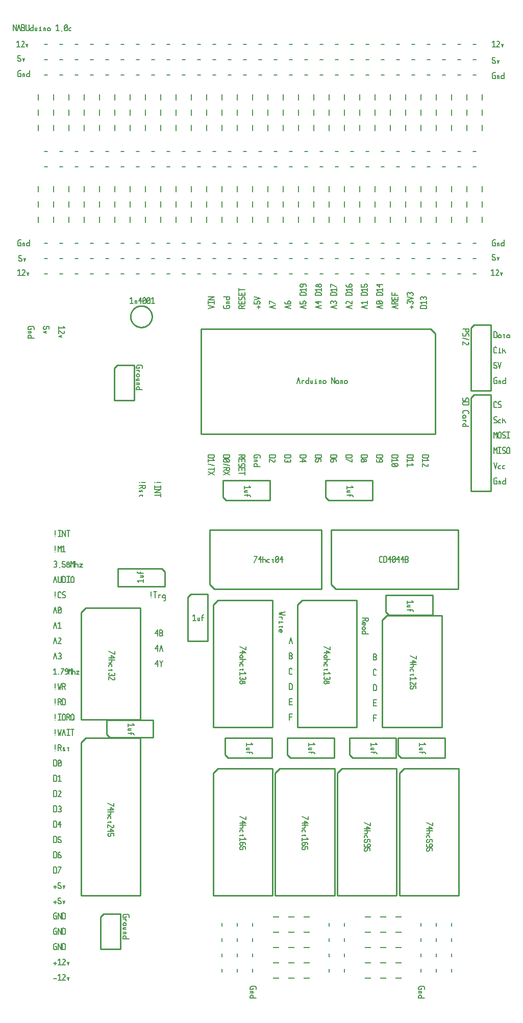
<source format=gto>
%FSLAX46Y46*%
%MOIN*%
G01*
G75*
%ADD10C,0.008000*%
%ADD11C,0.010000*%
%ADD12C,0.063000*%
%AMRECT13*21,1,0.063000,0.063000,0.0,0.0,0.000000*%
%ADD13RECT13*%
%AMRECT14*21,1,0.063000,0.063000,0.0,0.0,-90.000000*%
%ADD14RECT14*%
%AMRECT15*21,1,0.063000,0.063000,0.0,0.0,-180.000000*%
%ADD15RECT15*%
%AMRECT16*21,1,0.063000,0.063000,0.0,0.0,-270.000000*%
%ADD16RECT16*%
D11*
X542750Y2648600D02*
X899750Y2648600D01*
X899750Y2648600D02*
X899750Y1918600D01*
X899750Y1918600D02*
X512750Y1918600D01*
X512750Y1918600D02*
X512750Y2618600D01*
X512750Y2618600D02*
X542750Y2648600D01*
X2584705Y1688600D02*
X2584705Y1798600D01*
X2584705Y1798600D02*
X2890296Y1798600D01*
X2890296Y1798600D02*
X2890296Y1668600D01*
X2890296Y1668600D02*
X2604705Y1668600D01*
X2604705Y1668600D02*
X2584705Y1688600D01*
X1859705Y1688600D02*
X1859705Y1798600D01*
X1859705Y1798600D02*
X2165296Y1798600D01*
X2165296Y1798600D02*
X2165296Y1668600D01*
X2165296Y1668600D02*
X1879705Y1668600D01*
X1879705Y1668600D02*
X1859705Y1688600D01*
X2511500Y2598600D02*
X2868500Y2598600D01*
X2868500Y2598600D02*
X2868500Y1868600D01*
X2868500Y1868600D02*
X2481500Y1868600D01*
X2481500Y1868600D02*
X2481500Y2568600D01*
X2481500Y2568600D02*
X2511500Y2598600D01*
X661250Y648600D02*
X771250Y648600D01*
X771250Y648600D02*
X771250Y418600D01*
X771250Y418600D02*
X641250Y418600D01*
X641250Y418600D02*
X641250Y628600D01*
X641250Y628600D02*
X661250Y648600D01*
X2624000Y1598600D02*
X2981000Y1598600D01*
X2981000Y1598600D02*
X2981000Y768600D01*
X2981000Y768600D02*
X2594000Y768600D01*
X2594000Y768600D02*
X2594000Y1568600D01*
X2594000Y1568600D02*
X2624000Y1598600D01*
X2265955Y1688600D02*
X2265955Y1798600D01*
X2265955Y1798600D02*
X2571546Y1798600D01*
X2571546Y1798600D02*
X2571546Y1668600D01*
X2571546Y1668600D02*
X2285955Y1668600D01*
X2285955Y1668600D02*
X2265955Y1688600D01*
X1059045Y2883600D02*
X1059046Y2788600D01*
X1059046Y2788600D02*
X753455Y2788600D01*
X753455Y2788600D02*
X753455Y2903600D01*
X753455Y2903600D02*
X1039045Y2903600D01*
X1039045Y2903600D02*
X1059045Y2883600D01*
X1230000Y2736396D02*
X1340000Y2736396D01*
X1340000Y2736396D02*
X1340000Y2430805D01*
X1340000Y2430805D02*
X1210000Y2430805D01*
X1210000Y2430805D02*
X1210000Y2716396D01*
X1210000Y2716396D02*
X1230000Y2736396D01*
X1405250Y2698600D02*
X1762250Y2698600D01*
X1762250Y2698600D02*
X1762250Y1868600D01*
X1762250Y1868600D02*
X1375250Y1868600D01*
X1375250Y1868600D02*
X1375250Y2668600D01*
X1375250Y2668600D02*
X1405250Y2698600D01*
X2109705Y3369850D02*
X2109705Y3479850D01*
X2109705Y3479850D02*
X2415296Y3479850D01*
X2415296Y3479850D02*
X2415296Y3349850D01*
X2415296Y3349850D02*
X2129705Y3349850D01*
X2129705Y3349850D02*
X2109705Y3369850D01*
X678455Y1821100D02*
X678455Y1916100D01*
X678455Y1916100D02*
X984046Y1916100D01*
X984046Y1916100D02*
X984046Y1801100D01*
X984046Y1801100D02*
X698455Y1801100D01*
X698455Y1801100D02*
X678455Y1821100D01*
X1453455Y1688600D02*
X1453455Y1798600D01*
X1453455Y1798600D02*
X1759046Y1798600D01*
X1759046Y1798600D02*
X1759046Y1668600D01*
X1759046Y1668600D02*
X1473455Y1668600D01*
X1473455Y1668600D02*
X1453455Y1688600D01*
X1811500Y1598600D02*
X2168500Y1598600D01*
X2168500Y1598600D02*
X2168500Y768600D01*
X2168500Y768600D02*
X1781500Y768600D01*
X1781500Y768600D02*
X1781500Y1568600D01*
X1781500Y1568600D02*
X1811500Y1598600D01*
X1353750Y2801350D02*
X1353750Y3158350D01*
X1353750Y3158350D02*
X2083750Y3158350D01*
X2083750Y3158350D02*
X2083750Y2771350D01*
X2083750Y2771350D02*
X1383750Y2771350D01*
X1383750Y2771350D02*
X1353750Y2801350D01*
X2147500Y2801350D02*
X2147500Y3158350D01*
X2147500Y3158350D02*
X2977500Y3158350D01*
X2977500Y3158350D02*
X2977500Y2771350D01*
X2977500Y2771350D02*
X2177500Y2771350D01*
X2177500Y2771350D02*
X2147500Y2801350D01*
X2827500Y4440850D02*
X2827500Y3783850D01*
X2827500Y3783850D02*
X1297500Y3783850D01*
X1297500Y3783850D02*
X1297500Y4470850D01*
X1297500Y4470850D02*
X2797500Y4470850D01*
X2797500Y4470850D02*
X2827500Y4440850D01*
X2503455Y2619850D02*
X2503455Y2729850D01*
X2503455Y2729850D02*
X2809046Y2729850D01*
X2809046Y2729850D02*
X2809046Y2599850D01*
X2809046Y2599850D02*
X2523455Y2599850D01*
X2523455Y2599850D02*
X2503455Y2619850D01*
X542750Y1798600D02*
X899750Y1798600D01*
X899750Y1798600D02*
X899750Y768600D01*
X899750Y768600D02*
X512750Y768600D01*
X512750Y768600D02*
X512750Y1768600D01*
X512750Y1768600D02*
X542750Y1798600D01*
X1405250Y1598600D02*
X1762250Y1598600D01*
X1762250Y1598600D02*
X1762250Y768600D01*
X1762250Y768600D02*
X1375250Y768600D01*
X1375250Y768600D02*
X1375250Y1568600D01*
X1375250Y1568600D02*
X1405250Y1598600D01*
X1955250Y2698600D02*
X2312250Y2698600D01*
X2312250Y2698600D02*
X2312250Y1868600D01*
X2312250Y1868600D02*
X1925250Y1868600D01*
X1925250Y1868600D02*
X1925250Y2668600D01*
X1925250Y2668600D02*
X1955250Y2698600D01*
X1440955Y3369850D02*
X1440955Y3479850D01*
X1440955Y3479850D02*
X1746545Y3479850D01*
X1746545Y3479850D02*
X1746546Y3349850D01*
X1746546Y3349850D02*
X1460955Y3349850D01*
X1460955Y3349850D02*
X1440955Y3369850D01*
X748750Y4236100D02*
X858750Y4236100D01*
X858750Y4236100D02*
X858750Y4006100D01*
X858750Y4006100D02*
X728750Y4006100D01*
X728750Y4006100D02*
X728750Y4216100D01*
X728750Y4216100D02*
X748750Y4236100D01*
X2217750Y1598600D02*
X2574750Y1598600D01*
X2574750Y1598600D02*
X2574750Y768600D01*
X2574750Y768600D02*
X2187750Y768600D01*
X2187750Y768600D02*
X2187750Y1568600D01*
X2187750Y1568600D02*
X2217750Y1598600D01*
X3080000Y4042350D02*
X3190000Y4042350D01*
X3190000Y4042350D02*
X3190000Y3412350D01*
X3190000Y3412350D02*
X3060000Y3412350D01*
X3060000Y3412350D02*
X3060000Y4022350D01*
X3060000Y4022350D02*
X3080000Y4042350D01*
X3080000Y4498600D02*
X3190000Y4498600D01*
X3190000Y4498600D02*
X3190000Y4068600D01*
X3190000Y4068600D02*
X3060000Y4068600D01*
X3060000Y4068600D02*
X3060000Y4478600D01*
X3060000Y4478600D02*
X3080000Y4498600D01*
G01X906250Y4482350D02*
G01X905278Y4482357D01*
G01X904306Y4482377D01*
G01X903334Y4482411D01*
G01X902363Y4482458D01*
G01X901393Y4482519D01*
G01X900423Y4482593D01*
G01X899455Y4482681D01*
G01X898488Y4482782D01*
G01X897523Y4482896D01*
G01X896559Y4483024D01*
G01X895597Y4483165D01*
G01X894637Y4483320D01*
G01X893680Y4483488D01*
G01X892724Y4483669D01*
G01X891772Y4483864D01*
G01X890822Y4484071D01*
G01X889875Y4484292D01*
G01X888932Y4484526D01*
G01X887991Y4484773D01*
G01X887055Y4485033D01*
G01X886122Y4485306D01*
G01X885192Y4485592D01*
G01X884267Y4485891D01*
G01X883346Y4486203D01*
G01X882430Y4486527D01*
G01X881518Y4486865D01*
G01X880611Y4487214D01*
G01X879709Y4487577D01*
G01X878812Y4487952D01*
G01X877920Y4488339D01*
G01X877034Y4488739D01*
G01X876153Y4489151D01*
G01X875278Y4489575D01*
G01X874409Y4490011D01*
G01X873547Y4490459D01*
G01X872690Y4490919D01*
G01X871840Y4491391D01*
G01X870997Y4491875D01*
G01X870160Y4492370D01*
G01X869331Y4492877D01*
G01X868509Y4493396D01*
G01X867693Y4493926D01*
G01X866886Y4494467D01*
G01X866086Y4495019D01*
G01X865293Y4495583D01*
G01X864509Y4496157D01*
G01X863732Y4496742D01*
G01X862964Y4497338D01*
G01X862204Y4497944D01*
G01X861453Y4498561D01*
G01X860710Y4499189D01*
G01X859976Y4499826D01*
G01X859251Y4500474D01*
G01X858535Y4501132D01*
G01X857829Y4501799D01*
G01X857131Y4502477D01*
G01X856443Y4503164D01*
G01X855765Y4503860D01*
G01X855096Y4504566D01*
G01X854438Y4505281D01*
G01X853789Y4506005D01*
G01X853150Y4506738D01*
G01X852522Y4507480D01*
G01X851904Y4508231D01*
G01X851296Y4508990D01*
G01X850700Y4509757D01*
G01X850113Y4510533D01*
G01X849538Y4511316D01*
G01X848974Y4512108D01*
G01X848420Y4512907D01*
G01X847878Y4513714D01*
G01X847347Y4514529D01*
G01X846827Y4515351D01*
G01X846319Y4516179D01*
G01X845823Y4517015D01*
G01X845338Y4517858D01*
G01X844865Y4518707D01*
G01X844403Y4519563D01*
G01X843954Y4520425D01*
G01X843517Y4521293D01*
G01X843091Y4522168D01*
G01X842678Y4523048D01*
G01X842277Y4523933D01*
G01X841889Y4524825D01*
G01X841513Y4525721D01*
G01X841149Y4526623D01*
G01X840798Y4527530D01*
G01X840460Y4528441D01*
G01X840134Y4529357D01*
G01X839821Y4530277D01*
G01X839521Y4531202D01*
G01X839234Y4532131D01*
G01X838959Y4533064D01*
G01X838698Y4534000D01*
G01X838450Y4534940D01*
G01X838214Y4535883D01*
G01X837992Y4536830D01*
G01X837783Y4537779D01*
G01X837587Y4538732D01*
G01X837405Y4539687D01*
G01X837236Y4540644D01*
G01X837080Y4541604D01*
G01X836937Y4542565D01*
G01X836808Y4543529D01*
G01X836692Y4544494D01*
G01X836590Y4545461D01*
G01X836501Y4546429D01*
G01X836425Y4547398D01*
G01X836363Y4548369D01*
G01X836315Y4549340D01*
G01X836280Y4550311D01*
G01X836258Y4551283D01*
G01X836250Y4552255D01*
G01X836256Y4553228D01*
G01X836274Y4554200D01*
G01X836307Y4555171D01*
G01X836353Y4556142D01*
G01X836412Y4557113D01*
G01X836485Y4558082D01*
G01X836571Y4559051D01*
G01X836671Y4560018D01*
G01X836784Y4560983D01*
G01X836911Y4561947D01*
G01X837051Y4562909D01*
G01X837204Y4563869D01*
G01X837371Y4564827D01*
G01X837551Y4565783D01*
G01X837744Y4566735D01*
G01X837950Y4567686D01*
G01X838170Y4568633D01*
G01X838403Y4569577D01*
G01X838649Y4570517D01*
G01X838907Y4571454D01*
G01X839179Y4572388D01*
G01X839464Y4573317D01*
G01X839762Y4574243D01*
G01X840072Y4575164D01*
G01X840395Y4576081D01*
G01X840731Y4576993D01*
G01X841080Y4577901D01*
G01X841441Y4578804D01*
G01X841815Y4579701D01*
G01X842201Y4580593D01*
G01X842599Y4581480D01*
G01X843010Y4582361D01*
G01X843433Y4583237D01*
G01X843868Y4584106D01*
G01X844315Y4584970D01*
G01X844774Y4585827D01*
G01X845245Y4586677D01*
G01X845727Y4587521D01*
G01X846222Y4588358D01*
G01X846728Y4589189D01*
G01X847245Y4590012D01*
G01X847774Y4590828D01*
G01X848314Y4591636D01*
G01X848865Y4592437D01*
G01X849427Y4593230D01*
G01X850001Y4594015D01*
G01X850585Y4594792D01*
G01X851179Y4595561D01*
G01X851785Y4596322D01*
G01X852401Y4597074D01*
G01X853027Y4597818D01*
G01X853664Y4598553D01*
G01X854311Y4599279D01*
G01X854967Y4599995D01*
G01X855634Y4600703D01*
G01X856310Y4601401D01*
G01X856996Y4602090D01*
G01X857692Y4602769D01*
G01X858397Y4603439D01*
G01X859111Y4604099D01*
G01X859834Y4604748D01*
G01X860567Y4605388D01*
G01X861308Y4606017D01*
G01X862057Y4606636D01*
G01X862816Y4607245D01*
G01X863582Y4607843D01*
G01X864357Y4608430D01*
G01X865140Y4609006D01*
G01X865931Y4609572D01*
G01X866729Y4610126D01*
G01X867536Y4610670D01*
G01X868349Y4611202D01*
G01X869170Y4611722D01*
G01X869998Y4612232D01*
G01X870834Y4612729D01*
G01X871676Y4613216D01*
G01X872524Y4613690D01*
G01X873379Y4614152D01*
G01X874241Y4614603D01*
G01X875109Y4615041D01*
G01X875982Y4615468D01*
G01X876862Y4615882D01*
G01X877747Y4616284D01*
G01X878638Y4616674D01*
G01X879534Y4617051D01*
G01X880435Y4617416D01*
G01X881341Y4617768D01*
G01X882252Y4618108D01*
G01X883168Y4618435D01*
G01X884088Y4618749D01*
G01X885012Y4619050D01*
G01X885940Y4619339D01*
G01X886873Y4619615D01*
G01X887809Y4619877D01*
G01X888748Y4620127D01*
G01X889691Y4620363D01*
G01X890638Y4620587D01*
G01X891587Y4620797D01*
G01X892539Y4620994D01*
G01X893494Y4621178D01*
G01X894451Y4621348D01*
G01X895410Y4621506D01*
G01X896372Y4621649D01*
G01X897335Y4621780D01*
G01X898300Y4621897D01*
G01X899267Y4622001D01*
G01X900235Y4622091D01*
G01X901204Y4622168D01*
G01X902174Y4622231D01*
G01X903145Y4622281D01*
G01X904117Y4622317D01*
G01X905089Y4622340D01*
G01X906061Y4622350D01*
G01X907033Y4622346D01*
G01X908005Y4622328D01*
G01X908977Y4622297D01*
G01X909948Y4622252D01*
G01X910918Y4622194D01*
G01X911888Y4622123D01*
G01X912856Y4622038D01*
G01X913824Y4621939D01*
G01X914789Y4621827D01*
G01X915754Y4621702D01*
G01X916716Y4621563D01*
G01X917676Y4621411D01*
G01X918634Y4621246D01*
G01X919590Y4621067D01*
G01X920543Y4620875D01*
G01X921493Y4620670D01*
G01X922441Y4620452D01*
G01X923385Y4620220D01*
G01X924326Y4619976D01*
G01X925263Y4619718D01*
G01X926197Y4619448D01*
G01X927127Y4619164D01*
G01X928053Y4618868D01*
G01X928975Y4618559D01*
G01X929892Y4618237D01*
G01X930805Y4617902D01*
G01X931713Y4617555D01*
G01X932616Y4617195D01*
G01X933514Y4616822D01*
G01X934407Y4616437D01*
G01X935294Y4616040D01*
G01X936176Y4615631D01*
G01X937052Y4615209D01*
G01X937922Y4614775D01*
G01X938786Y4614329D01*
G01X939644Y4613871D01*
G01X940495Y4613402D01*
G01X941339Y4612920D01*
G01X942177Y4612427D01*
G01X943008Y4611922D01*
G01X943832Y4611406D01*
G01X944649Y4610878D01*
G01X945458Y4610339D01*
G01X946259Y4609789D01*
G01X947053Y4609228D01*
G01X947839Y4608656D01*
G01X948617Y4608073D01*
G01X949387Y4607479D01*
G01X950148Y4606875D01*
G01X950902Y4606260D01*
G01X951646Y4605634D01*
G01X952382Y4604999D01*
G01X953108Y4604353D01*
G01X953826Y4603697D01*
G01X954535Y4603031D01*
G01X955234Y4602356D01*
G01X955924Y4601671D01*
G01X956604Y4600976D01*
G01X957274Y4600272D01*
G01X957935Y4599559D01*
G01X958586Y4598836D01*
G01X959226Y4598105D01*
G01X959857Y4597365D01*
G01X960477Y4596616D01*
G01X961086Y4595859D01*
G01X961685Y4595093D01*
G01X962273Y4594319D01*
G01X962851Y4593537D01*
G01X963417Y4592747D01*
G01X963973Y4591949D01*
G01X964517Y4591143D01*
G01X965050Y4590330D01*
G01X965572Y4589510D01*
G01X966083Y4588682D01*
G01X966582Y4587848D01*
G01X967069Y4587007D01*
G01X967544Y4586159D01*
G01X968008Y4585304D01*
G01X968460Y4584443D01*
G01X968899Y4583576D01*
G01X969327Y4582703D01*
G01X969742Y4581824D01*
G01X970146Y4580939D01*
G01X970536Y4580049D01*
G01X970915Y4579154D01*
G01X971281Y4578253D01*
G01X971634Y4577347D01*
G01X971975Y4576437D01*
G01X972304Y4575522D01*
G01X972619Y4574602D01*
G01X972922Y4573678D01*
G01X973211Y4572750D01*
G01X973488Y4571818D01*
G01X973752Y4570882D01*
G01X974003Y4569943D01*
G01X974241Y4569001D01*
G01X974466Y4568055D01*
G01X974677Y4567106D01*
G01X974875Y4566154D01*
G01X975061Y4565200D01*
G01X975232Y4564243D01*
G01X975391Y4563283D01*
G01X975536Y4562322D01*
G01X975668Y4561359D01*
G01X975786Y4560394D01*
G01X975891Y4559427D01*
G01X975983Y4558459D01*
G01X976061Y4557490D01*
G01X976126Y4556520D01*
G01X976177Y4555549D01*
G01X976215Y4554578D01*
G01X976239Y4553606D01*
G01X976249Y4552634D01*
G01X976247Y4551662D01*
G01X976230Y4550690D01*
G01X976200Y4549718D01*
G01X976157Y4548747D01*
G01X976100Y4547776D01*
G01X976030Y4546806D01*
G01X975946Y4545838D01*
G01X975849Y4544870D01*
G01X975739Y4543905D01*
G01X975615Y4542940D01*
G01X975477Y4541978D01*
G01X975327Y4541017D01*
G01X975162Y4540059D01*
G01X974985Y4539103D01*
G01X974795Y4538150D01*
G01X974591Y4537199D01*
G01X974374Y4536252D01*
G01X974144Y4535307D01*
G01X973900Y4534366D01*
G01X973644Y4533428D01*
G01X973375Y4532494D01*
G01X973092Y4531563D01*
G01X972797Y4530637D01*
G01X972489Y4529715D01*
G01X972169Y4528797D01*
G01X971835Y4527884D01*
G01X971489Y4526975D01*
G01X971130Y4526072D01*
G01X970759Y4525173D01*
G01X970375Y4524280D01*
G01X969979Y4523392D01*
G01X969571Y4522510D01*
G01X969150Y4521633D01*
G01X968718Y4520762D01*
G01X968273Y4519898D01*
G01X967816Y4519040D01*
G01X967348Y4518188D01*
G01X966867Y4517343D01*
G01X966375Y4516504D01*
G01X965872Y4515672D01*
G01X965357Y4514848D01*
G01X964830Y4514031D01*
G01X964292Y4513221D01*
G01X963743Y4512418D01*
G01X963183Y4511624D01*
G01X962612Y4510837D01*
G01X962030Y4510058D01*
G01X961437Y4509288D01*
G01X960834Y4508525D01*
G01X960220Y4507771D01*
G01X959596Y4507026D01*
G01X958961Y4506290D01*
G01X958316Y4505562D01*
G01X957661Y4504843D01*
G01X956997Y4504134D01*
G01X956322Y4503434D01*
G01X955638Y4502743D01*
G01X954944Y4502062D01*
G01X954241Y4501391D01*
G01X953529Y4500729D01*
G01X952807Y4500077D01*
G01X952077Y4499436D01*
G01X951337Y4498804D01*
G01X950589Y4498183D01*
G01X949833Y4497573D01*
G01X949068Y4496973D01*
G01X948295Y4496383D01*
G01X947513Y4495805D01*
G01X946724Y4495237D01*
G01X945927Y4494681D01*
G01X945122Y4494135D01*
G01X944310Y4493601D01*
G01X943490Y4493078D01*
G01X942663Y4492566D01*
G01X941830Y4492067D01*
G01X940989Y4491578D01*
G01X940141Y4491102D01*
G01X939288Y4490637D01*
G01X938427Y4490184D01*
G01X937561Y4489743D01*
G01X936688Y4489314D01*
G01X935810Y4488898D01*
G01X934926Y4488493D01*
G01X934036Y4488101D01*
G01X933141Y4487721D01*
G01X932241Y4487354D01*
G01X931336Y4486999D01*
G01X930426Y4486657D01*
G01X929511Y4486328D01*
G01X928592Y4486011D01*
G01X927668Y4485707D01*
G01X926741Y4485416D01*
G01X925809Y4485138D01*
G01X924874Y4484873D01*
G01X923935Y4484621D01*
G01X922992Y4484382D01*
G01X922047Y4484156D01*
G01X921098Y4483943D01*
G01X920147Y4483743D01*
G01X919193Y4483557D01*
G01X918236Y4483384D01*
G01X917277Y4483224D01*
G01X916316Y4483077D01*
G01X915353Y4482944D01*
G01X914388Y4482825D01*
G01X913421Y4482718D01*
G01X912454Y4482625D01*
G01X911485Y4482546D01*
G01X910515Y4482480D01*
G01X909544Y4482428D01*
G01X908573Y4482389D01*
G01X907601Y4482363D01*
G01X906629Y4482351D01*
G01X906250Y4482350D01*
D10*
X2382500Y3648850D02*
X2342500Y3648850D01*
G01X2342500Y3638850D02*
G01X2342500Y3638850D01*
G01X2342515Y3638295D01*
G01X2342562Y3637741D01*
G01X2342639Y3637191D01*
G01X2342746Y3636646D01*
G01X2342883Y3636108D01*
G01X2343050Y3635578D01*
G01X2343247Y3635058D01*
G01X2343472Y3634550D01*
G01X2343724Y3634056D01*
G01X2344004Y3633576D01*
G01X2344310Y3633112D01*
G01X2344641Y3632666D01*
G01X2344997Y3632239D01*
G01X2345375Y3631833D01*
G01X2345776Y3631448D01*
G01X2346197Y3631086D01*
G01X2346638Y3630748D01*
G01X2347097Y3630435D01*
G01X2347573Y3630148D01*
G01X2348063Y3629888D01*
G01X2348568Y3629656D01*
G01X2349084Y3629451D01*
G01X2349612Y3629276D01*
G01X2350148Y3629131D01*
G01X2350691Y3629015D01*
G01X2351240Y3628930D01*
G01X2351793Y3628875D01*
G01X2352348Y3628851D01*
G01X2352500Y3628850D01*
X2342500Y3638850D02*
X2342500Y3648850D01*
X2352500Y3628850D02*
X2372500Y3628850D01*
G01X2372500Y3628850D02*
G01X2372500Y3628850D01*
G01X2373055Y3628865D01*
G01X2373609Y3628912D01*
G01X2374159Y3628989D01*
G01X2374704Y3629096D01*
G01X2375242Y3629233D01*
G01X2375772Y3629400D01*
G01X2376292Y3629597D01*
G01X2376800Y3629822D01*
G01X2377294Y3630074D01*
G01X2377774Y3630354D01*
G01X2378238Y3630660D01*
G01X2378684Y3630991D01*
G01X2379111Y3631347D01*
G01X2379517Y3631725D01*
G01X2379902Y3632126D01*
G01X2380264Y3632547D01*
G01X2380602Y3632988D01*
G01X2380915Y3633447D01*
G01X2381202Y3633923D01*
G01X2381462Y3634413D01*
G01X2381694Y3634918D01*
G01X2381899Y3635434D01*
G01X2382074Y3635962D01*
G01X2382219Y3636498D01*
G01X2382335Y3637041D01*
G01X2382420Y3637590D01*
G01X2382475Y3638143D01*
G01X2382499Y3638698D01*
G01X2382500Y3638850D01*
X2382500Y3638850D02*
X2382500Y3648850D01*
G01X2370000Y3603350D02*
G01X2369896Y3603351D01*
G01X2369792Y3603353D01*
G01X2369688Y3603357D01*
G01X2369584Y3603362D01*
G01X2369480Y3603368D01*
G01X2369376Y3603376D01*
G01X2369272Y3603385D01*
G01X2369168Y3603396D01*
G01X2369065Y3603409D01*
G01X2368962Y3603422D01*
G01X2368859Y3603437D01*
G01X2368756Y3603454D01*
G01X2368653Y3603472D01*
G01X2368551Y3603491D01*
G01X2368449Y3603512D01*
G01X2368347Y3603534D01*
G01X2368246Y3603558D01*
G01X2368144Y3603583D01*
G01X2368044Y3603610D01*
G01X2367943Y3603637D01*
G01X2367843Y3603667D01*
G01X2367744Y3603697D01*
G01X2367645Y3603729D01*
G01X2367546Y3603763D01*
G01X2367448Y3603798D01*
G01X2367350Y3603834D01*
G01X2367253Y3603871D01*
G01X2367156Y3603910D01*
G01X2367060Y3603950D01*
G01X2366965Y3603992D01*
G01X2366870Y3604034D01*
G01X2366775Y3604079D01*
G01X2366682Y3604124D01*
G01X2366589Y3604171D01*
G01X2366496Y3604219D01*
G01X2366404Y3604268D01*
G01X2366313Y3604319D01*
G01X2366223Y3604371D01*
G01X2366133Y3604424D01*
G01X2366044Y3604478D01*
G01X2365956Y3604533D01*
G01X2365869Y3604590D01*
G01X2365782Y3604648D01*
G01X2365697Y3604707D01*
G01X2365612Y3604768D01*
G01X2365528Y3604829D01*
G01X2365445Y3604892D01*
G01X2365362Y3604956D01*
G01X2365281Y3605021D01*
G01X2365200Y3605087D01*
G01X2365121Y3605154D01*
G01X2365042Y3605222D01*
G01X2364964Y3605292D01*
G01X2364888Y3605362D01*
G01X2364812Y3605434D01*
G01X2364737Y3605506D01*
G01X2364664Y3605580D01*
G01X2364591Y3605655D01*
G01X2364519Y3605730D01*
G01X2364449Y3605807D01*
G01X2364379Y3605884D01*
G01X2364311Y3605963D01*
G01X2364243Y3606043D01*
G01X2364177Y3606123D01*
G01X2364112Y3606204D01*
G01X2364048Y3606286D01*
G01X2363985Y3606370D01*
G01X2363924Y3606454D01*
G01X2363863Y3606538D01*
G01X2363804Y3606624D01*
G01X2363746Y3606710D01*
G01X2363689Y3606798D01*
G01X2363633Y3606886D01*
G01X2363579Y3606975D01*
G01X2363526Y3607064D01*
G01X2363474Y3607154D01*
G01X2363423Y3607245D01*
G01X2363374Y3607337D01*
G01X2363325Y3607429D01*
G01X2363279Y3607523D01*
G01X2363233Y3607616D01*
G01X2363189Y3607710D01*
G01X2363146Y3607805D01*
G01X2363104Y3607901D01*
G01X2363064Y3607997D01*
G01X2363025Y3608094D01*
G01X2362987Y3608191D01*
G01X2362951Y3608288D01*
G01X2362916Y3608386D01*
G01X2362883Y3608485D01*
G01X2362850Y3608584D01*
G01X2362820Y3608684D01*
G01X2362790Y3608784D01*
G01X2362762Y3608884D01*
G01X2362736Y3608985D01*
G01X2362710Y3609086D01*
G01X2362687Y3609187D01*
G01X2362664Y3609289D01*
G01X2362643Y3609391D01*
G01X2362624Y3609493D01*
G01X2362606Y3609596D01*
G01X2362589Y3609699D01*
G01X2362574Y3609802D01*
G01X2362560Y3609905D01*
G01X2362547Y3610008D01*
G01X2362536Y3610112D01*
G01X2362527Y3610216D01*
G01X2362519Y3610319D01*
G01X2362512Y3610423D01*
G01X2362507Y3610527D01*
G01X2362503Y3610632D01*
G01X2362501Y3610736D01*
G01X2362500Y3610840D01*
G01X2362501Y3610944D01*
G01X2362503Y3611048D01*
G01X2362506Y3611152D01*
G01X2362511Y3611256D01*
G01X2362517Y3611360D01*
G01X2362525Y3611464D01*
G01X2362534Y3611568D01*
G01X2362545Y3611672D01*
G01X2362557Y3611775D01*
G01X2362571Y3611878D01*
G01X2362586Y3611981D01*
G01X2362602Y3612084D01*
G01X2362620Y3612187D01*
G01X2362639Y3612289D01*
G01X2362660Y3612391D01*
G01X2362682Y3612493D01*
G01X2362706Y3612595D01*
G01X2362731Y3612696D01*
G01X2362757Y3612796D01*
G01X2362785Y3612897D01*
G01X2362814Y3612997D01*
G01X2362844Y3613097D01*
G01X2362876Y3613196D01*
G01X2362910Y3613294D01*
G01X2362944Y3613393D01*
G01X2362980Y3613490D01*
G01X2363017Y3613588D01*
G01X2363056Y3613684D01*
G01X2363096Y3613780D01*
G01X2363138Y3613876D01*
G01X2363180Y3613971D01*
G01X2363224Y3614066D01*
G01X2363270Y3614159D01*
G01X2363316Y3614252D01*
G01X2363364Y3614345D01*
G01X2363413Y3614437D01*
G01X2363464Y3614528D01*
G01X2363515Y3614618D01*
G01X2363568Y3614708D01*
G01X2363623Y3614797D01*
G01X2363678Y3614885D01*
G01X2363735Y3614973D01*
G01X2363793Y3615059D01*
G01X2363852Y3615145D01*
G01X2363912Y3615230D01*
G01X2363973Y3615314D01*
G01X2364036Y3615397D01*
G01X2364100Y3615480D01*
G01X2364164Y3615561D01*
G01X2364230Y3615642D01*
G01X2364298Y3615722D01*
G01X2364366Y3615800D01*
G01X2364435Y3615878D01*
G01X2364505Y3615955D01*
G01X2364577Y3616031D01*
G01X2364649Y3616106D01*
G01X2364723Y3616179D01*
G01X2364797Y3616252D01*
G01X2364873Y3616324D01*
G01X2364949Y3616395D01*
G01X2365027Y3616464D01*
G01X2365105Y3616533D01*
G01X2365185Y3616600D01*
G01X2365265Y3616666D01*
G01X2365346Y3616732D01*
G01X2365428Y3616796D01*
G01X2365511Y3616859D01*
G01X2365595Y3616920D01*
G01X2365680Y3616981D01*
G01X2365766Y3617040D01*
G01X2365852Y3617099D01*
G01X2365939Y3617156D01*
G01X2366027Y3617211D01*
G01X2366116Y3617266D01*
G01X2366205Y3617319D01*
G01X2366296Y3617371D01*
G01X2366387Y3617422D01*
G01X2366478Y3617472D01*
G01X2366570Y3617520D01*
G01X2366663Y3617567D01*
G01X2366757Y3617613D01*
G01X2366851Y3617657D01*
G01X2366946Y3617700D01*
G01X2367042Y3617742D01*
G01X2367138Y3617782D01*
G01X2367234Y3617821D01*
G01X2367331Y3617859D01*
G01X2367429Y3617895D01*
G01X2367527Y3617931D01*
G01X2367625Y3617964D01*
G01X2367724Y3617996D01*
G01X2367824Y3618027D01*
G01X2367924Y3618057D01*
G01X2368024Y3618085D01*
G01X2368125Y3618112D01*
G01X2368226Y3618137D01*
G01X2368327Y3618161D01*
G01X2368429Y3618184D01*
G01X2368531Y3618205D01*
G01X2368633Y3618224D01*
G01X2368736Y3618243D01*
G01X2368839Y3618260D01*
G01X2368942Y3618275D01*
G01X2369045Y3618289D01*
G01X2369148Y3618301D01*
G01X2369252Y3618313D01*
G01X2369356Y3618322D01*
G01X2369459Y3618330D01*
G01X2369563Y3618337D01*
G01X2369667Y3618343D01*
G01X2369771Y3618347D01*
G01X2369876Y3618349D01*
G01X2369980Y3618350D01*
G01X2370084Y3618350D01*
G01X2370188Y3618348D01*
G01X2370292Y3618344D01*
G01X2370396Y3618340D01*
G01X2370500Y3618333D01*
G01X2370604Y3618326D01*
G01X2370708Y3618317D01*
G01X2370811Y3618306D01*
G01X2370915Y3618294D01*
G01X2371018Y3618281D01*
G01X2371121Y3618266D01*
G01X2371224Y3618249D01*
G01X2371327Y3618232D01*
G01X2371429Y3618213D01*
G01X2371531Y3618192D01*
G01X2371633Y3618170D01*
G01X2371735Y3618147D01*
G01X2371836Y3618122D01*
G01X2371937Y3618096D01*
G01X2372037Y3618068D01*
G01X2372137Y3618039D01*
G01X2372237Y3618009D01*
G01X2372336Y3617977D01*
G01X2372435Y3617944D01*
G01X2372533Y3617909D01*
G01X2372631Y3617873D01*
G01X2372728Y3617836D01*
G01X2372825Y3617798D01*
G01X2372921Y3617758D01*
G01X2373017Y3617717D01*
G01X2373112Y3617674D01*
G01X2373206Y3617630D01*
G01X2373300Y3617585D01*
G01X2373393Y3617538D01*
G01X2373486Y3617491D01*
G01X2373578Y3617442D01*
G01X2373669Y3617391D01*
G01X2373760Y3617340D01*
G01X2373849Y3617287D01*
G01X2373938Y3617233D01*
G01X2374027Y3617177D01*
G01X2374114Y3617121D01*
G01X2374201Y3617063D01*
G01X2374287Y3617004D01*
G01X2374372Y3616944D01*
G01X2374456Y3616883D01*
G01X2374539Y3616820D01*
G01X2374622Y3616757D01*
G01X2374703Y3616692D01*
G01X2374784Y3616626D01*
G01X2374864Y3616559D01*
G01X2374943Y3616491D01*
G01X2375021Y3616422D01*
G01X2375097Y3616351D01*
G01X2375173Y3616280D01*
G01X2375248Y3616208D01*
G01X2375322Y3616134D01*
G01X2375395Y3616060D01*
G01X2375467Y3615985D01*
G01X2375538Y3615908D01*
G01X2375607Y3615831D01*
G01X2375676Y3615752D01*
G01X2375744Y3615673D01*
G01X2375810Y3615593D01*
G01X2375875Y3615512D01*
G01X2375939Y3615430D01*
G01X2376003Y3615347D01*
G01X2376064Y3615263D01*
G01X2376125Y3615178D01*
G01X2376185Y3615093D01*
G01X2376243Y3615006D01*
G01X2376300Y3614919D01*
G01X2376356Y3614831D01*
G01X2376411Y3614743D01*
G01X2376464Y3614653D01*
G01X2376516Y3614563D01*
G01X2376567Y3614472D01*
G01X2376617Y3614381D01*
G01X2376665Y3614289D01*
G01X2376712Y3614196D01*
G01X2376758Y3614102D01*
G01X2376803Y3614008D01*
G01X2376846Y3613913D01*
G01X2376888Y3613818D01*
G01X2376928Y3613722D01*
G01X2376968Y3613625D01*
G01X2377005Y3613528D01*
G01X2377042Y3613431D01*
G01X2377077Y3613333D01*
G01X2377111Y3613234D01*
G01X2377143Y3613135D01*
G01X2377174Y3613036D01*
G01X2377204Y3612936D01*
G01X2377232Y3612836D01*
G01X2377259Y3612735D01*
G01X2377285Y3612634D01*
G01X2377309Y3612533D01*
G01X2377331Y3612431D01*
G01X2377353Y3612329D01*
G01X2377373Y3612227D01*
G01X2377391Y3612124D01*
G01X2377408Y3612021D01*
G01X2377424Y3611918D01*
G01X2377438Y3611815D01*
G01X2377450Y3611712D01*
G01X2377462Y3611608D01*
G01X2377471Y3611505D01*
G01X2377480Y3611401D01*
G01X2377487Y3611297D01*
G01X2377492Y3611193D01*
G01X2377496Y3611089D01*
G01X2377499Y3610985D01*
G01X2377500Y3610880D01*
G01X2377500Y3610776D01*
G01X2377498Y3610672D01*
G01X2377495Y3610568D01*
G01X2377490Y3610464D01*
G01X2377484Y3610360D01*
G01X2377476Y3610256D01*
G01X2377467Y3610152D01*
G01X2377457Y3610049D01*
G01X2377445Y3609945D01*
G01X2377432Y3609842D01*
G01X2377417Y3609739D01*
G01X2377401Y3609636D01*
G01X2377383Y3609533D01*
G01X2377364Y3609431D01*
G01X2377344Y3609329D01*
G01X2377322Y3609227D01*
G01X2377299Y3609125D01*
G01X2377274Y3609024D01*
G01X2377248Y3608923D01*
G01X2377221Y3608823D01*
G01X2377192Y3608723D01*
G01X2377162Y3608623D01*
G01X2377130Y3608524D01*
G01X2377097Y3608425D01*
G01X2377063Y3608326D01*
G01X2377027Y3608229D01*
G01X2376990Y3608131D01*
G01X2376951Y3608034D01*
G01X2376912Y3607938D01*
G01X2376871Y3607842D01*
G01X2376828Y3607747D01*
G01X2376784Y3607653D01*
G01X2376739Y3607559D01*
G01X2376693Y3607466D01*
G01X2376645Y3607373D01*
G01X2376596Y3607281D01*
G01X2376546Y3607190D01*
G01X2376495Y3607099D01*
G01X2376442Y3607009D01*
G01X2376388Y3606920D01*
G01X2376333Y3606832D01*
G01X2376276Y3606744D01*
G01X2376219Y3606658D01*
G01X2376160Y3606572D01*
G01X2376100Y3606486D01*
G01X2376039Y3606402D01*
G01X2375976Y3606319D01*
G01X2375913Y3606236D01*
G01X2375848Y3606154D01*
G01X2375782Y3606074D01*
G01X2375716Y3605994D01*
G01X2375648Y3605915D01*
G01X2375579Y3605837D01*
G01X2375508Y3605760D01*
G01X2375437Y3605684D01*
G01X2375365Y3605609D01*
G01X2375292Y3605535D01*
G01X2375217Y3605462D01*
G01X2375142Y3605390D01*
G01X2375066Y3605319D01*
G01X2374988Y3605249D01*
G01X2374910Y3605181D01*
G01X2374831Y3605113D01*
G01X2374751Y3605046D01*
G01X2374670Y3604981D01*
G01X2374588Y3604917D01*
G01X2374505Y3604854D01*
G01X2374421Y3604792D01*
G01X2374336Y3604731D01*
G01X2374251Y3604671D01*
G01X2374165Y3604613D01*
G01X2374078Y3604555D01*
G01X2373990Y3604499D01*
G01X2373901Y3604445D01*
G01X2373812Y3604391D01*
G01X2373722Y3604339D01*
G01X2373631Y3604288D01*
G01X2373540Y3604238D01*
G01X2373448Y3604189D01*
G01X2373355Y3604142D01*
G01X2373261Y3604096D01*
G01X2373167Y3604052D01*
G01X2373072Y3604008D01*
G01X2372977Y3603966D01*
G01X2372881Y3603925D01*
G01X2372785Y3603886D01*
G01X2372688Y3603848D01*
G01X2372590Y3603811D01*
G01X2372492Y3603776D01*
G01X2372394Y3603742D01*
G01X2372295Y3603710D01*
G01X2372195Y3603679D01*
G01X2372096Y3603649D01*
G01X2371995Y3603620D01*
G01X2371895Y3603593D01*
G01X2371794Y3603568D01*
G01X2371693Y3603543D01*
G01X2371591Y3603521D01*
G01X2371489Y3603499D01*
G01X2371387Y3603479D01*
G01X2371284Y3603461D01*
G01X2371181Y3603444D01*
G01X2371078Y3603428D01*
G01X2370975Y3603414D01*
G01X2370872Y3603401D01*
G01X2370768Y3603389D01*
G01X2370665Y3603380D01*
G01X2370561Y3603371D01*
G01X2370457Y3603364D01*
G01X2370353Y3603358D01*
G01X2370249Y3603354D01*
G01X2370145Y3603351D01*
G01X2370041Y3603350D01*
G01X2370000Y3603350D01*
G01X2352500Y3600850D02*
G01X2352361Y3600851D01*
G01X2352222Y3600854D01*
G01X2352083Y3600859D01*
G01X2351945Y3600865D01*
G01X2351806Y3600874D01*
G01X2351668Y3600885D01*
G01X2351529Y3600897D01*
G01X2351391Y3600912D01*
G01X2351253Y3600928D01*
G01X2351116Y3600946D01*
G01X2350978Y3600966D01*
G01X2350841Y3600989D01*
G01X2350704Y3601013D01*
G01X2350568Y3601038D01*
G01X2350432Y3601066D01*
G01X2350296Y3601096D01*
G01X2350161Y3601127D01*
G01X2350026Y3601161D01*
G01X2349892Y3601196D01*
G01X2349758Y3601233D01*
G01X2349625Y3601272D01*
G01X2349492Y3601313D01*
G01X2349360Y3601356D01*
G01X2349228Y3601400D01*
G01X2349097Y3601447D01*
G01X2348967Y3601495D01*
G01X2348837Y3601545D01*
G01X2348708Y3601597D01*
G01X2348580Y3601650D01*
G01X2348453Y3601706D01*
G01X2348326Y3601763D01*
G01X2348200Y3601822D01*
G01X2348075Y3601882D01*
G01X2347951Y3601944D01*
G01X2347828Y3602008D01*
G01X2347706Y3602074D01*
G01X2347584Y3602142D01*
G01X2347464Y3602211D01*
G01X2347344Y3602281D01*
G01X2347226Y3602354D01*
G01X2347108Y3602428D01*
G01X2346992Y3602504D01*
G01X2346877Y3602581D01*
G01X2346762Y3602660D01*
G01X2346649Y3602740D01*
G01X2346537Y3602822D01*
G01X2346426Y3602906D01*
G01X2346316Y3602991D01*
G01X2346208Y3603078D01*
G01X2346100Y3603166D01*
G01X2345994Y3603256D01*
G01X2345889Y3603347D01*
G01X2345786Y3603439D01*
G01X2345684Y3603533D01*
G01X2345583Y3603628D01*
G01X2345483Y3603725D01*
G01X2345385Y3603823D01*
G01X2345288Y3603923D01*
G01X2345192Y3604024D01*
G01X2345098Y3604126D01*
G01X2345006Y3604229D01*
G01X2344914Y3604334D01*
G01X2344825Y3604440D01*
G01X2344736Y3604547D01*
G01X2344649Y3604656D01*
G01X2344564Y3604765D01*
G01X2344480Y3604876D01*
G01X2344398Y3604988D01*
G01X2344318Y3605101D01*
G01X2344239Y3605215D01*
G01X2344161Y3605331D01*
G01X2344085Y3605447D01*
G01X2344011Y3605564D01*
G01X2343938Y3605683D01*
G01X2343868Y3605802D01*
G01X2343798Y3605923D01*
G01X2343731Y3606044D01*
G01X2343665Y3606166D01*
G01X2343601Y3606289D01*
G01X2343538Y3606413D01*
G01X2343477Y3606538D01*
G01X2343418Y3606664D01*
G01X2343361Y3606790D01*
G01X2343306Y3606918D01*
G01X2343252Y3607046D01*
G01X2343200Y3607175D01*
G01X2343150Y3607304D01*
G01X2343101Y3607434D01*
G01X2343055Y3607565D01*
G01X2343010Y3607697D01*
G01X2342967Y3607829D01*
G01X2342926Y3607962D01*
G01X2342887Y3608095D01*
G01X2342850Y3608229D01*
G01X2342814Y3608363D01*
G01X2342781Y3608498D01*
G01X2342749Y3608633D01*
G01X2342719Y3608768D01*
G01X2342691Y3608905D01*
G01X2342665Y3609041D01*
G01X2342641Y3609178D01*
G01X2342619Y3609315D01*
G01X2342598Y3609452D01*
G01X2342580Y3609590D01*
G01X2342563Y3609728D01*
G01X2342549Y3609866D01*
G01X2342536Y3610004D01*
G01X2342525Y3610143D01*
G01X2342516Y3610281D01*
G01X2342509Y3610420D01*
G01X2342504Y3610559D01*
G01X2342501Y3610698D01*
G01X2342500Y3610836D01*
G01X2342501Y3610975D01*
G01X2342503Y3611114D01*
G01X2342508Y3611253D01*
G01X2342515Y3611392D01*
G01X2342523Y3611530D01*
G01X2342534Y3611669D01*
G01X2342546Y3611807D01*
G01X2342560Y3611945D01*
G01X2342576Y3612083D01*
G01X2342594Y3612221D01*
G01X2342614Y3612358D01*
G01X2342636Y3612496D01*
G01X2342660Y3612632D01*
G01X2342686Y3612769D01*
G01X2342713Y3612905D01*
G01X2342743Y3613041D01*
G01X2342774Y3613176D01*
G01X2342808Y3613311D01*
G01X2342843Y3613445D01*
G01X2342880Y3613579D01*
G01X2342918Y3613713D01*
G01X2342959Y3613845D01*
G01X2343002Y3613978D01*
G01X2343046Y3614109D01*
G01X2343092Y3614240D01*
G01X2343140Y3614370D01*
G01X2343190Y3614500D01*
G01X2343242Y3614629D01*
G01X2343295Y3614757D01*
G01X2343350Y3614885D01*
G01X2343407Y3615011D01*
G01X2343466Y3615137D01*
G01X2343526Y3615262D01*
G01X2343588Y3615387D01*
G01X2343652Y3615510D01*
G01X2343718Y3615632D01*
G01X2343785Y3615754D01*
G01X2343854Y3615874D01*
G01X2343925Y3615994D01*
G01X2343997Y3616113D01*
G01X2344071Y3616230D01*
G01X2344146Y3616347D01*
G01X2344223Y3616462D01*
G01X2344302Y3616577D01*
G01X2344382Y3616690D01*
G01X2344464Y3616802D01*
G01X2344548Y3616913D01*
G01X2344633Y3617023D01*
G01X2344719Y3617132D01*
G01X2344807Y3617239D01*
G01X2344897Y3617345D01*
G01X2344988Y3617450D01*
G01X2345080Y3617554D01*
G01X2345174Y3617656D01*
G01X2345269Y3617758D01*
G01X2345366Y3617857D01*
G01X2345464Y3617956D01*
G01X2345563Y3618053D01*
G01X2345664Y3618148D01*
G01X2345766Y3618243D01*
G01X2345869Y3618335D01*
G01X2345974Y3618427D01*
G01X2346080Y3618517D01*
G01X2346187Y3618605D01*
G01X2346295Y3618692D01*
G01X2346405Y3618778D01*
G01X2346515Y3618861D01*
G01X2346627Y3618944D01*
G01X2346740Y3619025D01*
G01X2346854Y3619104D01*
G01X2346969Y3619181D01*
G01X2347086Y3619257D01*
G01X2347203Y3619332D01*
G01X2347321Y3619405D01*
G01X2347441Y3619476D01*
G01X2347561Y3619545D01*
G01X2347682Y3619613D01*
G01X2347804Y3619679D01*
G01X2347927Y3619743D01*
G01X2348051Y3619806D01*
G01X2348176Y3619867D01*
G01X2348302Y3619926D01*
G01X2348428Y3619983D01*
G01X2348555Y3620039D01*
G01X2348683Y3620093D01*
G01X2348812Y3620145D01*
G01X2348942Y3620195D01*
G01X2349072Y3620244D01*
G01X2349203Y3620291D01*
G01X2349334Y3620336D01*
G01X2349466Y3620379D01*
G01X2349599Y3620420D01*
G01X2349732Y3620459D01*
G01X2349866Y3620497D01*
G01X2350000Y3620532D01*
G01X2350134Y3620566D01*
G01X2350270Y3620598D01*
G01X2350405Y3620628D01*
G01X2350541Y3620656D01*
G01X2350678Y3620683D01*
G01X2350814Y3620707D01*
G01X2350951Y3620729D01*
G01X2351089Y3620750D01*
G01X2351226Y3620769D01*
G01X2351364Y3620785D01*
G01X2351502Y3620800D01*
G01X2351641Y3620813D01*
G01X2351779Y3620824D01*
G01X2351918Y3620833D01*
G01X2352056Y3620840D01*
G01X2352195Y3620845D01*
G01X2352334Y3620849D01*
G01X2352473Y3620850D01*
G01X2352612Y3620849D01*
G01X2352751Y3620847D01*
G01X2352890Y3620842D01*
G01X2353028Y3620836D01*
G01X2353167Y3620828D01*
G01X2353305Y3620818D01*
G01X2353444Y3620805D01*
G01X2353582Y3620791D01*
G01X2353720Y3620775D01*
G01X2353858Y3620757D01*
G01X2353995Y3620738D01*
G01X2354132Y3620716D01*
G01X2354269Y3620692D01*
G01X2354406Y3620667D01*
G01X2354542Y3620639D01*
G01X2354678Y3620610D01*
G01X2354813Y3620579D01*
G01X2354948Y3620546D01*
G01X2355082Y3620511D01*
G01X2355216Y3620474D01*
G01X2355350Y3620435D01*
G01X2355482Y3620395D01*
G01X2355615Y3620353D01*
G01X2355746Y3620308D01*
G01X2355877Y3620262D01*
G01X2356008Y3620215D01*
G01X2356138Y3620165D01*
G01X2356267Y3620114D01*
G01X2356395Y3620060D01*
G01X2356522Y3620005D01*
G01X2356649Y3619949D01*
G01X2356775Y3619890D01*
G01X2356900Y3619830D01*
G01X2357025Y3619768D01*
G01X2357148Y3619704D01*
G01X2357271Y3619639D01*
G01X2357392Y3619572D01*
G01X2357513Y3619503D01*
G01X2357632Y3619432D01*
G01X2357751Y3619360D01*
G01X2357869Y3619287D01*
G01X2357986Y3619211D01*
G01X2358101Y3619134D01*
G01X2358216Y3619056D01*
G01X2358329Y3618975D01*
G01X2358441Y3618894D01*
G01X2358552Y3618810D01*
G01X2358662Y3618726D01*
G01X2358771Y3618639D01*
G01X2358879Y3618551D01*
G01X2358985Y3618462D01*
G01X2359090Y3618371D01*
G01X2359194Y3618279D01*
G01X2359297Y3618185D01*
G01X2359398Y3618090D01*
G01X2359498Y3617994D01*
G01X2359596Y3617896D01*
G01X2359693Y3617797D01*
G01X2359789Y3617696D01*
G01X2359884Y3617594D01*
G01X2359977Y3617491D01*
G01X2360068Y3617386D01*
G01X2360158Y3617281D01*
G01X2360247Y3617174D01*
G01X2360334Y3617066D01*
G01X2360419Y3616956D01*
G01X2360503Y3616846D01*
G01X2360586Y3616734D01*
G01X2360667Y3616621D01*
G01X2360746Y3616507D01*
G01X2360824Y3616392D01*
G01X2360900Y3616276D01*
G01X2360975Y3616159D01*
G01X2361048Y3616040D01*
G01X2361119Y3615921D01*
G01X2361188Y3615801D01*
G01X2361256Y3615680D01*
G01X2361323Y3615558D01*
G01X2361387Y3615435D01*
G01X2361450Y3615311D01*
G01X2361511Y3615186D01*
G01X2361570Y3615061D01*
G01X2361628Y3614934D01*
G01X2361684Y3614807D01*
G01X2361738Y3614679D01*
G01X2361790Y3614550D01*
G01X2361841Y3614421D01*
G01X2361889Y3614291D01*
G01X2361936Y3614160D01*
G01X2361981Y3614029D01*
G01X2362025Y3613897D01*
G01X2362066Y3613764D01*
G01X2362105Y3613631D01*
G01X2362143Y3613497D01*
G01X2362179Y3613363D01*
G01X2362213Y3613229D01*
G01X2362245Y3613094D01*
G01X2362275Y3612958D01*
G01X2362304Y3612822D01*
G01X2362330Y3612686D01*
G01X2362355Y3612549D01*
G01X2362377Y3612412D01*
G01X2362398Y3612275D01*
G01X2362417Y3612137D01*
G01X2362434Y3611999D01*
G01X2362449Y3611861D01*
G01X2362462Y3611723D01*
G01X2362473Y3611584D01*
G01X2362482Y3611446D01*
G01X2362490Y3611307D01*
G01X2362495Y3611168D01*
G01X2362498Y3611029D01*
G01X2362500Y3610891D01*
G01X2362500Y3610752D01*
G01X2362497Y3610613D01*
G01X2362493Y3610474D01*
G01X2362487Y3610335D01*
G01X2362479Y3610197D01*
G01X2362469Y3610058D01*
G01X2362457Y3609920D01*
G01X2362443Y3609781D01*
G01X2362427Y3609644D01*
G01X2362409Y3609506D01*
G01X2362390Y3609368D01*
G01X2362368Y3609231D01*
G01X2362345Y3609094D01*
G01X2362319Y3608958D01*
G01X2362292Y3608821D01*
G01X2362263Y3608686D01*
G01X2362232Y3608550D01*
G01X2362199Y3608415D01*
G01X2362164Y3608281D01*
G01X2362128Y3608147D01*
G01X2362089Y3608013D01*
G01X2362049Y3607880D01*
G01X2362007Y3607748D01*
G01X2361963Y3607616D01*
G01X2361917Y3607485D01*
G01X2361869Y3607355D01*
G01X2361820Y3607225D01*
G01X2361769Y3607096D01*
G01X2361716Y3606968D01*
G01X2361661Y3606840D01*
G01X2361604Y3606713D01*
G01X2361546Y3606587D01*
G01X2361486Y3606462D01*
G01X2361424Y3606337D01*
G01X2361360Y3606214D01*
G01X2361295Y3606091D01*
G01X2361228Y3605970D01*
G01X2361160Y3605849D01*
G01X2361089Y3605729D01*
G01X2361017Y3605610D01*
G01X2360944Y3605493D01*
G01X2360869Y3605376D01*
G01X2360792Y3605260D01*
G01X2360713Y3605145D01*
G01X2360633Y3605032D01*
G01X2360552Y3604920D01*
G01X2360469Y3604808D01*
G01X2360384Y3604698D01*
G01X2360298Y3604589D01*
G01X2360210Y3604482D01*
G01X2360121Y3604375D01*
G01X2360030Y3604270D01*
G01X2359938Y3604166D01*
G01X2359844Y3604063D01*
G01X2359750Y3603962D01*
G01X2359653Y3603862D01*
G01X2359555Y3603763D01*
G01X2359456Y3603666D01*
G01X2359356Y3603570D01*
G01X2359254Y3603476D01*
G01X2359151Y3603382D01*
G01X2359047Y3603291D01*
G01X2358941Y3603201D01*
G01X2358834Y3603112D01*
G01X2358726Y3603025D01*
G01X2358617Y3602939D01*
G01X2358506Y3602855D01*
G01X2358395Y3602772D01*
G01X2358282Y3602691D01*
G01X2358168Y3602612D01*
G01X2358053Y3602534D01*
G01X2357937Y3602457D01*
G01X2357820Y3602383D01*
G01X2357702Y3602309D01*
G01X2357583Y3602238D01*
G01X2357463Y3602168D01*
G01X2357342Y3602100D01*
G01X2357220Y3602034D01*
G01X2357097Y3601969D01*
G01X2356973Y3601906D01*
G01X2356848Y3601845D01*
G01X2356723Y3601785D01*
G01X2356597Y3601728D01*
G01X2356469Y3601672D01*
G01X2356342Y3601617D01*
G01X2356213Y3601565D01*
G01X2356084Y3601514D01*
G01X2355954Y3601465D01*
G01X2355823Y3601418D01*
G01X2355692Y3601373D01*
G01X2355560Y3601330D01*
G01X2355427Y3601288D01*
G01X2355294Y3601248D01*
G01X2355161Y3601210D01*
G01X2355026Y3601174D01*
G01X2354892Y3601140D01*
G01X2354757Y3601108D01*
G01X2354621Y3601078D01*
G01X2354485Y3601049D01*
G01X2354349Y3601022D01*
G01X2354212Y3600998D01*
G01X2354075Y3600975D01*
G01X2353938Y3600954D01*
G01X2353800Y3600935D01*
G01X2353663Y3600918D01*
G01X2353524Y3600903D01*
G01X2353386Y3600889D01*
G01X2353248Y3600878D01*
G01X2353109Y3600869D01*
G01X2352971Y3600861D01*
G01X2352832Y3600856D01*
G01X2352693Y3600852D01*
G01X2352554Y3600850D01*
G01X2352500Y3600850D01*
X2132250Y5403600D02*
X2132250Y5363600D01*
X2272250Y6229850D02*
X2292250Y6229850D01*
X1132250Y5303600D02*
X1132250Y5263600D01*
X272250Y6129850D02*
X292250Y6129850D01*
X1172250Y5029850D02*
X1192250Y5029850D01*
X1582500Y3638850D02*
X1582500Y3648850D01*
X1582500Y3648850D02*
X1542500Y3648850D01*
X1562500Y3638850D02*
X1542500Y3628850D01*
X1562500Y3648850D02*
X1562500Y3638850D01*
G01X1562500Y3638850D02*
G01X1562500Y3638850D01*
G01X1562504Y3638572D01*
G01X1562515Y3638295D01*
G01X1562535Y3638018D01*
G01X1562562Y3637741D01*
G01X1562596Y3637466D01*
G01X1562639Y3637191D01*
G01X1562688Y3636918D01*
G01X1562746Y3636646D01*
G01X1562811Y3636376D01*
G01X1562883Y3636108D01*
G01X1562963Y3635842D01*
G01X1563050Y3635578D01*
G01X1563145Y3635317D01*
G01X1563247Y3635058D01*
G01X1563356Y3634803D01*
G01X1563472Y3634550D01*
G01X1563594Y3634301D01*
G01X1563724Y3634056D01*
G01X1563861Y3633814D01*
G01X1564004Y3633576D01*
G01X1564154Y3633342D01*
G01X1564310Y3633112D01*
G01X1564472Y3632887D01*
G01X1564641Y3632666D01*
G01X1564816Y3632450D01*
G01X1564997Y3632239D01*
G01X1565183Y3632034D01*
G01X1565375Y3631833D01*
G01X1565573Y3631638D01*
G01X1565776Y3631448D01*
G01X1565984Y3631264D01*
G01X1566197Y3631086D01*
G01X1566415Y3630914D01*
G01X1566638Y3630748D01*
G01X1566865Y3630589D01*
G01X1567097Y3630435D01*
G01X1567333Y3630288D01*
G01X1567573Y3630148D01*
G01X1567816Y3630015D01*
G01X1568063Y3629888D01*
G01X1568314Y3629768D01*
G01X1568568Y3629656D01*
G01X1568825Y3629550D01*
G01X1569084Y3629451D01*
G01X1569347Y3629360D01*
G01X1569612Y3629276D01*
G01X1569879Y3629200D01*
G01X1570148Y3629131D01*
G01X1570418Y3629069D01*
G01X1570691Y3629015D01*
G01X1570965Y3628969D01*
G01X1571240Y3628930D01*
G01X1571516Y3628899D01*
G01X1571793Y3628875D01*
G01X1572070Y3628859D01*
G01X1572348Y3628851D01*
G01X1572625Y3628851D01*
G01X1572903Y3628858D01*
G01X1573180Y3628873D01*
G01X1573457Y3628896D01*
G01X1573733Y3628926D01*
G01X1574008Y3628964D01*
G01X1574282Y3629010D01*
G01X1574555Y3629063D01*
G01X1574826Y3629124D01*
G01X1575095Y3629193D01*
G01X1575363Y3629268D01*
G01X1575628Y3629352D01*
G01X1575890Y3629442D01*
G01X1576150Y3629540D01*
G01X1576407Y3629645D01*
G01X1576661Y3629757D01*
G01X1576912Y3629876D01*
G01X1577160Y3630002D01*
G01X1577404Y3630135D01*
G01X1577644Y3630275D01*
G01X1577880Y3630421D01*
G01X1578112Y3630573D01*
G01X1578340Y3630732D01*
G01X1578563Y3630898D01*
G01X1578782Y3631069D01*
G01X1578995Y3631247D01*
G01X1579204Y3631430D01*
G01X1579408Y3631619D01*
G01X1579606Y3631814D01*
G01X1579798Y3632014D01*
G01X1579985Y3632219D01*
G01X1580167Y3632430D01*
G01X1580342Y3632645D01*
G01X1580511Y3632865D01*
G01X1580675Y3633090D01*
G01X1580831Y3633319D01*
G01X1580982Y3633553D01*
G01X1581126Y3633791D01*
G01X1581263Y3634032D01*
G01X1581393Y3634277D01*
G01X1581517Y3634526D01*
G01X1581633Y3634778D01*
G01X1581743Y3635033D01*
G01X1581845Y3635292D01*
G01X1581941Y3635553D01*
G01X1582029Y3635816D01*
G01X1582109Y3636082D01*
G01X1582182Y3636350D01*
G01X1582248Y3636620D01*
G01X1582306Y3636891D01*
G01X1582357Y3637164D01*
G01X1582400Y3637439D01*
G01X1582435Y3637714D01*
G01X1582463Y3637991D01*
G01X1582483Y3638268D01*
G01X1582495Y3638545D01*
G01X1582500Y3638823D01*
G01X1582500Y3638850D01*
X1582500Y3600850D02*
X1582500Y3620850D01*
X1582500Y3620850D02*
X1542500Y3620850D01*
X1542500Y3620850D02*
X1542500Y3600850D01*
X1562500Y3620850D02*
X1562500Y3603350D01*
G01X1582500Y3582850D02*
G01X1582500Y3582850D01*
G01X1582496Y3583128D01*
G01X1582485Y3583405D01*
G01X1582465Y3583682D01*
G01X1582438Y3583959D01*
G01X1582404Y3584234D01*
G01X1582361Y3584509D01*
G01X1582312Y3584782D01*
G01X1582254Y3585054D01*
G01X1582189Y3585324D01*
G01X1582117Y3585592D01*
G01X1582037Y3585858D01*
G01X1581950Y3586122D01*
G01X1581855Y3586383D01*
G01X1581753Y3586642D01*
G01X1581644Y3586897D01*
G01X1581528Y3587150D01*
G01X1581406Y3587399D01*
G01X1581276Y3587644D01*
G01X1581139Y3587886D01*
G01X1580996Y3588124D01*
G01X1580846Y3588358D01*
G01X1580690Y3588588D01*
G01X1580528Y3588813D01*
G01X1580359Y3589034D01*
G01X1580184Y3589250D01*
G01X1580003Y3589461D01*
G01X1579817Y3589666D01*
G01X1579625Y3589867D01*
G01X1579427Y3590062D01*
G01X1579224Y3590252D01*
G01X1579016Y3590436D01*
G01X1578803Y3590614D01*
G01X1578585Y3590786D01*
G01X1578362Y3590952D01*
G01X1578135Y3591111D01*
G01X1577903Y3591265D01*
G01X1577667Y3591412D01*
G01X1577427Y3591552D01*
G01X1577184Y3591685D01*
G01X1576937Y3591812D01*
G01X1576686Y3591932D01*
G01X1576432Y3592044D01*
G01X1576175Y3592150D01*
G01X1575916Y3592249D01*
G01X1575653Y3592340D01*
G01X1575388Y3592424D01*
G01X1575121Y3592500D01*
G01X1574852Y3592569D01*
G01X1574582Y3592631D01*
G01X1574309Y3592685D01*
G01X1574035Y3592731D01*
G01X1573760Y3592770D01*
G01X1573484Y3592801D01*
G01X1573207Y3592825D01*
G01X1572930Y3592841D01*
G01X1572652Y3592849D01*
G01X1572375Y3592849D01*
G01X1572097Y3592842D01*
G01X1571820Y3592827D01*
G01X1571543Y3592804D01*
G01X1571267Y3592774D01*
G01X1570992Y3592736D01*
G01X1570718Y3592690D01*
G01X1570445Y3592637D01*
G01X1570174Y3592576D01*
G01X1569905Y3592507D01*
G01X1569637Y3592432D01*
G01X1569372Y3592348D01*
G01X1569110Y3592258D01*
G01X1568850Y3592160D01*
G01X1568593Y3592055D01*
G01X1568339Y3591943D01*
G01X1568088Y3591824D01*
G01X1567840Y3591698D01*
G01X1567596Y3591565D01*
G01X1567356Y3591425D01*
G01X1567120Y3591279D01*
G01X1566888Y3591127D01*
G01X1566660Y3590968D01*
G01X1566437Y3590802D01*
G01X1566218Y3590631D01*
G01X1566005Y3590453D01*
G01X1565796Y3590270D01*
G01X1565592Y3590081D01*
G01X1565394Y3589886D01*
G01X1565202Y3589686D01*
G01X1565015Y3589481D01*
G01X1564833Y3589270D01*
G01X1564658Y3589055D01*
G01X1564489Y3588835D01*
G01X1564325Y3588610D01*
G01X1564169Y3588381D01*
G01X1564018Y3588147D01*
G01X1563874Y3587909D01*
G01X1563737Y3587668D01*
G01X1563607Y3587423D01*
G01X1563483Y3587174D01*
G01X1563367Y3586922D01*
G01X1563257Y3586667D01*
G01X1563155Y3586408D01*
G01X1563059Y3586147D01*
G01X1562971Y3585884D01*
G01X1562891Y3585618D01*
G01X1562818Y3585350D01*
G01X1562752Y3585080D01*
G01X1562694Y3584809D01*
G01X1562643Y3584536D01*
G01X1562600Y3584261D01*
G01X1562565Y3583986D01*
G01X1562537Y3583709D01*
G01X1562517Y3583432D01*
G01X1562505Y3583155D01*
G01X1562500Y3582877D01*
G01X1562500Y3582850D01*
G01X1542500Y3582850D02*
G01X1542500Y3582850D01*
G01X1542504Y3582572D01*
G01X1542515Y3582295D01*
G01X1542535Y3582018D01*
G01X1542562Y3581741D01*
G01X1542596Y3581466D01*
G01X1542639Y3581191D01*
G01X1542688Y3580918D01*
G01X1542746Y3580646D01*
G01X1542811Y3580376D01*
G01X1542883Y3580108D01*
G01X1542963Y3579842D01*
G01X1543050Y3579578D01*
G01X1543145Y3579317D01*
G01X1543247Y3579058D01*
G01X1543356Y3578803D01*
G01X1543472Y3578550D01*
G01X1543594Y3578301D01*
G01X1543724Y3578056D01*
G01X1543861Y3577814D01*
G01X1544004Y3577576D01*
G01X1544154Y3577342D01*
G01X1544310Y3577112D01*
G01X1544472Y3576887D01*
G01X1544641Y3576666D01*
G01X1544816Y3576450D01*
G01X1544997Y3576239D01*
G01X1545183Y3576034D01*
G01X1545375Y3575833D01*
G01X1545573Y3575638D01*
G01X1545776Y3575448D01*
G01X1545984Y3575264D01*
G01X1546197Y3575086D01*
G01X1546415Y3574914D01*
G01X1546638Y3574748D01*
G01X1546865Y3574589D01*
G01X1547097Y3574435D01*
G01X1547333Y3574288D01*
G01X1547573Y3574148D01*
G01X1547816Y3574015D01*
G01X1548063Y3573888D01*
G01X1548314Y3573768D01*
G01X1548568Y3573656D01*
G01X1548825Y3573550D01*
G01X1549084Y3573451D01*
G01X1549347Y3573360D01*
G01X1549612Y3573276D01*
G01X1549879Y3573200D01*
G01X1550148Y3573131D01*
G01X1550418Y3573069D01*
G01X1550691Y3573015D01*
G01X1550965Y3572969D01*
G01X1551240Y3572930D01*
G01X1551516Y3572899D01*
G01X1551793Y3572875D01*
G01X1552070Y3572859D01*
G01X1552348Y3572851D01*
G01X1552625Y3572851D01*
G01X1552903Y3572858D01*
G01X1553180Y3572873D01*
G01X1553457Y3572896D01*
G01X1553733Y3572926D01*
G01X1554008Y3572964D01*
G01X1554282Y3573010D01*
G01X1554555Y3573063D01*
G01X1554826Y3573124D01*
G01X1555095Y3573193D01*
G01X1555363Y3573268D01*
G01X1555628Y3573352D01*
G01X1555890Y3573442D01*
G01X1556150Y3573540D01*
G01X1556407Y3573645D01*
G01X1556661Y3573757D01*
G01X1556912Y3573876D01*
G01X1557160Y3574002D01*
G01X1557404Y3574135D01*
G01X1557644Y3574275D01*
G01X1557880Y3574421D01*
G01X1558112Y3574573D01*
G01X1558340Y3574732D01*
G01X1558563Y3574898D01*
G01X1558782Y3575069D01*
G01X1558995Y3575247D01*
G01X1559204Y3575430D01*
G01X1559408Y3575619D01*
G01X1559606Y3575814D01*
G01X1559798Y3576014D01*
G01X1559985Y3576219D01*
G01X1560167Y3576430D01*
G01X1560342Y3576645D01*
G01X1560511Y3576865D01*
G01X1560675Y3577090D01*
G01X1560831Y3577319D01*
G01X1560982Y3577553D01*
G01X1561126Y3577791D01*
G01X1561263Y3578032D01*
G01X1561393Y3578277D01*
G01X1561517Y3578526D01*
G01X1561633Y3578778D01*
G01X1561743Y3579033D01*
G01X1561845Y3579292D01*
G01X1561941Y3579553D01*
G01X1562029Y3579816D01*
G01X1562109Y3580082D01*
G01X1562182Y3580350D01*
G01X1562248Y3580620D01*
G01X1562306Y3580891D01*
G01X1562357Y3581164D01*
G01X1562400Y3581439D01*
G01X1562435Y3581714D01*
G01X1562463Y3581991D01*
G01X1562483Y3582268D01*
G01X1562495Y3582545D01*
G01X1562500Y3582823D01*
G01X1562500Y3582850D01*
X1582500Y3582850D02*
X1582500Y3572850D01*
X1542500Y3582850D02*
X1542500Y3592850D01*
X1582500Y3544850D02*
X1582500Y3564850D01*
X1582500Y3564850D02*
X1542500Y3564850D01*
X1542500Y3564850D02*
X1542500Y3544850D01*
X1562500Y3564850D02*
X1562500Y3547350D01*
X1582500Y3536850D02*
X1582500Y3516850D01*
X1582500Y3526850D02*
X1542500Y3526850D01*
X2072250Y5629850D02*
X2092250Y5629850D01*
X3072250Y5529850D02*
X3092250Y5529850D01*
X2832250Y6003600D02*
X2832250Y5963600D01*
X1072250Y6329850D02*
X1092250Y6329850D01*
X2172250Y6329850D02*
X2192250Y6329850D01*
X1932250Y5303600D02*
X1932250Y5263600D01*
X2733750Y586350D02*
X2733750Y566350D01*
X2732250Y5203600D02*
X2732250Y5163600D01*
X3209750Y4453600D02*
X3209750Y4413600D01*
G01X3219750Y4413600D02*
G01X3219750Y4413600D01*
G01X3220305Y4413615D01*
G01X3220859Y4413662D01*
G01X3221409Y4413739D01*
G01X3221954Y4413846D01*
G01X3222492Y4413983D01*
G01X3223022Y4414150D01*
G01X3223542Y4414347D01*
G01X3224050Y4414572D01*
G01X3224544Y4414824D01*
G01X3225024Y4415104D01*
G01X3225488Y4415410D01*
G01X3225934Y4415741D01*
G01X3226361Y4416097D01*
G01X3226767Y4416475D01*
G01X3227152Y4416876D01*
G01X3227514Y4417297D01*
G01X3227852Y4417738D01*
G01X3228165Y4418197D01*
G01X3228452Y4418673D01*
G01X3228712Y4419163D01*
G01X3228944Y4419668D01*
G01X3229149Y4420184D01*
G01X3229324Y4420712D01*
G01X3229469Y4421248D01*
G01X3229585Y4421791D01*
G01X3229670Y4422340D01*
G01X3229725Y4422893D01*
G01X3229749Y4423448D01*
G01X3229750Y4423600D01*
X3219750Y4413600D02*
X3209750Y4413600D01*
X3229750Y4423600D02*
X3229750Y4443600D01*
G01X3229750Y4443600D02*
G01X3229750Y4443600D01*
G01X3229735Y4444155D01*
G01X3229688Y4444709D01*
G01X3229611Y4445259D01*
G01X3229504Y4445804D01*
G01X3229367Y4446342D01*
G01X3229200Y4446872D01*
G01X3229003Y4447392D01*
G01X3228778Y4447900D01*
G01X3228526Y4448394D01*
G01X3228246Y4448874D01*
G01X3227940Y4449338D01*
G01X3227609Y4449784D01*
G01X3227253Y4450211D01*
G01X3226875Y4450617D01*
G01X3226474Y4451002D01*
G01X3226053Y4451364D01*
G01X3225612Y4451702D01*
G01X3225153Y4452015D01*
G01X3224677Y4452302D01*
G01X3224187Y4452562D01*
G01X3223682Y4452794D01*
G01X3223166Y4452999D01*
G01X3222638Y4453174D01*
G01X3222102Y4453319D01*
G01X3221559Y4453435D01*
G01X3221010Y4453520D01*
G01X3220457Y4453575D01*
G01X3219902Y4453599D01*
G01X3219750Y4453600D01*
X3219750Y4453600D02*
X3209750Y4453600D01*
G01X3257750Y4423600D02*
G01X3257749Y4423461D01*
G01X3257746Y4423322D01*
G01X3257741Y4423183D01*
G01X3257735Y4423045D01*
G01X3257726Y4422906D01*
G01X3257715Y4422768D01*
G01X3257703Y4422629D01*
G01X3257688Y4422491D01*
G01X3257672Y4422353D01*
G01X3257654Y4422216D01*
G01X3257634Y4422078D01*
G01X3257611Y4421941D01*
G01X3257587Y4421804D01*
G01X3257562Y4421668D01*
G01X3257534Y4421532D01*
G01X3257504Y4421396D01*
G01X3257473Y4421261D01*
G01X3257439Y4421126D01*
G01X3257404Y4420992D01*
G01X3257367Y4420858D01*
G01X3257328Y4420725D01*
G01X3257287Y4420592D01*
G01X3257244Y4420460D01*
G01X3257200Y4420328D01*
G01X3257153Y4420197D01*
G01X3257105Y4420067D01*
G01X3257055Y4419937D01*
G01X3257003Y4419808D01*
G01X3256950Y4419680D01*
G01X3256894Y4419553D01*
G01X3256837Y4419426D01*
G01X3256778Y4419300D01*
G01X3256718Y4419175D01*
G01X3256656Y4419051D01*
G01X3256592Y4418928D01*
G01X3256526Y4418806D01*
G01X3256458Y4418684D01*
G01X3256389Y4418564D01*
G01X3256319Y4418444D01*
G01X3256246Y4418326D01*
G01X3256172Y4418208D01*
G01X3256096Y4418092D01*
G01X3256019Y4417977D01*
G01X3255940Y4417862D01*
G01X3255860Y4417749D01*
G01X3255778Y4417637D01*
G01X3255694Y4417526D01*
G01X3255609Y4417416D01*
G01X3255522Y4417308D01*
G01X3255434Y4417200D01*
G01X3255344Y4417094D01*
G01X3255253Y4416989D01*
G01X3255161Y4416886D01*
G01X3255067Y4416784D01*
G01X3254972Y4416683D01*
G01X3254875Y4416583D01*
G01X3254777Y4416485D01*
G01X3254677Y4416388D01*
G01X3254576Y4416292D01*
G01X3254474Y4416198D01*
G01X3254371Y4416106D01*
G01X3254266Y4416014D01*
G01X3254160Y4415925D01*
G01X3254053Y4415836D01*
G01X3253944Y4415749D01*
G01X3253835Y4415664D01*
G01X3253724Y4415580D01*
G01X3253612Y4415498D01*
G01X3253499Y4415418D01*
G01X3253385Y4415339D01*
G01X3253269Y4415261D01*
G01X3253153Y4415185D01*
G01X3253036Y4415111D01*
G01X3252917Y4415038D01*
G01X3252798Y4414968D01*
G01X3252677Y4414898D01*
G01X3252556Y4414831D01*
G01X3252434Y4414765D01*
G01X3252311Y4414701D01*
G01X3252187Y4414638D01*
G01X3252062Y4414577D01*
G01X3251936Y4414518D01*
G01X3251810Y4414461D01*
G01X3251682Y4414406D01*
G01X3251554Y4414352D01*
G01X3251425Y4414300D01*
G01X3251296Y4414250D01*
G01X3251166Y4414201D01*
G01X3251035Y4414155D01*
G01X3250903Y4414110D01*
G01X3250771Y4414067D01*
G01X3250638Y4414026D01*
G01X3250505Y4413987D01*
G01X3250371Y4413950D01*
G01X3250237Y4413914D01*
G01X3250102Y4413881D01*
G01X3249967Y4413849D01*
G01X3249832Y4413819D01*
G01X3249695Y4413791D01*
G01X3249559Y4413765D01*
G01X3249422Y4413741D01*
G01X3249285Y4413719D01*
G01X3249148Y4413698D01*
G01X3249010Y4413680D01*
G01X3248872Y4413663D01*
G01X3248734Y4413649D01*
G01X3248596Y4413636D01*
G01X3248457Y4413625D01*
G01X3248319Y4413616D01*
G01X3248180Y4413609D01*
G01X3248041Y4413604D01*
G01X3247902Y4413601D01*
G01X3247764Y4413600D01*
G01X3247625Y4413601D01*
G01X3247486Y4413603D01*
G01X3247347Y4413608D01*
G01X3247208Y4413615D01*
G01X3247070Y4413623D01*
G01X3246931Y4413634D01*
G01X3246793Y4413646D01*
G01X3246655Y4413660D01*
G01X3246517Y4413676D01*
G01X3246379Y4413694D01*
G01X3246242Y4413714D01*
G01X3246104Y4413736D01*
G01X3245968Y4413760D01*
G01X3245831Y4413786D01*
G01X3245695Y4413813D01*
G01X3245559Y4413843D01*
G01X3245424Y4413874D01*
G01X3245289Y4413908D01*
G01X3245155Y4413943D01*
G01X3245021Y4413980D01*
G01X3244887Y4414018D01*
G01X3244755Y4414059D01*
G01X3244622Y4414102D01*
G01X3244491Y4414146D01*
G01X3244360Y4414192D01*
G01X3244230Y4414240D01*
G01X3244100Y4414290D01*
G01X3243971Y4414342D01*
G01X3243843Y4414395D01*
G01X3243715Y4414450D01*
G01X3243589Y4414507D01*
G01X3243463Y4414566D01*
G01X3243338Y4414626D01*
G01X3243213Y4414688D01*
G01X3243090Y4414752D01*
G01X3242968Y4414818D01*
G01X3242846Y4414885D01*
G01X3242726Y4414954D01*
G01X3242606Y4415025D01*
G01X3242487Y4415097D01*
G01X3242370Y4415171D01*
G01X3242253Y4415246D01*
G01X3242138Y4415323D01*
G01X3242023Y4415402D01*
G01X3241910Y4415482D01*
G01X3241798Y4415564D01*
G01X3241687Y4415648D01*
G01X3241577Y4415733D01*
G01X3241468Y4415819D01*
G01X3241361Y4415907D01*
G01X3241255Y4415997D01*
G01X3241150Y4416088D01*
G01X3241046Y4416180D01*
G01X3240944Y4416274D01*
G01X3240842Y4416369D01*
G01X3240743Y4416466D01*
G01X3240644Y4416564D01*
G01X3240547Y4416663D01*
G01X3240452Y4416764D01*
G01X3240357Y4416866D01*
G01X3240265Y4416969D01*
G01X3240173Y4417074D01*
G01X3240083Y4417180D01*
G01X3239995Y4417287D01*
G01X3239908Y4417395D01*
G01X3239822Y4417505D01*
G01X3239739Y4417615D01*
G01X3239656Y4417727D01*
G01X3239575Y4417840D01*
G01X3239496Y4417954D01*
G01X3239419Y4418069D01*
G01X3239343Y4418186D01*
G01X3239268Y4418303D01*
G01X3239195Y4418421D01*
G01X3239124Y4418541D01*
G01X3239055Y4418661D01*
G01X3238987Y4418782D01*
G01X3238921Y4418904D01*
G01X3238857Y4419027D01*
G01X3238794Y4419151D01*
G01X3238733Y4419276D01*
G01X3238674Y4419402D01*
G01X3238617Y4419528D01*
G01X3238561Y4419655D01*
G01X3238507Y4419783D01*
G01X3238455Y4419912D01*
G01X3238405Y4420042D01*
G01X3238356Y4420172D01*
G01X3238309Y4420303D01*
G01X3238264Y4420434D01*
G01X3238221Y4420566D01*
G01X3238180Y4420699D01*
G01X3238141Y4420832D01*
G01X3238103Y4420966D01*
G01X3238068Y4421100D01*
G01X3238034Y4421234D01*
G01X3238002Y4421370D01*
G01X3237972Y4421505D01*
G01X3237944Y4421641D01*
G01X3237917Y4421778D01*
G01X3237893Y4421914D01*
G01X3237871Y4422051D01*
G01X3237850Y4422189D01*
G01X3237831Y4422326D01*
G01X3237815Y4422464D01*
G01X3237800Y4422602D01*
G01X3237787Y4422741D01*
G01X3237776Y4422879D01*
G01X3237767Y4423018D01*
G01X3237760Y4423156D01*
G01X3237755Y4423295D01*
G01X3237751Y4423434D01*
G01X3237750Y4423573D01*
G01X3237751Y4423712D01*
G01X3237753Y4423851D01*
G01X3237758Y4423990D01*
G01X3237764Y4424128D01*
G01X3237772Y4424267D01*
G01X3237782Y4424405D01*
G01X3237795Y4424544D01*
G01X3237809Y4424682D01*
G01X3237825Y4424820D01*
G01X3237843Y4424958D01*
G01X3237862Y4425095D01*
G01X3237884Y4425232D01*
G01X3237908Y4425369D01*
G01X3237933Y4425506D01*
G01X3237961Y4425642D01*
G01X3237990Y4425778D01*
G01X3238021Y4425913D01*
G01X3238054Y4426048D01*
G01X3238089Y4426182D01*
G01X3238126Y4426316D01*
G01X3238165Y4426450D01*
G01X3238205Y4426582D01*
G01X3238247Y4426715D01*
G01X3238292Y4426846D01*
G01X3238338Y4426977D01*
G01X3238385Y4427108D01*
G01X3238435Y4427238D01*
G01X3238486Y4427367D01*
G01X3238540Y4427495D01*
G01X3238595Y4427622D01*
G01X3238651Y4427749D01*
G01X3238710Y4427875D01*
G01X3238770Y4428000D01*
G01X3238832Y4428125D01*
G01X3238896Y4428248D01*
G01X3238961Y4428371D01*
G01X3239028Y4428492D01*
G01X3239097Y4428613D01*
G01X3239168Y4428732D01*
G01X3239240Y4428851D01*
G01X3239313Y4428969D01*
G01X3239389Y4429086D01*
G01X3239466Y4429201D01*
G01X3239544Y4429316D01*
G01X3239625Y4429429D01*
G01X3239706Y4429541D01*
G01X3239790Y4429652D01*
G01X3239874Y4429762D01*
G01X3239961Y4429871D01*
G01X3240049Y4429979D01*
G01X3240138Y4430085D01*
G01X3240229Y4430190D01*
G01X3240321Y4430294D01*
G01X3240415Y4430397D01*
G01X3240510Y4430498D01*
G01X3240606Y4430598D01*
G01X3240704Y4430696D01*
G01X3240803Y4430793D01*
G01X3240904Y4430889D01*
G01X3241006Y4430984D01*
G01X3241109Y4431077D01*
G01X3241214Y4431168D01*
G01X3241319Y4431258D01*
G01X3241426Y4431347D01*
G01X3241534Y4431434D01*
G01X3241644Y4431519D01*
G01X3241754Y4431603D01*
G01X3241866Y4431686D01*
G01X3241979Y4431767D01*
G01X3242093Y4431846D01*
G01X3242208Y4431924D01*
G01X3242324Y4432000D01*
G01X3242441Y4432075D01*
G01X3242560Y4432148D01*
G01X3242679Y4432219D01*
G01X3242799Y4432288D01*
G01X3242920Y4432356D01*
G01X3243042Y4432423D01*
G01X3243165Y4432487D01*
G01X3243289Y4432550D01*
G01X3243414Y4432611D01*
G01X3243539Y4432670D01*
G01X3243666Y4432728D01*
G01X3243793Y4432784D01*
G01X3243921Y4432838D01*
G01X3244050Y4432890D01*
G01X3244179Y4432941D01*
G01X3244309Y4432989D01*
G01X3244440Y4433036D01*
G01X3244571Y4433081D01*
G01X3244703Y4433125D01*
G01X3244836Y4433166D01*
G01X3244969Y4433205D01*
G01X3245103Y4433243D01*
G01X3245237Y4433279D01*
G01X3245371Y4433313D01*
G01X3245506Y4433345D01*
G01X3245642Y4433375D01*
G01X3245778Y4433404D01*
G01X3245914Y4433430D01*
G01X3246051Y4433455D01*
G01X3246188Y4433477D01*
G01X3246325Y4433498D01*
G01X3246463Y4433517D01*
G01X3246601Y4433534D01*
G01X3246739Y4433549D01*
G01X3246877Y4433562D01*
G01X3247016Y4433573D01*
G01X3247154Y4433582D01*
G01X3247293Y4433590D01*
G01X3247432Y4433595D01*
G01X3247571Y4433598D01*
G01X3247709Y4433600D01*
G01X3247848Y4433600D01*
G01X3247987Y4433597D01*
G01X3248126Y4433593D01*
G01X3248265Y4433587D01*
G01X3248403Y4433579D01*
G01X3248542Y4433569D01*
G01X3248680Y4433557D01*
G01X3248819Y4433543D01*
G01X3248956Y4433527D01*
G01X3249094Y4433509D01*
G01X3249232Y4433490D01*
G01X3249369Y4433468D01*
G01X3249506Y4433445D01*
G01X3249642Y4433419D01*
G01X3249779Y4433392D01*
G01X3249914Y4433363D01*
G01X3250050Y4433332D01*
G01X3250185Y4433299D01*
G01X3250319Y4433264D01*
G01X3250453Y4433228D01*
G01X3250587Y4433189D01*
G01X3250720Y4433149D01*
G01X3250852Y4433107D01*
G01X3250984Y4433063D01*
G01X3251115Y4433017D01*
G01X3251245Y4432969D01*
G01X3251375Y4432920D01*
G01X3251504Y4432869D01*
G01X3251632Y4432816D01*
G01X3251760Y4432761D01*
G01X3251887Y4432704D01*
G01X3252013Y4432646D01*
G01X3252138Y4432586D01*
G01X3252263Y4432524D01*
G01X3252386Y4432460D01*
G01X3252509Y4432395D01*
G01X3252630Y4432328D01*
G01X3252751Y4432260D01*
G01X3252871Y4432189D01*
G01X3252990Y4432117D01*
G01X3253107Y4432044D01*
G01X3253224Y4431969D01*
G01X3253340Y4431892D01*
G01X3253455Y4431813D01*
G01X3253568Y4431733D01*
G01X3253680Y4431652D01*
G01X3253792Y4431569D01*
G01X3253902Y4431484D01*
G01X3254011Y4431398D01*
G01X3254118Y4431310D01*
G01X3254225Y4431221D01*
G01X3254330Y4431130D01*
G01X3254434Y4431038D01*
G01X3254537Y4430944D01*
G01X3254638Y4430850D01*
G01X3254738Y4430753D01*
G01X3254837Y4430655D01*
G01X3254934Y4430556D01*
G01X3255030Y4430456D01*
G01X3255124Y4430354D01*
G01X3255218Y4430251D01*
G01X3255309Y4430147D01*
G01X3255399Y4430041D01*
G01X3255488Y4429934D01*
G01X3255575Y4429826D01*
G01X3255661Y4429717D01*
G01X3255745Y4429606D01*
G01X3255828Y4429495D01*
G01X3255909Y4429382D01*
G01X3255988Y4429268D01*
G01X3256066Y4429153D01*
G01X3256143Y4429037D01*
G01X3256217Y4428920D01*
G01X3256291Y4428802D01*
G01X3256362Y4428683D01*
G01X3256432Y4428563D01*
G01X3256500Y4428442D01*
G01X3256566Y4428320D01*
G01X3256631Y4428197D01*
G01X3256694Y4428073D01*
G01X3256755Y4427948D01*
G01X3256815Y4427823D01*
G01X3256872Y4427697D01*
G01X3256928Y4427569D01*
G01X3256983Y4427442D01*
G01X3257035Y4427313D01*
G01X3257086Y4427184D01*
G01X3257135Y4427054D01*
G01X3257182Y4426923D01*
G01X3257227Y4426792D01*
G01X3257270Y4426660D01*
G01X3257312Y4426527D01*
G01X3257352Y4426394D01*
G01X3257390Y4426261D01*
G01X3257426Y4426126D01*
G01X3257460Y4425992D01*
G01X3257492Y4425857D01*
G01X3257522Y4425721D01*
G01X3257551Y4425585D01*
G01X3257578Y4425449D01*
G01X3257602Y4425312D01*
G01X3257625Y4425175D01*
G01X3257646Y4425038D01*
G01X3257665Y4424900D01*
G01X3257682Y4424763D01*
G01X3257697Y4424624D01*
G01X3257711Y4424486D01*
G01X3257722Y4424348D01*
G01X3257731Y4424209D01*
G01X3257739Y4424071D01*
G01X3257744Y4423932D01*
G01X3257748Y4423793D01*
G01X3257750Y4423654D01*
G01X3257750Y4423600D01*
X3257750Y4423600D02*
X3257750Y4413600D01*
X3270750Y4433600D02*
X3280750Y4433600D01*
X3275750Y4436100D02*
X3275750Y4418600D01*
G01X3275750Y4418600D02*
G01X3275750Y4418600D01*
G01X3275758Y4418322D01*
G01X3275781Y4418046D01*
G01X3275819Y4417771D01*
G01X3275873Y4417498D01*
G01X3275942Y4417229D01*
G01X3276025Y4416964D01*
G01X3276123Y4416704D01*
G01X3276236Y4416450D01*
G01X3276362Y4416203D01*
G01X3276502Y4415963D01*
G01X3276655Y4415731D01*
G01X3276821Y4415508D01*
G01X3276998Y4415295D01*
G01X3277188Y4415092D01*
G01X3277388Y4414899D01*
G01X3277599Y4414718D01*
G01X3277819Y4414549D01*
G01X3278048Y4414393D01*
G01X3278286Y4414249D01*
G01X3278532Y4414119D01*
G01X3278784Y4414003D01*
G01X3279042Y4413901D01*
G01X3279306Y4413813D01*
G01X3279574Y4413740D01*
G01X3279845Y4413682D01*
G01X3280120Y4413640D01*
G01X3280396Y4413613D01*
G01X3280674Y4413601D01*
G01X3280750Y4413600D01*
G01X3313750Y4423600D02*
G01X3313749Y4423461D01*
G01X3313746Y4423322D01*
G01X3313741Y4423183D01*
G01X3313735Y4423045D01*
G01X3313726Y4422906D01*
G01X3313715Y4422768D01*
G01X3313703Y4422629D01*
G01X3313688Y4422491D01*
G01X3313672Y4422353D01*
G01X3313654Y4422216D01*
G01X3313634Y4422078D01*
G01X3313611Y4421941D01*
G01X3313587Y4421804D01*
G01X3313562Y4421668D01*
G01X3313534Y4421532D01*
G01X3313504Y4421396D01*
G01X3313473Y4421261D01*
G01X3313439Y4421126D01*
G01X3313404Y4420992D01*
G01X3313367Y4420858D01*
G01X3313328Y4420725D01*
G01X3313287Y4420592D01*
G01X3313244Y4420460D01*
G01X3313200Y4420328D01*
G01X3313153Y4420197D01*
G01X3313105Y4420067D01*
G01X3313055Y4419937D01*
G01X3313003Y4419808D01*
G01X3312950Y4419680D01*
G01X3312894Y4419553D01*
G01X3312837Y4419426D01*
G01X3312778Y4419300D01*
G01X3312718Y4419175D01*
G01X3312656Y4419051D01*
G01X3312592Y4418928D01*
G01X3312526Y4418806D01*
G01X3312458Y4418684D01*
G01X3312389Y4418564D01*
G01X3312319Y4418444D01*
G01X3312246Y4418326D01*
G01X3312172Y4418208D01*
G01X3312096Y4418092D01*
G01X3312019Y4417977D01*
G01X3311940Y4417862D01*
G01X3311860Y4417749D01*
G01X3311778Y4417637D01*
G01X3311694Y4417526D01*
G01X3311609Y4417416D01*
G01X3311522Y4417308D01*
G01X3311434Y4417200D01*
G01X3311344Y4417094D01*
G01X3311253Y4416989D01*
G01X3311161Y4416886D01*
G01X3311067Y4416784D01*
G01X3310972Y4416683D01*
G01X3310875Y4416583D01*
G01X3310777Y4416485D01*
G01X3310677Y4416388D01*
G01X3310576Y4416292D01*
G01X3310474Y4416198D01*
G01X3310371Y4416106D01*
G01X3310266Y4416014D01*
G01X3310160Y4415925D01*
G01X3310053Y4415836D01*
G01X3309944Y4415749D01*
G01X3309835Y4415664D01*
G01X3309724Y4415580D01*
G01X3309612Y4415498D01*
G01X3309499Y4415418D01*
G01X3309385Y4415339D01*
G01X3309269Y4415261D01*
G01X3309153Y4415185D01*
G01X3309036Y4415111D01*
G01X3308917Y4415038D01*
G01X3308798Y4414968D01*
G01X3308677Y4414898D01*
G01X3308556Y4414831D01*
G01X3308434Y4414765D01*
G01X3308311Y4414701D01*
G01X3308187Y4414638D01*
G01X3308062Y4414577D01*
G01X3307936Y4414518D01*
G01X3307810Y4414461D01*
G01X3307682Y4414406D01*
G01X3307554Y4414352D01*
G01X3307425Y4414300D01*
G01X3307296Y4414250D01*
G01X3307166Y4414201D01*
G01X3307035Y4414155D01*
G01X3306903Y4414110D01*
G01X3306771Y4414067D01*
G01X3306638Y4414026D01*
G01X3306505Y4413987D01*
G01X3306371Y4413950D01*
G01X3306237Y4413914D01*
G01X3306102Y4413881D01*
G01X3305967Y4413849D01*
G01X3305832Y4413819D01*
G01X3305695Y4413791D01*
G01X3305559Y4413765D01*
G01X3305422Y4413741D01*
G01X3305285Y4413719D01*
G01X3305148Y4413698D01*
G01X3305010Y4413680D01*
G01X3304872Y4413663D01*
G01X3304734Y4413649D01*
G01X3304596Y4413636D01*
G01X3304457Y4413625D01*
G01X3304319Y4413616D01*
G01X3304180Y4413609D01*
G01X3304041Y4413604D01*
G01X3303902Y4413601D01*
G01X3303764Y4413600D01*
G01X3303625Y4413601D01*
G01X3303486Y4413603D01*
G01X3303347Y4413608D01*
G01X3303208Y4413615D01*
G01X3303070Y4413623D01*
G01X3302931Y4413634D01*
G01X3302793Y4413646D01*
G01X3302655Y4413660D01*
G01X3302517Y4413676D01*
G01X3302379Y4413694D01*
G01X3302242Y4413714D01*
G01X3302104Y4413736D01*
G01X3301968Y4413760D01*
G01X3301831Y4413786D01*
G01X3301695Y4413813D01*
G01X3301559Y4413843D01*
G01X3301424Y4413874D01*
G01X3301289Y4413908D01*
G01X3301155Y4413943D01*
G01X3301021Y4413980D01*
G01X3300887Y4414018D01*
G01X3300755Y4414059D01*
G01X3300622Y4414102D01*
G01X3300491Y4414146D01*
G01X3300360Y4414192D01*
G01X3300230Y4414240D01*
G01X3300100Y4414290D01*
G01X3299971Y4414342D01*
G01X3299843Y4414395D01*
G01X3299715Y4414450D01*
G01X3299589Y4414507D01*
G01X3299463Y4414566D01*
G01X3299338Y4414626D01*
G01X3299213Y4414688D01*
G01X3299090Y4414752D01*
G01X3298968Y4414818D01*
G01X3298846Y4414885D01*
G01X3298726Y4414954D01*
G01X3298606Y4415025D01*
G01X3298487Y4415097D01*
G01X3298370Y4415171D01*
G01X3298253Y4415246D01*
G01X3298138Y4415323D01*
G01X3298023Y4415402D01*
G01X3297910Y4415482D01*
G01X3297798Y4415564D01*
G01X3297687Y4415648D01*
G01X3297577Y4415733D01*
G01X3297468Y4415819D01*
G01X3297361Y4415907D01*
G01X3297255Y4415997D01*
G01X3297150Y4416088D01*
G01X3297046Y4416180D01*
G01X3296944Y4416274D01*
G01X3296842Y4416369D01*
G01X3296743Y4416466D01*
G01X3296644Y4416564D01*
G01X3296547Y4416663D01*
G01X3296452Y4416764D01*
G01X3296357Y4416866D01*
G01X3296265Y4416969D01*
G01X3296173Y4417074D01*
G01X3296083Y4417180D01*
G01X3295995Y4417287D01*
G01X3295908Y4417395D01*
G01X3295822Y4417505D01*
G01X3295739Y4417615D01*
G01X3295656Y4417727D01*
G01X3295575Y4417840D01*
G01X3295496Y4417954D01*
G01X3295419Y4418069D01*
G01X3295343Y4418186D01*
G01X3295268Y4418303D01*
G01X3295195Y4418421D01*
G01X3295124Y4418541D01*
G01X3295055Y4418661D01*
G01X3294987Y4418782D01*
G01X3294921Y4418904D01*
G01X3294857Y4419027D01*
G01X3294794Y4419151D01*
G01X3294733Y4419276D01*
G01X3294674Y4419402D01*
G01X3294617Y4419528D01*
G01X3294561Y4419655D01*
G01X3294507Y4419783D01*
G01X3294455Y4419912D01*
G01X3294405Y4420042D01*
G01X3294356Y4420172D01*
G01X3294309Y4420303D01*
G01X3294264Y4420434D01*
G01X3294221Y4420566D01*
G01X3294180Y4420699D01*
G01X3294141Y4420832D01*
G01X3294103Y4420966D01*
G01X3294068Y4421100D01*
G01X3294034Y4421234D01*
G01X3294002Y4421370D01*
G01X3293972Y4421505D01*
G01X3293944Y4421641D01*
G01X3293917Y4421778D01*
G01X3293893Y4421914D01*
G01X3293871Y4422051D01*
G01X3293850Y4422189D01*
G01X3293831Y4422326D01*
G01X3293815Y4422464D01*
G01X3293800Y4422602D01*
G01X3293787Y4422741D01*
G01X3293776Y4422879D01*
G01X3293767Y4423018D01*
G01X3293760Y4423156D01*
G01X3293755Y4423295D01*
G01X3293751Y4423434D01*
G01X3293750Y4423573D01*
G01X3293751Y4423712D01*
G01X3293753Y4423851D01*
G01X3293758Y4423990D01*
G01X3293764Y4424128D01*
G01X3293772Y4424267D01*
G01X3293782Y4424405D01*
G01X3293795Y4424544D01*
G01X3293809Y4424682D01*
G01X3293825Y4424820D01*
G01X3293843Y4424958D01*
G01X3293862Y4425095D01*
G01X3293884Y4425232D01*
G01X3293908Y4425369D01*
G01X3293933Y4425506D01*
G01X3293961Y4425642D01*
G01X3293990Y4425778D01*
G01X3294021Y4425913D01*
G01X3294054Y4426048D01*
G01X3294089Y4426182D01*
G01X3294126Y4426316D01*
G01X3294165Y4426450D01*
G01X3294205Y4426582D01*
G01X3294247Y4426715D01*
G01X3294292Y4426846D01*
G01X3294338Y4426977D01*
G01X3294385Y4427108D01*
G01X3294435Y4427238D01*
G01X3294486Y4427367D01*
G01X3294540Y4427495D01*
G01X3294595Y4427622D01*
G01X3294651Y4427749D01*
G01X3294710Y4427875D01*
G01X3294770Y4428000D01*
G01X3294832Y4428125D01*
G01X3294896Y4428248D01*
G01X3294961Y4428371D01*
G01X3295028Y4428492D01*
G01X3295097Y4428613D01*
G01X3295168Y4428732D01*
G01X3295240Y4428851D01*
G01X3295313Y4428969D01*
G01X3295389Y4429086D01*
G01X3295466Y4429201D01*
G01X3295544Y4429316D01*
G01X3295625Y4429429D01*
G01X3295706Y4429541D01*
G01X3295790Y4429652D01*
G01X3295874Y4429762D01*
G01X3295961Y4429871D01*
G01X3296049Y4429979D01*
G01X3296138Y4430085D01*
G01X3296229Y4430190D01*
G01X3296321Y4430294D01*
G01X3296415Y4430397D01*
G01X3296510Y4430498D01*
G01X3296606Y4430598D01*
G01X3296704Y4430696D01*
G01X3296803Y4430793D01*
G01X3296904Y4430889D01*
G01X3297006Y4430984D01*
G01X3297109Y4431077D01*
G01X3297214Y4431168D01*
G01X3297319Y4431258D01*
G01X3297426Y4431347D01*
G01X3297534Y4431434D01*
G01X3297644Y4431519D01*
G01X3297754Y4431603D01*
G01X3297866Y4431686D01*
G01X3297979Y4431767D01*
G01X3298093Y4431846D01*
G01X3298208Y4431924D01*
G01X3298324Y4432000D01*
G01X3298441Y4432075D01*
G01X3298560Y4432148D01*
G01X3298679Y4432219D01*
G01X3298799Y4432288D01*
G01X3298920Y4432356D01*
G01X3299042Y4432423D01*
G01X3299165Y4432487D01*
G01X3299289Y4432550D01*
G01X3299414Y4432611D01*
G01X3299539Y4432670D01*
G01X3299666Y4432728D01*
G01X3299793Y4432784D01*
G01X3299921Y4432838D01*
G01X3300050Y4432890D01*
G01X3300179Y4432941D01*
G01X3300309Y4432989D01*
G01X3300440Y4433036D01*
G01X3300571Y4433081D01*
G01X3300703Y4433125D01*
G01X3300836Y4433166D01*
G01X3300969Y4433205D01*
G01X3301102Y4433243D01*
G01X3301237Y4433279D01*
G01X3301371Y4433313D01*
G01X3301506Y4433345D01*
G01X3301642Y4433375D01*
G01X3301778Y4433404D01*
G01X3301914Y4433430D01*
G01X3302051Y4433455D01*
G01X3302188Y4433477D01*
G01X3302325Y4433498D01*
G01X3302463Y4433517D01*
G01X3302601Y4433534D01*
G01X3302739Y4433549D01*
G01X3302877Y4433562D01*
G01X3303016Y4433573D01*
G01X3303154Y4433582D01*
G01X3303293Y4433590D01*
G01X3303432Y4433595D01*
G01X3303571Y4433598D01*
G01X3303709Y4433600D01*
G01X3303848Y4433600D01*
G01X3303987Y4433597D01*
G01X3304126Y4433593D01*
G01X3304265Y4433587D01*
G01X3304403Y4433579D01*
G01X3304542Y4433569D01*
G01X3304680Y4433557D01*
G01X3304819Y4433543D01*
G01X3304956Y4433527D01*
G01X3305094Y4433509D01*
G01X3305232Y4433490D01*
G01X3305369Y4433468D01*
G01X3305506Y4433445D01*
G01X3305642Y4433419D01*
G01X3305779Y4433392D01*
G01X3305914Y4433363D01*
G01X3306050Y4433332D01*
G01X3306185Y4433299D01*
G01X3306319Y4433264D01*
G01X3306453Y4433228D01*
G01X3306587Y4433189D01*
G01X3306720Y4433149D01*
G01X3306852Y4433107D01*
G01X3306984Y4433063D01*
G01X3307115Y4433017D01*
G01X3307245Y4432969D01*
G01X3307375Y4432920D01*
G01X3307504Y4432869D01*
G01X3307632Y4432816D01*
G01X3307760Y4432761D01*
G01X3307887Y4432704D01*
G01X3308013Y4432646D01*
G01X3308138Y4432586D01*
G01X3308263Y4432524D01*
G01X3308386Y4432460D01*
G01X3308509Y4432395D01*
G01X3308630Y4432328D01*
G01X3308751Y4432260D01*
G01X3308871Y4432189D01*
G01X3308990Y4432117D01*
G01X3309107Y4432044D01*
G01X3309224Y4431969D01*
G01X3309340Y4431892D01*
G01X3309455Y4431813D01*
G01X3309568Y4431733D01*
G01X3309680Y4431652D01*
G01X3309792Y4431569D01*
G01X3309902Y4431484D01*
G01X3310011Y4431398D01*
G01X3310118Y4431310D01*
G01X3310225Y4431221D01*
G01X3310330Y4431130D01*
G01X3310434Y4431038D01*
G01X3310537Y4430944D01*
G01X3310638Y4430850D01*
G01X3310738Y4430753D01*
G01X3310837Y4430655D01*
G01X3310934Y4430556D01*
G01X3311030Y4430456D01*
G01X3311124Y4430354D01*
G01X3311218Y4430251D01*
G01X3311309Y4430147D01*
G01X3311399Y4430041D01*
G01X3311488Y4429934D01*
G01X3311575Y4429826D01*
G01X3311661Y4429717D01*
G01X3311745Y4429606D01*
G01X3311828Y4429495D01*
G01X3311909Y4429382D01*
G01X3311988Y4429268D01*
G01X3312066Y4429153D01*
G01X3312143Y4429037D01*
G01X3312217Y4428920D01*
G01X3312291Y4428802D01*
G01X3312362Y4428683D01*
G01X3312432Y4428563D01*
G01X3312500Y4428442D01*
G01X3312566Y4428320D01*
G01X3312631Y4428197D01*
G01X3312694Y4428073D01*
G01X3312755Y4427948D01*
G01X3312815Y4427823D01*
G01X3312872Y4427697D01*
G01X3312928Y4427569D01*
G01X3312983Y4427442D01*
G01X3313035Y4427313D01*
G01X3313086Y4427184D01*
G01X3313135Y4427054D01*
G01X3313182Y4426923D01*
G01X3313227Y4426792D01*
G01X3313270Y4426660D01*
G01X3313312Y4426527D01*
G01X3313352Y4426394D01*
G01X3313390Y4426261D01*
G01X3313426Y4426126D01*
G01X3313460Y4425992D01*
G01X3313492Y4425857D01*
G01X3313522Y4425721D01*
G01X3313551Y4425585D01*
G01X3313578Y4425449D01*
G01X3313602Y4425312D01*
G01X3313625Y4425175D01*
G01X3313646Y4425038D01*
G01X3313665Y4424900D01*
G01X3313682Y4424763D01*
G01X3313697Y4424624D01*
G01X3313711Y4424486D01*
G01X3313722Y4424348D01*
G01X3313731Y4424209D01*
G01X3313739Y4424071D01*
G01X3313744Y4423932D01*
G01X3313748Y4423793D01*
G01X3313750Y4423654D01*
G01X3313750Y4423600D01*
X3313750Y4423600D02*
X3313750Y4413600D01*
X832250Y6003600D02*
X832250Y5963600D01*
X632250Y5203600D02*
X632250Y5163600D01*
X1472250Y6229850D02*
X1492250Y6229850D01*
X344750Y833600D02*
X344750Y813600D01*
X334750Y823600D02*
X354750Y823600D01*
X380250Y851100D02*
X362750Y851100D01*
X362750Y851100D02*
X362750Y833600D01*
X362750Y833600D02*
X372750Y833600D01*
G01X362750Y823600D02*
G01X362750Y823600D01*
G01X362752Y823415D01*
G01X362757Y823230D01*
G01X362765Y823045D01*
G01X362777Y822860D01*
G01X362793Y822675D01*
G01X362812Y822491D01*
G01X362834Y822307D01*
G01X362860Y822124D01*
G01X362889Y821941D01*
G01X362921Y821759D01*
G01X362957Y821577D01*
G01X362996Y821396D01*
G01X363038Y821216D01*
G01X363084Y821036D01*
G01X363133Y820858D01*
G01X363186Y820680D01*
G01X363241Y820504D01*
G01X363300Y820328D01*
G01X363363Y820154D01*
G01X363428Y819980D01*
G01X363497Y819808D01*
G01X363568Y819638D01*
G01X363643Y819468D01*
G01X363722Y819300D01*
G01X363803Y819134D01*
G01X363887Y818969D01*
G01X363974Y818806D01*
G01X364064Y818644D01*
G01X364158Y818484D01*
G01X364254Y818326D01*
G01X364353Y818169D01*
G01X364455Y818015D01*
G01X364560Y817862D01*
G01X364668Y817712D01*
G01X364778Y817563D01*
G01X364891Y817416D01*
G01X365007Y817272D01*
G01X365125Y817130D01*
G01X365247Y816989D01*
G01X365370Y816852D01*
G01X365497Y816716D01*
G01X365625Y816583D01*
G01X365756Y816452D01*
G01X365890Y816324D01*
G01X366026Y816198D01*
G01X366164Y816075D01*
G01X366305Y815954D01*
G01X366447Y815836D01*
G01X366592Y815721D01*
G01X366739Y815608D01*
G01X366888Y815498D01*
G01X367039Y815391D01*
G01X367192Y815287D01*
G01X367347Y815185D01*
G01X367504Y815087D01*
G01X367662Y814991D01*
G01X367823Y814898D01*
G01X367985Y814809D01*
G01X368148Y814722D01*
G01X368313Y814638D01*
G01X368480Y814557D01*
G01X368648Y814480D01*
G01X368818Y814406D01*
G01X368989Y814334D01*
G01X369161Y814266D01*
G01X369334Y814201D01*
G01X369509Y814140D01*
G01X369685Y814081D01*
G01X369862Y814026D01*
G01X370039Y813974D01*
G01X370218Y813926D01*
G01X370398Y813881D01*
G01X370578Y813839D01*
G01X370759Y813800D01*
G01X370941Y813765D01*
G01X371123Y813733D01*
G01X371306Y813705D01*
G01X371490Y813680D01*
G01X371674Y813658D01*
G01X371858Y813640D01*
G01X372043Y813625D01*
G01X372227Y813614D01*
G01X372412Y813606D01*
G01X372598Y813601D01*
G01X372783Y813600D01*
G01X372968Y813602D01*
G01X373153Y813608D01*
G01X373338Y813617D01*
G01X373523Y813630D01*
G01X373707Y813646D01*
G01X373891Y813665D01*
G01X374075Y813688D01*
G01X374258Y813714D01*
G01X374441Y813744D01*
G01X374623Y813777D01*
G01X374805Y813813D01*
G01X374986Y813853D01*
G01X375166Y813896D01*
G01X375345Y813943D01*
G01X375524Y813992D01*
G01X375701Y814045D01*
G01X375878Y814102D01*
G01X376053Y814161D01*
G01X376227Y814224D01*
G01X376400Y814290D01*
G01X376572Y814359D01*
G01X376742Y814432D01*
G01X376911Y814507D01*
G01X377079Y814586D01*
G01X377245Y814667D01*
G01X377410Y814752D01*
G01X377573Y814840D01*
G01X377734Y814931D01*
G01X377894Y815025D01*
G01X378052Y815121D01*
G01X378208Y815221D01*
G01X378362Y815323D01*
G01X378515Y815429D01*
G01X378665Y815537D01*
G01X378813Y815648D01*
G01X378959Y815761D01*
G01X379104Y815878D01*
G01X379245Y815997D01*
G01X379385Y816118D01*
G01X379522Y816242D01*
G01X379658Y816369D01*
G01X379790Y816498D01*
G01X379921Y816630D01*
G01X380048Y816764D01*
G01X380174Y816900D01*
G01X380297Y817039D01*
G01X380417Y817180D01*
G01X380534Y817323D01*
G01X380649Y817468D01*
G01X380761Y817615D01*
G01X380871Y817765D01*
G01X380978Y817916D01*
G01X381081Y818069D01*
G01X381182Y818225D01*
G01X381280Y818382D01*
G01X381376Y818541D01*
G01X381468Y818701D01*
G01X381557Y818863D01*
G01X381643Y819027D01*
G01X381726Y819193D01*
G01X381806Y819360D01*
G01X381883Y819528D01*
G01X381957Y819698D01*
G01X382028Y819869D01*
G01X382095Y820042D01*
G01X382160Y820215D01*
G01X382221Y820390D01*
G01X382279Y820566D01*
G01X382333Y820743D01*
G01X382384Y820921D01*
G01X382432Y821100D01*
G01X382477Y821279D01*
G01X382518Y821460D01*
G01X382556Y821641D01*
G01X382591Y821823D01*
G01X382622Y822006D01*
G01X382650Y822189D01*
G01X382674Y822372D01*
G01X382695Y822556D01*
G01X382713Y822741D01*
G01X382727Y822925D01*
G01X382738Y823110D01*
G01X382745Y823295D01*
G01X382749Y823480D01*
G01X382750Y823600D01*
G01X382748Y823785D01*
G01X382743Y823970D01*
G01X382735Y824155D01*
G01X382723Y824340D01*
G01X382707Y824525D01*
G01X382688Y824709D01*
G01X382666Y824893D01*
G01X382640Y825076D01*
G01X382611Y825259D01*
G01X382579Y825441D01*
G01X382543Y825623D01*
G01X382504Y825804D01*
G01X382462Y825984D01*
G01X382416Y826164D01*
G01X382367Y826342D01*
G01X382314Y826520D01*
G01X382259Y826696D01*
G01X382200Y826872D01*
G01X382137Y827046D01*
G01X382072Y827220D01*
G01X382003Y827392D01*
G01X381932Y827562D01*
G01X381857Y827732D01*
G01X381778Y827900D01*
G01X381697Y828066D01*
G01X381613Y828231D01*
G01X381526Y828394D01*
G01X381436Y828556D01*
G01X381342Y828716D01*
G01X381246Y828874D01*
G01X381147Y829031D01*
G01X381045Y829185D01*
G01X380940Y829338D01*
G01X380832Y829488D01*
G01X380722Y829637D01*
G01X380609Y829784D01*
G01X380493Y829928D01*
G01X380375Y830070D01*
G01X380253Y830211D01*
G01X380130Y830348D01*
G01X380003Y830484D01*
G01X379875Y830617D01*
G01X379744Y830748D01*
G01X379610Y830876D01*
G01X379474Y831002D01*
G01X379336Y831125D01*
G01X379195Y831246D01*
G01X379053Y831364D01*
G01X378908Y831479D01*
G01X378761Y831592D01*
G01X378612Y831702D01*
G01X378461Y831809D01*
G01X378308Y831913D01*
G01X378153Y832015D01*
G01X377996Y832113D01*
G01X377838Y832209D01*
G01X377677Y832302D01*
G01X377515Y832391D01*
G01X377352Y832478D01*
G01X377187Y832562D01*
G01X377020Y832643D01*
G01X376852Y832720D01*
G01X376682Y832794D01*
G01X376511Y832866D01*
G01X376339Y832934D01*
G01X376166Y832999D01*
G01X375991Y833060D01*
G01X375815Y833119D01*
G01X375638Y833174D01*
G01X375461Y833226D01*
G01X375282Y833274D01*
G01X375102Y833319D01*
G01X374922Y833361D01*
G01X374741Y833400D01*
G01X374559Y833435D01*
G01X374377Y833467D01*
G01X374194Y833495D01*
G01X374010Y833520D01*
G01X373826Y833542D01*
G01X373642Y833560D01*
G01X373457Y833575D01*
G01X373273Y833586D01*
G01X373088Y833594D01*
G01X372902Y833599D01*
G01X372750Y833600D01*
X395750Y833600D02*
X400750Y813600D01*
X400750Y813600D02*
X405750Y833600D01*
X1472250Y5529850D02*
X1492250Y5529850D01*
X1832250Y5403600D02*
X1832250Y5363600D01*
X2272250Y5629850D02*
X2292250Y5629850D01*
X372250Y6329850D02*
X392250Y6329850D01*
X832250Y5403600D02*
X832250Y5363600D01*
X1807500Y426350D02*
X1767500Y426350D01*
X2072250Y6329850D02*
X2092250Y6329850D01*
X2407500Y626350D02*
X2367500Y626350D01*
X2032250Y5903600D02*
X2032250Y5863600D01*
X2507500Y626350D02*
X2467500Y626350D01*
X344750Y2153600D02*
X344750Y2126100D01*
X344750Y2116100D02*
X344750Y2113600D01*
X362750Y2153600D02*
X367750Y2113600D01*
X367750Y2113600D02*
X372750Y2133600D01*
X372750Y2133600D02*
X377750Y2113600D01*
X377750Y2113600D02*
X382750Y2153600D01*
X400750Y2153600D02*
X390750Y2153600D01*
X390750Y2153600D02*
X390750Y2113600D01*
X400750Y2133600D02*
X410750Y2113600D01*
X390750Y2133600D02*
X400750Y2133600D01*
G01X400750Y2133600D02*
G01X400750Y2133600D01*
G01X401028Y2133604D01*
G01X401305Y2133615D01*
G01X401582Y2133635D01*
G01X401859Y2133662D01*
G01X402134Y2133696D01*
G01X402409Y2133739D01*
G01X402682Y2133788D01*
G01X402954Y2133846D01*
G01X403224Y2133911D01*
G01X403492Y2133983D01*
G01X403758Y2134063D01*
G01X404022Y2134150D01*
G01X404283Y2134245D01*
G01X404542Y2134347D01*
G01X404797Y2134456D01*
G01X405050Y2134572D01*
G01X405299Y2134694D01*
G01X405544Y2134824D01*
G01X405786Y2134961D01*
G01X406024Y2135104D01*
G01X406258Y2135254D01*
G01X406488Y2135410D01*
G01X406713Y2135572D01*
G01X406934Y2135741D01*
G01X407150Y2135916D01*
G01X407361Y2136097D01*
G01X407566Y2136283D01*
G01X407767Y2136475D01*
G01X407962Y2136673D01*
G01X408152Y2136876D01*
G01X408336Y2137084D01*
G01X408514Y2137297D01*
G01X408686Y2137515D01*
G01X408852Y2137738D01*
G01X409011Y2137965D01*
G01X409165Y2138197D01*
G01X409312Y2138433D01*
G01X409452Y2138673D01*
G01X409585Y2138916D01*
G01X409712Y2139163D01*
G01X409832Y2139414D01*
G01X409944Y2139668D01*
G01X410050Y2139925D01*
G01X410149Y2140184D01*
G01X410240Y2140447D01*
G01X410324Y2140712D01*
G01X410400Y2140979D01*
G01X410469Y2141248D01*
G01X410531Y2141518D01*
G01X410585Y2141791D01*
G01X410631Y2142065D01*
G01X410670Y2142340D01*
G01X410701Y2142616D01*
G01X410725Y2142893D01*
G01X410741Y2143170D01*
G01X410749Y2143448D01*
G01X410750Y2143600D01*
G01X410746Y2143878D01*
G01X410735Y2144155D01*
G01X410715Y2144432D01*
G01X410688Y2144709D01*
G01X410654Y2144984D01*
G01X410611Y2145259D01*
G01X410562Y2145532D01*
G01X410504Y2145804D01*
G01X410439Y2146074D01*
G01X410367Y2146342D01*
G01X410287Y2146608D01*
G01X410200Y2146872D01*
G01X410105Y2147133D01*
G01X410003Y2147392D01*
G01X409894Y2147647D01*
G01X409778Y2147900D01*
G01X409656Y2148149D01*
G01X409526Y2148394D01*
G01X409389Y2148636D01*
G01X409246Y2148874D01*
G01X409096Y2149108D01*
G01X408940Y2149338D01*
G01X408778Y2149563D01*
G01X408609Y2149784D01*
G01X408434Y2150000D01*
G01X408253Y2150211D01*
G01X408067Y2150416D01*
G01X407875Y2150617D01*
G01X407677Y2150812D01*
G01X407474Y2151002D01*
G01X407266Y2151186D01*
G01X407053Y2151364D01*
G01X406835Y2151536D01*
G01X406612Y2151702D01*
G01X406385Y2151861D01*
G01X406153Y2152015D01*
G01X405917Y2152162D01*
G01X405677Y2152302D01*
G01X405434Y2152435D01*
G01X405187Y2152562D01*
G01X404936Y2152682D01*
G01X404682Y2152794D01*
G01X404425Y2152900D01*
G01X404166Y2152999D01*
G01X403903Y2153090D01*
G01X403638Y2153174D01*
G01X403371Y2153250D01*
G01X403102Y2153319D01*
G01X402832Y2153381D01*
G01X402559Y2153435D01*
G01X402285Y2153481D01*
G01X402010Y2153520D01*
G01X401734Y2153551D01*
G01X401457Y2153575D01*
G01X401180Y2153591D01*
G01X400902Y2153599D01*
G01X400750Y2153600D01*
X2932250Y5203600D02*
X2932250Y5163600D01*
X2872250Y4929850D02*
X2892250Y4929850D01*
X334750Y1153600D02*
X334750Y1113600D01*
G01X344750Y1113600D02*
G01X344750Y1113600D01*
G01X345305Y1113615D01*
G01X345859Y1113662D01*
G01X346409Y1113739D01*
G01X346954Y1113846D01*
G01X347492Y1113983D01*
G01X348022Y1114150D01*
G01X348542Y1114347D01*
G01X349050Y1114572D01*
G01X349544Y1114824D01*
G01X350024Y1115104D01*
G01X350488Y1115410D01*
G01X350934Y1115741D01*
G01X351361Y1116097D01*
G01X351767Y1116475D01*
G01X352152Y1116876D01*
G01X352514Y1117297D01*
G01X352852Y1117738D01*
G01X353165Y1118197D01*
G01X353452Y1118673D01*
G01X353712Y1119163D01*
G01X353944Y1119668D01*
G01X354149Y1120184D01*
G01X354324Y1120712D01*
G01X354469Y1121248D01*
G01X354585Y1121791D01*
G01X354670Y1122340D01*
G01X354725Y1122893D01*
G01X354749Y1123448D01*
G01X354750Y1123600D01*
X344750Y1113600D02*
X334750Y1113600D01*
X354750Y1123600D02*
X354750Y1143600D01*
G01X354750Y1143600D02*
G01X354750Y1143600D01*
G01X354735Y1144155D01*
G01X354688Y1144709D01*
G01X354611Y1145259D01*
G01X354504Y1145804D01*
G01X354367Y1146342D01*
G01X354200Y1146872D01*
G01X354003Y1147392D01*
G01X353778Y1147900D01*
G01X353526Y1148394D01*
G01X353246Y1148874D01*
G01X352940Y1149338D01*
G01X352609Y1149784D01*
G01X352253Y1150211D01*
G01X351875Y1150617D01*
G01X351474Y1151002D01*
G01X351053Y1151364D01*
G01X350612Y1151702D01*
G01X350153Y1152015D01*
G01X349677Y1152302D01*
G01X349187Y1152562D01*
G01X348682Y1152794D01*
G01X348166Y1152999D01*
G01X347638Y1153174D01*
G01X347102Y1153319D01*
G01X346559Y1153435D01*
G01X346010Y1153520D01*
G01X345457Y1153575D01*
G01X344902Y1153599D01*
G01X344750Y1153600D01*
X344750Y1153600D02*
X334750Y1153600D01*
X380250Y1151100D02*
X362750Y1151100D01*
X362750Y1151100D02*
X362750Y1133600D01*
X362750Y1133600D02*
X372750Y1133600D01*
G01X362750Y1123600D02*
G01X362750Y1123600D01*
G01X362752Y1123415D01*
G01X362757Y1123230D01*
G01X362765Y1123045D01*
G01X362777Y1122860D01*
G01X362793Y1122675D01*
G01X362812Y1122491D01*
G01X362834Y1122307D01*
G01X362860Y1122124D01*
G01X362889Y1121941D01*
G01X362921Y1121759D01*
G01X362957Y1121577D01*
G01X362996Y1121396D01*
G01X363038Y1121216D01*
G01X363084Y1121036D01*
G01X363133Y1120858D01*
G01X363186Y1120680D01*
G01X363241Y1120504D01*
G01X363300Y1120328D01*
G01X363363Y1120154D01*
G01X363428Y1119980D01*
G01X363497Y1119808D01*
G01X363568Y1119638D01*
G01X363643Y1119468D01*
G01X363722Y1119300D01*
G01X363803Y1119134D01*
G01X363887Y1118969D01*
G01X363974Y1118806D01*
G01X364064Y1118644D01*
G01X364158Y1118484D01*
G01X364254Y1118326D01*
G01X364353Y1118169D01*
G01X364455Y1118015D01*
G01X364560Y1117862D01*
G01X364668Y1117712D01*
G01X364778Y1117563D01*
G01X364891Y1117416D01*
G01X365007Y1117272D01*
G01X365125Y1117130D01*
G01X365247Y1116989D01*
G01X365370Y1116852D01*
G01X365497Y1116716D01*
G01X365625Y1116583D01*
G01X365756Y1116452D01*
G01X365890Y1116324D01*
G01X366026Y1116198D01*
G01X366164Y1116075D01*
G01X366305Y1115954D01*
G01X366447Y1115836D01*
G01X366592Y1115721D01*
G01X366739Y1115608D01*
G01X366888Y1115498D01*
G01X367039Y1115391D01*
G01X367192Y1115287D01*
G01X367347Y1115185D01*
G01X367504Y1115087D01*
G01X367662Y1114991D01*
G01X367823Y1114898D01*
G01X367985Y1114809D01*
G01X368148Y1114722D01*
G01X368313Y1114638D01*
G01X368480Y1114557D01*
G01X368648Y1114480D01*
G01X368818Y1114406D01*
G01X368989Y1114334D01*
G01X369161Y1114266D01*
G01X369334Y1114201D01*
G01X369509Y1114140D01*
G01X369685Y1114081D01*
G01X369862Y1114026D01*
G01X370039Y1113974D01*
G01X370218Y1113926D01*
G01X370398Y1113881D01*
G01X370578Y1113839D01*
G01X370759Y1113800D01*
G01X370941Y1113765D01*
G01X371123Y1113733D01*
G01X371306Y1113705D01*
G01X371490Y1113680D01*
G01X371674Y1113658D01*
G01X371858Y1113640D01*
G01X372043Y1113625D01*
G01X372227Y1113614D01*
G01X372412Y1113606D01*
G01X372598Y1113601D01*
G01X372783Y1113600D01*
G01X372968Y1113602D01*
G01X373153Y1113608D01*
G01X373338Y1113617D01*
G01X373523Y1113630D01*
G01X373707Y1113646D01*
G01X373891Y1113665D01*
G01X374075Y1113688D01*
G01X374258Y1113714D01*
G01X374441Y1113744D01*
G01X374623Y1113777D01*
G01X374805Y1113813D01*
G01X374986Y1113853D01*
G01X375166Y1113896D01*
G01X375345Y1113943D01*
G01X375524Y1113992D01*
G01X375701Y1114045D01*
G01X375878Y1114102D01*
G01X376053Y1114161D01*
G01X376227Y1114224D01*
G01X376400Y1114290D01*
G01X376572Y1114359D01*
G01X376742Y1114432D01*
G01X376911Y1114507D01*
G01X377079Y1114586D01*
G01X377245Y1114667D01*
G01X377410Y1114752D01*
G01X377573Y1114840D01*
G01X377734Y1114931D01*
G01X377894Y1115025D01*
G01X378052Y1115121D01*
G01X378208Y1115221D01*
G01X378362Y1115323D01*
G01X378515Y1115429D01*
G01X378665Y1115537D01*
G01X378813Y1115648D01*
G01X378959Y1115761D01*
G01X379104Y1115878D01*
G01X379245Y1115997D01*
G01X379385Y1116118D01*
G01X379522Y1116242D01*
G01X379658Y1116369D01*
G01X379790Y1116498D01*
G01X379921Y1116630D01*
G01X380048Y1116764D01*
G01X380174Y1116900D01*
G01X380297Y1117039D01*
G01X380417Y1117180D01*
G01X380534Y1117323D01*
G01X380649Y1117468D01*
G01X380761Y1117615D01*
G01X380871Y1117765D01*
G01X380978Y1117916D01*
G01X381081Y1118069D01*
G01X381182Y1118225D01*
G01X381280Y1118382D01*
G01X381376Y1118541D01*
G01X381468Y1118701D01*
G01X381557Y1118863D01*
G01X381643Y1119027D01*
G01X381726Y1119193D01*
G01X381806Y1119360D01*
G01X381883Y1119528D01*
G01X381957Y1119698D01*
G01X382028Y1119869D01*
G01X382095Y1120042D01*
G01X382160Y1120215D01*
G01X382221Y1120390D01*
G01X382279Y1120566D01*
G01X382333Y1120743D01*
G01X382384Y1120921D01*
G01X382432Y1121100D01*
G01X382477Y1121279D01*
G01X382518Y1121460D01*
G01X382556Y1121641D01*
G01X382591Y1121823D01*
G01X382622Y1122006D01*
G01X382650Y1122189D01*
G01X382674Y1122372D01*
G01X382695Y1122556D01*
G01X382713Y1122741D01*
G01X382727Y1122925D01*
G01X382738Y1123110D01*
G01X382745Y1123295D01*
G01X382749Y1123480D01*
G01X382750Y1123600D01*
G01X382748Y1123785D01*
G01X382743Y1123970D01*
G01X382735Y1124155D01*
G01X382723Y1124340D01*
G01X382707Y1124525D01*
G01X382688Y1124709D01*
G01X382666Y1124893D01*
G01X382640Y1125076D01*
G01X382611Y1125259D01*
G01X382579Y1125441D01*
G01X382543Y1125623D01*
G01X382504Y1125804D01*
G01X382462Y1125984D01*
G01X382416Y1126164D01*
G01X382367Y1126342D01*
G01X382314Y1126520D01*
G01X382259Y1126696D01*
G01X382200Y1126872D01*
G01X382137Y1127046D01*
G01X382072Y1127220D01*
G01X382003Y1127392D01*
G01X381932Y1127562D01*
G01X381857Y1127732D01*
G01X381778Y1127900D01*
G01X381697Y1128066D01*
G01X381613Y1128231D01*
G01X381526Y1128394D01*
G01X381436Y1128556D01*
G01X381342Y1128716D01*
G01X381246Y1128874D01*
G01X381147Y1129031D01*
G01X381045Y1129185D01*
G01X380940Y1129338D01*
G01X380832Y1129488D01*
G01X380722Y1129637D01*
G01X380609Y1129784D01*
G01X380493Y1129928D01*
G01X380375Y1130070D01*
G01X380253Y1130211D01*
G01X380130Y1130348D01*
G01X380003Y1130484D01*
G01X379875Y1130617D01*
G01X379744Y1130748D01*
G01X379610Y1130876D01*
G01X379474Y1131002D01*
G01X379336Y1131125D01*
G01X379195Y1131246D01*
G01X379053Y1131364D01*
G01X378908Y1131479D01*
G01X378761Y1131592D01*
G01X378612Y1131702D01*
G01X378461Y1131809D01*
G01X378308Y1131913D01*
G01X378153Y1132015D01*
G01X377996Y1132113D01*
G01X377838Y1132209D01*
G01X377677Y1132302D01*
G01X377515Y1132391D01*
G01X377352Y1132478D01*
G01X377187Y1132562D01*
G01X377020Y1132643D01*
G01X376852Y1132720D01*
G01X376682Y1132794D01*
G01X376511Y1132866D01*
G01X376339Y1132934D01*
G01X376166Y1132999D01*
G01X375991Y1133060D01*
G01X375815Y1133119D01*
G01X375638Y1133174D01*
G01X375461Y1133226D01*
G01X375282Y1133274D01*
G01X375102Y1133319D01*
G01X374922Y1133361D01*
G01X374741Y1133400D01*
G01X374559Y1133435D01*
G01X374377Y1133467D01*
G01X374194Y1133495D01*
G01X374010Y1133520D01*
G01X373826Y1133542D01*
G01X373642Y1133560D01*
G01X373457Y1133575D01*
G01X373273Y1133586D01*
G01X373088Y1133594D01*
G01X372902Y1133599D01*
G01X372750Y1133600D01*
X232250Y5203600D02*
X232250Y5163600D01*
X2672250Y5029850D02*
X2692250Y5029850D01*
X1533750Y586350D02*
X1533750Y566350D01*
X2672250Y5529850D02*
X2692250Y5529850D01*
X3032250Y5903600D02*
X3032250Y5863600D01*
X1072250Y4829850D02*
X1092250Y4829850D01*
X1432250Y5903600D02*
X1432250Y5863600D01*
X2032250Y5203600D02*
X2032250Y5163600D01*
X334750Y1053600D02*
X334750Y1013600D01*
G01X344750Y1013600D02*
G01X344750Y1013600D01*
G01X345305Y1013615D01*
G01X345859Y1013662D01*
G01X346409Y1013739D01*
G01X346954Y1013846D01*
G01X347492Y1013983D01*
G01X348022Y1014150D01*
G01X348542Y1014347D01*
G01X349050Y1014572D01*
G01X349544Y1014824D01*
G01X350024Y1015104D01*
G01X350488Y1015410D01*
G01X350934Y1015741D01*
G01X351361Y1016097D01*
G01X351767Y1016475D01*
G01X352152Y1016876D01*
G01X352514Y1017297D01*
G01X352852Y1017738D01*
G01X353165Y1018197D01*
G01X353452Y1018673D01*
G01X353712Y1019163D01*
G01X353944Y1019668D01*
G01X354149Y1020184D01*
G01X354324Y1020712D01*
G01X354469Y1021248D01*
G01X354585Y1021791D01*
G01X354670Y1022340D01*
G01X354725Y1022893D01*
G01X354749Y1023448D01*
G01X354750Y1023600D01*
X344750Y1013600D02*
X334750Y1013600D01*
X354750Y1023600D02*
X354750Y1043600D01*
G01X354750Y1043600D02*
G01X354750Y1043600D01*
G01X354735Y1044155D01*
G01X354688Y1044709D01*
G01X354611Y1045259D01*
G01X354504Y1045804D01*
G01X354367Y1046342D01*
G01X354200Y1046872D01*
G01X354003Y1047392D01*
G01X353778Y1047900D01*
G01X353526Y1048394D01*
G01X353246Y1048874D01*
G01X352940Y1049338D01*
G01X352609Y1049784D01*
G01X352253Y1050211D01*
G01X351875Y1050617D01*
G01X351474Y1051002D01*
G01X351053Y1051364D01*
G01X350612Y1051702D01*
G01X350153Y1052015D01*
G01X349677Y1052302D01*
G01X349187Y1052562D01*
G01X348682Y1052794D01*
G01X348166Y1052999D01*
G01X347638Y1053174D01*
G01X347102Y1053319D01*
G01X346559Y1053435D01*
G01X346010Y1053520D01*
G01X345457Y1053575D01*
G01X344902Y1053599D01*
G01X344750Y1053600D01*
X344750Y1053600D02*
X334750Y1053600D01*
G01X362750Y1023600D02*
G01X362750Y1023600D01*
G01X362752Y1023415D01*
G01X362757Y1023230D01*
G01X362765Y1023045D01*
G01X362777Y1022860D01*
G01X362793Y1022675D01*
G01X362812Y1022491D01*
G01X362834Y1022307D01*
G01X362860Y1022124D01*
G01X362889Y1021941D01*
G01X362921Y1021759D01*
G01X362957Y1021577D01*
G01X362996Y1021396D01*
G01X363038Y1021216D01*
G01X363084Y1021036D01*
G01X363133Y1020858D01*
G01X363186Y1020680D01*
G01X363241Y1020504D01*
G01X363300Y1020328D01*
G01X363363Y1020154D01*
G01X363428Y1019980D01*
G01X363497Y1019808D01*
G01X363568Y1019638D01*
G01X363643Y1019468D01*
G01X363722Y1019300D01*
G01X363803Y1019134D01*
G01X363887Y1018969D01*
G01X363974Y1018806D01*
G01X364064Y1018644D01*
G01X364158Y1018484D01*
G01X364254Y1018326D01*
G01X364353Y1018169D01*
G01X364455Y1018015D01*
G01X364560Y1017862D01*
G01X364668Y1017712D01*
G01X364778Y1017563D01*
G01X364891Y1017416D01*
G01X365007Y1017272D01*
G01X365125Y1017130D01*
G01X365247Y1016989D01*
G01X365370Y1016852D01*
G01X365497Y1016716D01*
G01X365625Y1016583D01*
G01X365756Y1016452D01*
G01X365890Y1016324D01*
G01X366026Y1016198D01*
G01X366164Y1016075D01*
G01X366305Y1015954D01*
G01X366447Y1015836D01*
G01X366592Y1015721D01*
G01X366739Y1015608D01*
G01X366888Y1015498D01*
G01X367039Y1015391D01*
G01X367192Y1015287D01*
G01X367347Y1015185D01*
G01X367504Y1015087D01*
G01X367662Y1014991D01*
G01X367823Y1014898D01*
G01X367985Y1014809D01*
G01X368148Y1014722D01*
G01X368313Y1014638D01*
G01X368480Y1014557D01*
G01X368648Y1014480D01*
G01X368818Y1014406D01*
G01X368989Y1014334D01*
G01X369161Y1014266D01*
G01X369334Y1014201D01*
G01X369509Y1014140D01*
G01X369685Y1014081D01*
G01X369862Y1014026D01*
G01X370039Y1013974D01*
G01X370218Y1013926D01*
G01X370398Y1013881D01*
G01X370578Y1013839D01*
G01X370759Y1013800D01*
G01X370941Y1013765D01*
G01X371123Y1013733D01*
G01X371306Y1013705D01*
G01X371490Y1013680D01*
G01X371674Y1013658D01*
G01X371858Y1013640D01*
G01X372043Y1013625D01*
G01X372227Y1013614D01*
G01X372412Y1013606D01*
G01X372598Y1013601D01*
G01X372783Y1013600D01*
G01X372968Y1013602D01*
G01X373153Y1013608D01*
G01X373338Y1013617D01*
G01X373523Y1013630D01*
G01X373707Y1013646D01*
G01X373891Y1013665D01*
G01X374075Y1013688D01*
G01X374258Y1013714D01*
G01X374441Y1013744D01*
G01X374623Y1013777D01*
G01X374805Y1013813D01*
G01X374986Y1013853D01*
G01X375166Y1013896D01*
G01X375345Y1013943D01*
G01X375524Y1013992D01*
G01X375701Y1014045D01*
G01X375878Y1014102D01*
G01X376053Y1014161D01*
G01X376227Y1014224D01*
G01X376400Y1014290D01*
G01X376572Y1014359D01*
G01X376742Y1014432D01*
G01X376911Y1014507D01*
G01X377079Y1014586D01*
G01X377245Y1014667D01*
G01X377410Y1014752D01*
G01X377573Y1014840D01*
G01X377734Y1014931D01*
G01X377894Y1015025D01*
G01X378052Y1015121D01*
G01X378208Y1015221D01*
G01X378362Y1015323D01*
G01X378515Y1015429D01*
G01X378665Y1015537D01*
G01X378813Y1015648D01*
G01X378959Y1015761D01*
G01X379104Y1015878D01*
G01X379245Y1015997D01*
G01X379385Y1016118D01*
G01X379522Y1016242D01*
G01X379658Y1016369D01*
G01X379790Y1016498D01*
G01X379921Y1016630D01*
G01X380048Y1016764D01*
G01X380174Y1016900D01*
G01X380297Y1017039D01*
G01X380417Y1017180D01*
G01X380534Y1017323D01*
G01X380649Y1017468D01*
G01X380761Y1017615D01*
G01X380871Y1017765D01*
G01X380978Y1017916D01*
G01X381081Y1018069D01*
G01X381182Y1018225D01*
G01X381280Y1018382D01*
G01X381376Y1018541D01*
G01X381468Y1018701D01*
G01X381557Y1018863D01*
G01X381643Y1019027D01*
G01X381726Y1019193D01*
G01X381806Y1019360D01*
G01X381883Y1019528D01*
G01X381957Y1019698D01*
G01X382028Y1019869D01*
G01X382095Y1020042D01*
G01X382160Y1020215D01*
G01X382221Y1020390D01*
G01X382279Y1020566D01*
G01X382333Y1020743D01*
G01X382384Y1020921D01*
G01X382432Y1021100D01*
G01X382477Y1021279D01*
G01X382518Y1021460D01*
G01X382556Y1021641D01*
G01X382591Y1021823D01*
G01X382622Y1022006D01*
G01X382650Y1022189D01*
G01X382674Y1022372D01*
G01X382695Y1022556D01*
G01X382713Y1022741D01*
G01X382727Y1022925D01*
G01X382738Y1023110D01*
G01X382745Y1023295D01*
G01X382749Y1023480D01*
G01X382750Y1023600D01*
G01X382748Y1023785D01*
G01X382743Y1023970D01*
G01X382735Y1024155D01*
G01X382723Y1024340D01*
G01X382707Y1024525D01*
G01X382688Y1024709D01*
G01X382666Y1024893D01*
G01X382640Y1025076D01*
G01X382611Y1025259D01*
G01X382579Y1025441D01*
G01X382543Y1025623D01*
G01X382504Y1025804D01*
G01X382462Y1025984D01*
G01X382416Y1026164D01*
G01X382367Y1026342D01*
G01X382314Y1026520D01*
G01X382259Y1026696D01*
G01X382200Y1026872D01*
G01X382137Y1027046D01*
G01X382072Y1027220D01*
G01X382003Y1027392D01*
G01X381932Y1027562D01*
G01X381857Y1027732D01*
G01X381778Y1027900D01*
G01X381697Y1028066D01*
G01X381613Y1028231D01*
G01X381526Y1028394D01*
G01X381436Y1028556D01*
G01X381342Y1028716D01*
G01X381246Y1028874D01*
G01X381147Y1029031D01*
G01X381045Y1029185D01*
G01X380940Y1029338D01*
G01X380832Y1029488D01*
G01X380722Y1029637D01*
G01X380609Y1029784D01*
G01X380493Y1029928D01*
G01X380375Y1030070D01*
G01X380253Y1030211D01*
G01X380130Y1030348D01*
G01X380003Y1030484D01*
G01X379875Y1030617D01*
G01X379744Y1030748D01*
G01X379610Y1030876D01*
G01X379474Y1031002D01*
G01X379336Y1031125D01*
G01X379195Y1031246D01*
G01X379053Y1031364D01*
G01X378908Y1031479D01*
G01X378761Y1031592D01*
G01X378612Y1031702D01*
G01X378461Y1031809D01*
G01X378308Y1031913D01*
G01X378153Y1032015D01*
G01X377996Y1032113D01*
G01X377838Y1032209D01*
G01X377677Y1032302D01*
G01X377515Y1032391D01*
G01X377352Y1032478D01*
G01X377187Y1032562D01*
G01X377020Y1032643D01*
G01X376852Y1032720D01*
G01X376682Y1032794D01*
G01X376511Y1032866D01*
G01X376339Y1032934D01*
G01X376166Y1032999D01*
G01X375991Y1033060D01*
G01X375815Y1033119D01*
G01X375638Y1033174D01*
G01X375461Y1033226D01*
G01X375282Y1033274D01*
G01X375102Y1033319D01*
G01X374922Y1033361D01*
G01X374741Y1033400D01*
G01X374559Y1033435D01*
G01X374377Y1033467D01*
G01X374194Y1033495D01*
G01X374010Y1033520D01*
G01X373826Y1033542D01*
G01X373642Y1033560D01*
G01X373457Y1033575D01*
G01X373273Y1033586D01*
G01X373088Y1033594D01*
G01X372902Y1033599D01*
G01X372750Y1033600D01*
G01X372750Y1051100D02*
G01X372750Y1051100D01*
G01X372195Y1051085D01*
G01X371641Y1051038D01*
G01X371091Y1050961D01*
G01X370546Y1050854D01*
G01X370008Y1050717D01*
G01X369478Y1050550D01*
G01X368958Y1050353D01*
G01X368450Y1050128D01*
G01X367956Y1049876D01*
G01X367476Y1049596D01*
G01X367012Y1049290D01*
G01X366566Y1048959D01*
G01X366139Y1048603D01*
G01X365733Y1048225D01*
G01X365348Y1047824D01*
G01X364986Y1047403D01*
G01X364648Y1046962D01*
G01X364335Y1046503D01*
G01X364048Y1046027D01*
G01X363788Y1045537D01*
G01X363556Y1045032D01*
G01X363351Y1044516D01*
G01X363176Y1043988D01*
G01X363031Y1043452D01*
G01X362915Y1042909D01*
G01X362830Y1042360D01*
G01X362775Y1041807D01*
G01X362751Y1041252D01*
G01X362750Y1041100D01*
X362750Y1041100D02*
X362750Y1023600D01*
X362750Y1033600D02*
X372750Y1033600D01*
X372750Y1051100D02*
X377750Y1051100D01*
X1872250Y6329850D02*
X1892250Y6329850D01*
X2772250Y5529850D02*
X2792250Y5529850D01*
X1972250Y4929850D02*
X1992250Y4929850D01*
X672250Y5029850D02*
X692250Y5029850D01*
X1433750Y586350D02*
X1433750Y566350D01*
X1172250Y4929850D02*
X1192250Y4929850D01*
X1372250Y6229850D02*
X1392250Y6229850D01*
X1632250Y5403600D02*
X1632250Y5363600D01*
X334750Y2313600D02*
X344750Y2353600D01*
X344750Y2353600D02*
X354750Y2313600D01*
X349750Y2333600D02*
X339750Y2333600D01*
G01X372750Y2333600D02*
G01X372750Y2333600D01*
G01X372972Y2333602D01*
G01X373194Y2333610D01*
G01X373416Y2333622D01*
G01X373638Y2333639D01*
G01X373859Y2333662D01*
G01X374079Y2333689D01*
G01X374299Y2333721D01*
G01X374518Y2333758D01*
G01X374737Y2333799D01*
G01X374954Y2333846D01*
G01X375170Y2333897D01*
G01X375385Y2333953D01*
G01X375599Y2334014D01*
G01X375811Y2334080D01*
G01X376022Y2334150D01*
G01X376231Y2334225D01*
G01X376439Y2334305D01*
G01X376644Y2334389D01*
G01X376848Y2334478D01*
G01X377050Y2334572D01*
G01X377249Y2334669D01*
G01X377446Y2334771D01*
G01X377641Y2334878D01*
G01X377834Y2334989D01*
G01X378024Y2335104D01*
G01X378212Y2335223D01*
G01X378396Y2335347D01*
G01X378578Y2335474D01*
G01X378758Y2335606D01*
G01X378934Y2335741D01*
G01X379107Y2335880D01*
G01X379277Y2336024D01*
G01X379443Y2336171D01*
G01X379607Y2336321D01*
G01X379767Y2336475D01*
G01X379924Y2336633D01*
G01X380077Y2336794D01*
G01X380226Y2336959D01*
G01X380372Y2337126D01*
G01X380514Y2337297D01*
G01X380652Y2337471D01*
G01X380786Y2337648D01*
G01X380916Y2337828D01*
G01X381043Y2338011D01*
G01X381165Y2338197D01*
G01X381283Y2338385D01*
G01X381396Y2338576D01*
G01X381506Y2338770D01*
G01X381611Y2338965D01*
G01X381712Y2339163D01*
G01X381808Y2339364D01*
G01X381900Y2339566D01*
G01X381988Y2339770D01*
G01X382070Y2339976D01*
G01X382149Y2340184D01*
G01X382222Y2340394D01*
G01X382291Y2340605D01*
G01X382355Y2340818D01*
G01X382415Y2341032D01*
G01X382469Y2341248D01*
G01X382519Y2341464D01*
G01X382564Y2341682D01*
G01X382604Y2341900D01*
G01X382640Y2342120D01*
G01X382670Y2342340D01*
G01X382696Y2342561D01*
G01X382716Y2342782D01*
G01X382732Y2343004D01*
G01X382743Y2343225D01*
G01X382749Y2343448D01*
G01X382750Y2343600D01*
G01X382748Y2343822D01*
G01X382740Y2344044D01*
G01X382728Y2344266D01*
G01X382711Y2344488D01*
G01X382688Y2344709D01*
G01X382661Y2344929D01*
G01X382629Y2345149D01*
G01X382592Y2345368D01*
G01X382551Y2345587D01*
G01X382504Y2345804D01*
G01X382453Y2346020D01*
G01X382397Y2346235D01*
G01X382336Y2346449D01*
G01X382270Y2346661D01*
G01X382200Y2346872D01*
G01X382125Y2347081D01*
G01X382045Y2347289D01*
G01X381961Y2347494D01*
G01X381872Y2347698D01*
G01X381778Y2347900D01*
G01X381681Y2348099D01*
G01X381579Y2348296D01*
G01X381472Y2348491D01*
G01X381361Y2348684D01*
G01X381246Y2348874D01*
G01X381127Y2349062D01*
G01X381003Y2349246D01*
G01X380876Y2349428D01*
G01X380744Y2349608D01*
G01X380609Y2349784D01*
G01X380470Y2349957D01*
G01X380326Y2350127D01*
G01X380179Y2350293D01*
G01X380029Y2350457D01*
G01X379875Y2350617D01*
G01X379717Y2350774D01*
G01X379556Y2350927D01*
G01X379391Y2351076D01*
G01X379224Y2351222D01*
G01X379053Y2351364D01*
G01X378879Y2351502D01*
G01X378702Y2351636D01*
G01X378522Y2351766D01*
G01X378339Y2351893D01*
G01X378153Y2352015D01*
G01X377965Y2352133D01*
G01X377774Y2352246D01*
G01X377580Y2352356D01*
G01X377385Y2352461D01*
G01X377187Y2352562D01*
G01X376986Y2352658D01*
G01X376784Y2352750D01*
G01X376580Y2352838D01*
G01X376374Y2352920D01*
G01X376166Y2352999D01*
G01X375956Y2353072D01*
G01X375745Y2353141D01*
G01X375532Y2353205D01*
G01X375318Y2353265D01*
G01X375102Y2353319D01*
G01X374886Y2353369D01*
G01X374668Y2353414D01*
G01X374450Y2353454D01*
G01X374230Y2353490D01*
G01X374010Y2353520D01*
G01X373789Y2353546D01*
G01X373568Y2353566D01*
G01X373346Y2353582D01*
G01X373125Y2353593D01*
G01X372902Y2353599D01*
G01X372680Y2353600D01*
G01X372458Y2353596D01*
G01X372236Y2353587D01*
G01X372014Y2353573D01*
G01X371793Y2353554D01*
G01X371572Y2353530D01*
G01X371351Y2353502D01*
G01X371132Y2353468D01*
G01X370913Y2353430D01*
G01X370695Y2353387D01*
G01X370478Y2353338D01*
G01X370262Y2353286D01*
G01X370048Y2353228D01*
G01X369834Y2353165D01*
G01X369622Y2353098D01*
G01X369412Y2353026D01*
G01X369204Y2352950D01*
G01X368997Y2352869D01*
G01X368792Y2352783D01*
G01X368589Y2352693D01*
G01X368388Y2352598D01*
G01X368189Y2352499D01*
G01X367992Y2352396D01*
G01X367798Y2352288D01*
G01X367606Y2352175D01*
G01X367417Y2352059D01*
G01X367230Y2351938D01*
G01X367046Y2351814D01*
G01X366865Y2351685D01*
G01X366687Y2351552D01*
G01X366512Y2351416D01*
G01X366339Y2351275D01*
G01X366171Y2351131D01*
G01X366005Y2350983D01*
G01X365842Y2350831D01*
G01X365683Y2350676D01*
G01X365679Y2350671D01*
G01X364429Y2318053D02*
G01X364429Y2318053D01*
G01X364549Y2317878D01*
G01X364672Y2317706D01*
G01X364798Y2317536D01*
G01X364928Y2317369D01*
G01X365062Y2317205D01*
G01X365199Y2317044D01*
G01X365339Y2316886D01*
G01X365483Y2316731D01*
G01X365630Y2316578D01*
G01X365780Y2316429D01*
G01X365933Y2316283D01*
G01X366090Y2316141D01*
G01X366249Y2316002D01*
G01X366411Y2315866D01*
G01X366576Y2315733D01*
G01X366744Y2315605D01*
G01X366914Y2315479D01*
G01X367088Y2315358D01*
G01X367263Y2315240D01*
G01X367441Y2315125D01*
G01X367622Y2315015D01*
G01X367805Y2314908D01*
G01X367990Y2314806D01*
G01X368177Y2314707D01*
G01X368366Y2314612D01*
G01X368557Y2314522D01*
G01X368750Y2314435D01*
G01X368945Y2314352D01*
G01X369141Y2314274D01*
G01X369339Y2314200D01*
G01X369539Y2314129D01*
G01X369740Y2314064D01*
G01X369943Y2314002D01*
G01X370146Y2313945D01*
G01X370351Y2313892D01*
G01X370557Y2313843D01*
G01X370764Y2313799D01*
G01X370972Y2313759D01*
G01X371180Y2313724D01*
G01X371390Y2313693D01*
G01X371600Y2313666D01*
G01X371810Y2313644D01*
G01X372021Y2313627D01*
G01X372232Y2313613D01*
G01X372444Y2313605D01*
G01X372655Y2313600D01*
G01X372867Y2313601D01*
G01X373078Y2313605D01*
G01X373290Y2313615D01*
G01X373501Y2313628D01*
G01X373711Y2313646D01*
G01X373922Y2313669D01*
G01X374132Y2313696D01*
G01X374341Y2313727D01*
G01X374549Y2313763D01*
G01X374757Y2313804D01*
G01X374964Y2313848D01*
G01X375170Y2313897D01*
G01X375375Y2313951D01*
G01X375578Y2314008D01*
G01X375780Y2314070D01*
G01X375981Y2314136D01*
G01X376181Y2314207D01*
G01X376379Y2314282D01*
G01X376575Y2314361D01*
G01X376770Y2314444D01*
G01X376963Y2314531D01*
G01X377154Y2314622D01*
G01X377343Y2314717D01*
G01X377529Y2314816D01*
G01X377714Y2314919D01*
G01X377897Y2315026D01*
G01X378077Y2315137D01*
G01X378255Y2315252D01*
G01X378430Y2315370D01*
G01X378603Y2315492D01*
G01X378773Y2315618D01*
G01X378941Y2315747D01*
G01X379106Y2315880D01*
G01X379268Y2316016D01*
G01X379427Y2316155D01*
G01X379583Y2316298D01*
G01X379736Y2316444D01*
G01X379885Y2316594D01*
G01X380032Y2316746D01*
G01X380175Y2316902D01*
G01X380315Y2317061D01*
G01X380452Y2317222D01*
G01X380585Y2317386D01*
G01X380715Y2317554D01*
G01X380841Y2317723D01*
G01X380964Y2317896D01*
G01X381083Y2318071D01*
G01X381198Y2318249D01*
G01X381309Y2318428D01*
G01X381416Y2318611D01*
G01X381520Y2318795D01*
G01X381620Y2318982D01*
G01X381715Y2319171D01*
G01X381807Y2319361D01*
G01X381895Y2319554D01*
G01X381978Y2319748D01*
G01X382058Y2319944D01*
G01X382133Y2320142D01*
G01X382204Y2320341D01*
G01X382271Y2320542D01*
G01X382334Y2320744D01*
G01X382392Y2320948D01*
G01X382446Y2321152D01*
G01X382495Y2321358D01*
G01X382541Y2321565D01*
G01X382582Y2321772D01*
G01X382618Y2321981D01*
G01X382650Y2322190D01*
G01X382678Y2322399D01*
G01X382701Y2322610D01*
G01X382720Y2322821D01*
G01X382734Y2323032D01*
G01X382744Y2323243D01*
G01X382749Y2323454D01*
G01X382750Y2323600D01*
G01X382748Y2323812D01*
G01X382741Y2324023D01*
G01X382730Y2324234D01*
G01X382714Y2324445D01*
G01X382694Y2324656D01*
G01X382670Y2324866D01*
G01X382641Y2325076D01*
G01X382607Y2325285D01*
G01X382569Y2325493D01*
G01X382527Y2325700D01*
G01X382480Y2325906D01*
G01X382429Y2326112D01*
G01X382374Y2326316D01*
G01X382314Y2326519D01*
G01X382251Y2326721D01*
G01X382182Y2326921D01*
G01X382110Y2327120D01*
G01X382033Y2327317D01*
G01X381953Y2327513D01*
G01X381868Y2327707D01*
G01X381779Y2327899D01*
G01X381686Y2328089D01*
G01X381589Y2328277D01*
G01X381488Y2328463D01*
G01X381383Y2328646D01*
G01X381275Y2328828D01*
G01X381162Y2329007D01*
G01X381046Y2329184D01*
G01X380926Y2329358D01*
G01X380802Y2329530D01*
G01X380675Y2329699D01*
G01X380544Y2329865D01*
G01X380410Y2330029D01*
G01X380272Y2330189D01*
G01X380131Y2330347D01*
G01X379987Y2330502D01*
G01X379839Y2330653D01*
G01X379688Y2330802D01*
G01X379534Y2330947D01*
G01X379377Y2331089D01*
G01X379217Y2331227D01*
G01X379055Y2331362D01*
G01X378889Y2331494D01*
G01X378720Y2331622D01*
G01X378549Y2331747D01*
G01X378376Y2331867D01*
G01X378200Y2331985D01*
G01X378021Y2332098D01*
G01X377840Y2332208D01*
G01X377657Y2332313D01*
G01X377471Y2332415D01*
G01X377284Y2332513D01*
G01X377094Y2332607D01*
G01X376903Y2332697D01*
G01X376709Y2332783D01*
G01X376514Y2332865D01*
G01X376317Y2332942D01*
G01X376119Y2333015D01*
G01X375919Y2333085D01*
G01X375717Y2333150D01*
G01X375515Y2333210D01*
G01X375311Y2333267D01*
G01X375106Y2333319D01*
G01X374900Y2333366D01*
G01X374692Y2333410D01*
G01X374484Y2333448D01*
G01X374276Y2333483D01*
G01X374066Y2333513D01*
G01X373856Y2333539D01*
G01X373646Y2333560D01*
G01X373435Y2333577D01*
G01X373224Y2333589D01*
G01X373012Y2333597D01*
G01X372801Y2333600D01*
G01X372750Y2333600D01*
X2007500Y226350D02*
X1967500Y226350D01*
X3072250Y4929850D02*
X3092250Y4929850D01*
G01X3228071Y3992897D02*
G01X3228071Y3992897D01*
G01X3227876Y3993178D01*
G01X3227672Y3993452D01*
G01X3227459Y3993719D01*
G01X3227237Y3993979D01*
G01X3227006Y3994231D01*
G01X3226767Y3994475D01*
G01X3226519Y3994711D01*
G01X3226264Y3994938D01*
G01X3226001Y3995156D01*
G01X3225730Y3995365D01*
G01X3225453Y3995564D01*
G01X3225169Y3995754D01*
G01X3224879Y3995935D01*
G01X3224582Y3996105D01*
G01X3224280Y3996265D01*
G01X3223973Y3996414D01*
G01X3223661Y3996553D01*
G01X3223344Y3996682D01*
G01X3223023Y3996799D01*
G01X3222699Y3996905D01*
G01X3222370Y3997001D01*
G01X3222039Y3997084D01*
G01X3221705Y3997157D01*
G01X3221369Y3997218D01*
G01X3221031Y3997268D01*
G01X3220691Y3997306D01*
G01X3220351Y3997332D01*
G01X3220009Y3997347D01*
G01X3219667Y3997350D01*
G01X3219326Y3997341D01*
G01X3218985Y3997321D01*
G01X3218645Y3997289D01*
G01X3218306Y3997245D01*
G01X3217968Y3997190D01*
G01X3217633Y3997123D01*
G01X3217300Y3997045D01*
G01X3216971Y3996956D01*
G01X3216644Y3996855D01*
G01X3216321Y3996744D01*
G01X3216002Y3996621D01*
G01X3215688Y3996488D01*
G01X3215378Y3996344D01*
G01X3215073Y3996189D01*
G01X3214774Y3996024D01*
G01X3214480Y3995849D01*
G01X3214193Y3995664D01*
G01X3213912Y3995469D01*
G01X3213638Y3995265D01*
G01X3213371Y3995051D01*
G01X3213112Y3994829D01*
G01X3212860Y3994598D01*
G01X3212617Y3994358D01*
G01X3212381Y3994110D01*
G01X3212155Y3993855D01*
G01X3211937Y3993591D01*
G01X3211728Y3993321D01*
G01X3211529Y3993043D01*
G01X3211339Y3992759D01*
G01X3211159Y3992468D01*
G01X3210989Y3992172D01*
G01X3210830Y3991870D01*
G01X3210680Y3991562D01*
G01X3210542Y3991250D01*
G01X3210414Y3990933D01*
G01X3210297Y3990612D01*
G01X3210191Y3990287D01*
G01X3210096Y3989959D01*
G01X3210013Y3989627D01*
G01X3209941Y3989293D01*
G01X3209880Y3988957D01*
G01X3209831Y3988619D01*
G01X3209793Y3988279D01*
G01X3209767Y3987939D01*
G01X3209753Y3987597D01*
G01X3209750Y3987350D01*
X3209750Y3987350D02*
X3209750Y3967350D01*
G01X3209750Y3967350D02*
G01X3209750Y3967350D01*
G01X3209757Y3966980D01*
G01X3209777Y3966610D01*
G01X3209812Y3966241D01*
G01X3209860Y3965874D01*
G01X3209921Y3965509D01*
G01X3209996Y3965146D01*
G01X3210084Y3964786D01*
G01X3210186Y3964430D01*
G01X3210300Y3964078D01*
G01X3210428Y3963730D01*
G01X3210568Y3963388D01*
G01X3210722Y3963050D01*
G01X3210887Y3962719D01*
G01X3211064Y3962394D01*
G01X3211254Y3962076D01*
G01X3211455Y3961765D01*
G01X3211668Y3961462D01*
G01X3211891Y3961166D01*
G01X3212125Y3960880D01*
G01X3212370Y3960602D01*
G01X3212625Y3960333D01*
G01X3212890Y3960074D01*
G01X3213164Y3959825D01*
G01X3213447Y3959586D01*
G01X3213739Y3959358D01*
G01X3214039Y3959141D01*
G01X3214347Y3958935D01*
G01X3214662Y3958741D01*
G01X3214985Y3958559D01*
G01X3215313Y3958388D01*
G01X3215648Y3958230D01*
G01X3215989Y3958084D01*
G01X3216334Y3957951D01*
G01X3216685Y3957831D01*
G01X3217039Y3957724D01*
G01X3217398Y3957631D01*
G01X3217759Y3957550D01*
G01X3218123Y3957483D01*
G01X3218490Y3957430D01*
G01X3218858Y3957390D01*
G01X3219227Y3957364D01*
G01X3219598Y3957351D01*
G01X3219968Y3957352D01*
G01X3220338Y3957367D01*
G01X3220707Y3957396D01*
G01X3221075Y3957438D01*
G01X3221441Y3957494D01*
G01X3221805Y3957563D01*
G01X3222166Y3957646D01*
G01X3222524Y3957742D01*
G01X3222878Y3957852D01*
G01X3223227Y3957974D01*
G01X3223572Y3958109D01*
G01X3223911Y3958257D01*
G01X3224245Y3958417D01*
G01X3224573Y3958590D01*
G01X3224894Y3958775D01*
G01X3225208Y3958971D01*
G01X3225515Y3959179D01*
G01X3225813Y3959398D01*
G01X3226104Y3959628D01*
G01X3226385Y3959868D01*
G01X3226658Y3960119D01*
G01X3226821Y3960279D01*
G01X3247750Y3997350D02*
G01X3247750Y3997350D01*
G01X3247472Y3997346D01*
G01X3247195Y3997335D01*
G01X3246918Y3997315D01*
G01X3246641Y3997288D01*
G01X3246366Y3997254D01*
G01X3246091Y3997211D01*
G01X3245818Y3997162D01*
G01X3245546Y3997104D01*
G01X3245276Y3997039D01*
G01X3245008Y3996967D01*
G01X3244742Y3996887D01*
G01X3244478Y3996800D01*
G01X3244217Y3996705D01*
G01X3243958Y3996603D01*
G01X3243703Y3996494D01*
G01X3243450Y3996378D01*
G01X3243201Y3996256D01*
G01X3242956Y3996126D01*
G01X3242714Y3995989D01*
G01X3242476Y3995846D01*
G01X3242242Y3995696D01*
G01X3242012Y3995540D01*
G01X3241787Y3995378D01*
G01X3241566Y3995209D01*
G01X3241350Y3995034D01*
G01X3241139Y3994853D01*
G01X3240934Y3994667D01*
G01X3240733Y3994475D01*
G01X3240538Y3994277D01*
G01X3240348Y3994074D01*
G01X3240164Y3993866D01*
G01X3239986Y3993653D01*
G01X3239814Y3993435D01*
G01X3239648Y3993212D01*
G01X3239489Y3992985D01*
G01X3239335Y3992753D01*
G01X3239188Y3992517D01*
G01X3239048Y3992277D01*
G01X3238915Y3992034D01*
G01X3238788Y3991787D01*
G01X3238668Y3991536D01*
G01X3238556Y3991282D01*
G01X3238450Y3991025D01*
G01X3238351Y3990766D01*
G01X3238260Y3990503D01*
G01X3238176Y3990238D01*
G01X3238100Y3989971D01*
G01X3238031Y3989702D01*
G01X3237969Y3989432D01*
G01X3237915Y3989159D01*
G01X3237869Y3988885D01*
G01X3237830Y3988610D01*
G01X3237799Y3988334D01*
G01X3237775Y3988057D01*
G01X3237759Y3987780D01*
G01X3237751Y3987502D01*
G01X3237751Y3987225D01*
G01X3237758Y3986947D01*
G01X3237773Y3986670D01*
G01X3237796Y3986393D01*
G01X3237826Y3986117D01*
G01X3237864Y3985842D01*
G01X3237910Y3985568D01*
G01X3237963Y3985295D01*
G01X3238024Y3985024D01*
G01X3238093Y3984755D01*
G01X3238168Y3984487D01*
G01X3238252Y3984222D01*
G01X3238342Y3983960D01*
G01X3238440Y3983700D01*
G01X3238545Y3983443D01*
G01X3238657Y3983189D01*
G01X3238776Y3982938D01*
G01X3238902Y3982690D01*
G01X3239035Y3982446D01*
G01X3239175Y3982206D01*
G01X3239321Y3981970D01*
G01X3239473Y3981738D01*
G01X3239632Y3981510D01*
G01X3239798Y3981287D01*
G01X3239969Y3981068D01*
G01X3240147Y3980855D01*
G01X3240330Y3980646D01*
G01X3240519Y3980442D01*
G01X3240714Y3980244D01*
G01X3240914Y3980052D01*
G01X3241119Y3979865D01*
G01X3241330Y3979683D01*
G01X3241545Y3979508D01*
G01X3241765Y3979339D01*
G01X3241990Y3979175D01*
G01X3242219Y3979019D01*
G01X3242453Y3978868D01*
G01X3242691Y3978724D01*
G01X3242932Y3978587D01*
G01X3243177Y3978457D01*
G01X3243426Y3978333D01*
G01X3243678Y3978217D01*
G01X3243933Y3978107D01*
G01X3244192Y3978005D01*
G01X3244453Y3977909D01*
G01X3244716Y3977821D01*
G01X3244982Y3977741D01*
G01X3245250Y3977668D01*
G01X3245520Y3977602D01*
G01X3245791Y3977544D01*
G01X3246064Y3977493D01*
G01X3246339Y3977450D01*
G01X3246614Y3977415D01*
G01X3246891Y3977387D01*
G01X3247168Y3977367D01*
G01X3247445Y3977355D01*
G01X3247723Y3977350D01*
G01X3247750Y3977350D01*
G01X3247750Y3957350D02*
G01X3247750Y3957350D01*
G01X3248028Y3957354D01*
G01X3248305Y3957365D01*
G01X3248582Y3957385D01*
G01X3248859Y3957412D01*
G01X3249134Y3957446D01*
G01X3249409Y3957489D01*
G01X3249682Y3957538D01*
G01X3249954Y3957596D01*
G01X3250224Y3957661D01*
G01X3250492Y3957733D01*
G01X3250758Y3957813D01*
G01X3251022Y3957900D01*
G01X3251283Y3957995D01*
G01X3251542Y3958097D01*
G01X3251797Y3958206D01*
G01X3252050Y3958322D01*
G01X3252299Y3958444D01*
G01X3252544Y3958574D01*
G01X3252786Y3958711D01*
G01X3253024Y3958854D01*
G01X3253258Y3959004D01*
G01X3253488Y3959160D01*
G01X3253713Y3959322D01*
G01X3253934Y3959491D01*
G01X3254150Y3959666D01*
G01X3254361Y3959847D01*
G01X3254566Y3960033D01*
G01X3254767Y3960225D01*
G01X3254962Y3960423D01*
G01X3255152Y3960626D01*
G01X3255336Y3960834D01*
G01X3255514Y3961047D01*
G01X3255686Y3961265D01*
G01X3255852Y3961488D01*
G01X3256011Y3961715D01*
G01X3256165Y3961947D01*
G01X3256312Y3962183D01*
G01X3256452Y3962423D01*
G01X3256585Y3962666D01*
G01X3256712Y3962913D01*
G01X3256832Y3963164D01*
G01X3256944Y3963418D01*
G01X3257050Y3963675D01*
G01X3257149Y3963934D01*
G01X3257240Y3964197D01*
G01X3257324Y3964462D01*
G01X3257400Y3964729D01*
G01X3257469Y3964998D01*
G01X3257531Y3965268D01*
G01X3257585Y3965541D01*
G01X3257631Y3965815D01*
G01X3257670Y3966090D01*
G01X3257701Y3966366D01*
G01X3257725Y3966643D01*
G01X3257741Y3966920D01*
G01X3257749Y3967198D01*
G01X3257750Y3967350D01*
G01X3257746Y3967628D01*
G01X3257735Y3967905D01*
G01X3257715Y3968182D01*
G01X3257688Y3968459D01*
G01X3257654Y3968734D01*
G01X3257611Y3969009D01*
G01X3257562Y3969282D01*
G01X3257504Y3969554D01*
G01X3257439Y3969824D01*
G01X3257367Y3970092D01*
G01X3257287Y3970358D01*
G01X3257200Y3970622D01*
G01X3257105Y3970883D01*
G01X3257003Y3971142D01*
G01X3256894Y3971397D01*
G01X3256778Y3971650D01*
G01X3256656Y3971899D01*
G01X3256526Y3972144D01*
G01X3256389Y3972386D01*
G01X3256246Y3972624D01*
G01X3256096Y3972858D01*
G01X3255940Y3973088D01*
G01X3255778Y3973313D01*
G01X3255609Y3973534D01*
G01X3255434Y3973750D01*
G01X3255253Y3973961D01*
G01X3255067Y3974166D01*
G01X3254875Y3974367D01*
G01X3254677Y3974562D01*
G01X3254474Y3974752D01*
G01X3254266Y3974936D01*
G01X3254053Y3975114D01*
G01X3253835Y3975286D01*
G01X3253612Y3975452D01*
G01X3253385Y3975611D01*
G01X3253153Y3975765D01*
G01X3252917Y3975912D01*
G01X3252677Y3976052D01*
G01X3252434Y3976185D01*
G01X3252187Y3976312D01*
G01X3251936Y3976432D01*
G01X3251682Y3976544D01*
G01X3251425Y3976650D01*
G01X3251166Y3976749D01*
G01X3250903Y3976840D01*
G01X3250638Y3976924D01*
G01X3250371Y3977000D01*
G01X3250102Y3977069D01*
G01X3249832Y3977131D01*
G01X3249559Y3977185D01*
G01X3249285Y3977231D01*
G01X3249010Y3977270D01*
G01X3248734Y3977301D01*
G01X3248457Y3977325D01*
G01X3248180Y3977341D01*
G01X3247902Y3977349D01*
G01X3247750Y3977350D01*
X3247750Y3997350D02*
X3257750Y3997350D01*
X3247750Y3957350D02*
X3237750Y3957350D01*
X1732250Y6003600D02*
X1732250Y5963600D01*
X1832250Y5203600D02*
X1832250Y5163600D01*
X432250Y5403600D02*
X432250Y5363600D01*
X2872250Y6129850D02*
X2892250Y6129850D01*
X3217500Y6244850D02*
X3200000Y6244850D01*
X3200000Y6244850D02*
X3200000Y6227350D01*
X3200000Y6227350D02*
X3210000Y6227350D01*
G01X3200000Y6217350D02*
G01X3200000Y6217350D01*
G01X3200002Y6217165D01*
G01X3200007Y6216980D01*
G01X3200015Y6216795D01*
G01X3200027Y6216610D01*
G01X3200043Y6216425D01*
G01X3200062Y6216241D01*
G01X3200084Y6216057D01*
G01X3200110Y6215874D01*
G01X3200139Y6215691D01*
G01X3200171Y6215509D01*
G01X3200207Y6215327D01*
G01X3200246Y6215146D01*
G01X3200288Y6214966D01*
G01X3200334Y6214786D01*
G01X3200383Y6214608D01*
G01X3200436Y6214430D01*
G01X3200491Y6214254D01*
G01X3200550Y6214078D01*
G01X3200613Y6213904D01*
G01X3200678Y6213730D01*
G01X3200747Y6213558D01*
G01X3200818Y6213388D01*
G01X3200893Y6213218D01*
G01X3200972Y6213050D01*
G01X3201053Y6212884D01*
G01X3201137Y6212719D01*
G01X3201224Y6212556D01*
G01X3201314Y6212394D01*
G01X3201408Y6212234D01*
G01X3201504Y6212076D01*
G01X3201603Y6211919D01*
G01X3201705Y6211765D01*
G01X3201810Y6211612D01*
G01X3201918Y6211462D01*
G01X3202028Y6211313D01*
G01X3202141Y6211166D01*
G01X3202257Y6211022D01*
G01X3202375Y6210880D01*
G01X3202497Y6210739D01*
G01X3202620Y6210602D01*
G01X3202747Y6210466D01*
G01X3202875Y6210333D01*
G01X3203006Y6210202D01*
G01X3203140Y6210074D01*
G01X3203276Y6209948D01*
G01X3203414Y6209825D01*
G01X3203555Y6209704D01*
G01X3203697Y6209586D01*
G01X3203842Y6209471D01*
G01X3203989Y6209358D01*
G01X3204138Y6209248D01*
G01X3204289Y6209141D01*
G01X3204442Y6209037D01*
G01X3204597Y6208935D01*
G01X3204754Y6208837D01*
G01X3204912Y6208741D01*
G01X3205073Y6208648D01*
G01X3205235Y6208559D01*
G01X3205398Y6208472D01*
G01X3205563Y6208388D01*
G01X3205730Y6208307D01*
G01X3205898Y6208230D01*
G01X3206068Y6208156D01*
G01X3206239Y6208084D01*
G01X3206411Y6208016D01*
G01X3206584Y6207951D01*
G01X3206759Y6207890D01*
G01X3206935Y6207831D01*
G01X3207112Y6207776D01*
G01X3207289Y6207724D01*
G01X3207468Y6207676D01*
G01X3207648Y6207631D01*
G01X3207828Y6207589D01*
G01X3208009Y6207550D01*
G01X3208191Y6207515D01*
G01X3208373Y6207483D01*
G01X3208556Y6207455D01*
G01X3208740Y6207430D01*
G01X3208924Y6207408D01*
G01X3209108Y6207390D01*
G01X3209293Y6207375D01*
G01X3209477Y6207364D01*
G01X3209662Y6207356D01*
G01X3209848Y6207351D01*
G01X3210033Y6207350D01*
G01X3210218Y6207352D01*
G01X3210403Y6207358D01*
G01X3210588Y6207367D01*
G01X3210773Y6207380D01*
G01X3210957Y6207396D01*
G01X3211141Y6207415D01*
G01X3211325Y6207438D01*
G01X3211508Y6207464D01*
G01X3211691Y6207494D01*
G01X3211873Y6207527D01*
G01X3212055Y6207563D01*
G01X3212236Y6207603D01*
G01X3212416Y6207646D01*
G01X3212595Y6207693D01*
G01X3212774Y6207742D01*
G01X3212951Y6207795D01*
G01X3213128Y6207852D01*
G01X3213303Y6207911D01*
G01X3213477Y6207974D01*
G01X3213650Y6208040D01*
G01X3213822Y6208109D01*
G01X3213992Y6208182D01*
G01X3214161Y6208257D01*
G01X3214329Y6208336D01*
G01X3214495Y6208417D01*
G01X3214660Y6208502D01*
G01X3214823Y6208590D01*
G01X3214984Y6208681D01*
G01X3215144Y6208775D01*
G01X3215302Y6208871D01*
G01X3215458Y6208971D01*
G01X3215612Y6209073D01*
G01X3215765Y6209179D01*
G01X3215915Y6209287D01*
G01X3216063Y6209398D01*
G01X3216209Y6209511D01*
G01X3216354Y6209628D01*
G01X3216495Y6209747D01*
G01X3216635Y6209868D01*
G01X3216772Y6209992D01*
G01X3216908Y6210119D01*
G01X3217040Y6210248D01*
G01X3217171Y6210380D01*
G01X3217298Y6210514D01*
G01X3217424Y6210650D01*
G01X3217547Y6210789D01*
G01X3217667Y6210930D01*
G01X3217784Y6211073D01*
G01X3217899Y6211218D01*
G01X3218011Y6211365D01*
G01X3218121Y6211515D01*
G01X3218228Y6211666D01*
G01X3218331Y6211819D01*
G01X3218432Y6211975D01*
G01X3218530Y6212132D01*
G01X3218626Y6212291D01*
G01X3218718Y6212451D01*
G01X3218807Y6212613D01*
G01X3218893Y6212777D01*
G01X3218976Y6212943D01*
G01X3219056Y6213110D01*
G01X3219133Y6213278D01*
G01X3219207Y6213448D01*
G01X3219278Y6213619D01*
G01X3219345Y6213792D01*
G01X3219410Y6213965D01*
G01X3219471Y6214140D01*
G01X3219529Y6214316D01*
G01X3219583Y6214493D01*
G01X3219634Y6214671D01*
G01X3219682Y6214850D01*
G01X3219727Y6215029D01*
G01X3219768Y6215210D01*
G01X3219806Y6215391D01*
G01X3219841Y6215573D01*
G01X3219872Y6215756D01*
G01X3219900Y6215939D01*
G01X3219924Y6216122D01*
G01X3219945Y6216306D01*
G01X3219963Y6216491D01*
G01X3219977Y6216675D01*
G01X3219988Y6216860D01*
G01X3219995Y6217045D01*
G01X3219999Y6217230D01*
G01X3220000Y6217350D01*
G01X3219998Y6217535D01*
G01X3219993Y6217720D01*
G01X3219985Y6217905D01*
G01X3219973Y6218090D01*
G01X3219957Y6218275D01*
G01X3219938Y6218459D01*
G01X3219916Y6218643D01*
G01X3219890Y6218826D01*
G01X3219861Y6219009D01*
G01X3219829Y6219191D01*
G01X3219793Y6219373D01*
G01X3219754Y6219554D01*
G01X3219712Y6219734D01*
G01X3219666Y6219914D01*
G01X3219617Y6220092D01*
G01X3219564Y6220270D01*
G01X3219509Y6220446D01*
G01X3219450Y6220622D01*
G01X3219387Y6220796D01*
G01X3219322Y6220970D01*
G01X3219253Y6221142D01*
G01X3219182Y6221312D01*
G01X3219107Y6221482D01*
G01X3219028Y6221650D01*
G01X3218947Y6221816D01*
G01X3218863Y6221981D01*
G01X3218776Y6222144D01*
G01X3218686Y6222306D01*
G01X3218592Y6222466D01*
G01X3218496Y6222624D01*
G01X3218397Y6222781D01*
G01X3218295Y6222935D01*
G01X3218190Y6223088D01*
G01X3218082Y6223238D01*
G01X3217972Y6223387D01*
G01X3217859Y6223534D01*
G01X3217743Y6223678D01*
G01X3217625Y6223820D01*
G01X3217503Y6223961D01*
G01X3217380Y6224098D01*
G01X3217253Y6224234D01*
G01X3217125Y6224367D01*
G01X3216994Y6224498D01*
G01X3216860Y6224626D01*
G01X3216724Y6224752D01*
G01X3216586Y6224875D01*
G01X3216445Y6224996D01*
G01X3216303Y6225114D01*
G01X3216158Y6225229D01*
G01X3216011Y6225342D01*
G01X3215862Y6225452D01*
G01X3215711Y6225559D01*
G01X3215558Y6225663D01*
G01X3215403Y6225765D01*
G01X3215246Y6225863D01*
G01X3215088Y6225959D01*
G01X3214927Y6226052D01*
G01X3214765Y6226141D01*
G01X3214602Y6226228D01*
G01X3214437Y6226312D01*
G01X3214270Y6226393D01*
G01X3214102Y6226470D01*
G01X3213932Y6226544D01*
G01X3213761Y6226616D01*
G01X3213589Y6226684D01*
G01X3213416Y6226749D01*
G01X3213241Y6226810D01*
G01X3213065Y6226869D01*
G01X3212888Y6226924D01*
G01X3212711Y6226976D01*
G01X3212532Y6227024D01*
G01X3212352Y6227069D01*
G01X3212172Y6227111D01*
G01X3211991Y6227150D01*
G01X3211809Y6227185D01*
G01X3211627Y6227217D01*
G01X3211444Y6227245D01*
G01X3211260Y6227270D01*
G01X3211076Y6227292D01*
G01X3210892Y6227310D01*
G01X3210707Y6227325D01*
G01X3210523Y6227336D01*
G01X3210338Y6227344D01*
G01X3210152Y6227349D01*
G01X3210000Y6227350D01*
X3233000Y6227350D02*
X3238000Y6207350D01*
X3238000Y6207350D02*
X3243000Y6227350D01*
X2972250Y4929850D02*
X2992250Y4929850D01*
X332250Y5903600D02*
X332250Y5863600D01*
X2532250Y6003600D02*
X2532250Y5963600D01*
X1072250Y5529850D02*
X1092250Y5529850D01*
X1892250Y1953600D02*
X1872250Y1953600D01*
X1872250Y1953600D02*
X1872250Y1913600D01*
X1872250Y1933600D02*
X1889750Y1933600D01*
X2607500Y426350D02*
X2567500Y426350D01*
X1433750Y286350D02*
X1433750Y266350D01*
X1542500Y4615850D02*
X1542500Y4605850D01*
X1542500Y4605850D02*
X1582500Y4605850D01*
X1562500Y4615850D02*
X1582500Y4625850D01*
X1562500Y4605850D02*
X1562500Y4615850D01*
G01X1562500Y4615850D02*
G01X1562500Y4615850D01*
G01X1562496Y4616128D01*
G01X1562485Y4616405D01*
G01X1562465Y4616682D01*
G01X1562438Y4616959D01*
G01X1562404Y4617234D01*
G01X1562361Y4617509D01*
G01X1562312Y4617782D01*
G01X1562254Y4618054D01*
G01X1562189Y4618324D01*
G01X1562117Y4618592D01*
G01X1562037Y4618858D01*
G01X1561950Y4619122D01*
G01X1561855Y4619383D01*
G01X1561753Y4619642D01*
G01X1561644Y4619897D01*
G01X1561528Y4620150D01*
G01X1561406Y4620399D01*
G01X1561276Y4620644D01*
G01X1561139Y4620886D01*
G01X1560996Y4621124D01*
G01X1560846Y4621358D01*
G01X1560690Y4621588D01*
G01X1560528Y4621813D01*
G01X1560359Y4622034D01*
G01X1560184Y4622250D01*
G01X1560003Y4622461D01*
G01X1559817Y4622666D01*
G01X1559625Y4622867D01*
G01X1559427Y4623062D01*
G01X1559224Y4623252D01*
G01X1559016Y4623436D01*
G01X1558803Y4623614D01*
G01X1558585Y4623786D01*
G01X1558362Y4623952D01*
G01X1558135Y4624111D01*
G01X1557903Y4624265D01*
G01X1557667Y4624412D01*
G01X1557427Y4624552D01*
G01X1557184Y4624685D01*
G01X1556937Y4624812D01*
G01X1556686Y4624932D01*
G01X1556432Y4625044D01*
G01X1556175Y4625150D01*
G01X1555916Y4625249D01*
G01X1555653Y4625340D01*
G01X1555388Y4625424D01*
G01X1555121Y4625500D01*
G01X1554852Y4625569D01*
G01X1554582Y4625631D01*
G01X1554309Y4625685D01*
G01X1554035Y4625731D01*
G01X1553760Y4625770D01*
G01X1553484Y4625801D01*
G01X1553207Y4625825D01*
G01X1552930Y4625841D01*
G01X1552652Y4625849D01*
G01X1552375Y4625849D01*
G01X1552097Y4625842D01*
G01X1551820Y4625827D01*
G01X1551543Y4625804D01*
G01X1551267Y4625774D01*
G01X1550992Y4625736D01*
G01X1550718Y4625690D01*
G01X1550445Y4625637D01*
G01X1550174Y4625576D01*
G01X1549905Y4625507D01*
G01X1549637Y4625432D01*
G01X1549372Y4625348D01*
G01X1549110Y4625258D01*
G01X1548850Y4625160D01*
G01X1548593Y4625055D01*
G01X1548339Y4624943D01*
G01X1548088Y4624824D01*
G01X1547840Y4624698D01*
G01X1547596Y4624565D01*
G01X1547356Y4624425D01*
G01X1547120Y4624279D01*
G01X1546888Y4624127D01*
G01X1546660Y4623968D01*
G01X1546437Y4623802D01*
G01X1546218Y4623631D01*
G01X1546005Y4623453D01*
G01X1545796Y4623270D01*
G01X1545592Y4623081D01*
G01X1545394Y4622886D01*
G01X1545202Y4622686D01*
G01X1545015Y4622481D01*
G01X1544833Y4622270D01*
G01X1544658Y4622055D01*
G01X1544489Y4621835D01*
G01X1544325Y4621610D01*
G01X1544169Y4621381D01*
G01X1544018Y4621147D01*
G01X1543874Y4620909D01*
G01X1543737Y4620668D01*
G01X1543607Y4620423D01*
G01X1543483Y4620174D01*
G01X1543367Y4619922D01*
G01X1543257Y4619667D01*
G01X1543155Y4619408D01*
G01X1543059Y4619147D01*
G01X1542971Y4618884D01*
G01X1542891Y4618618D01*
G01X1542818Y4618350D01*
G01X1542752Y4618080D01*
G01X1542694Y4617809D01*
G01X1542643Y4617536D01*
G01X1542600Y4617261D01*
G01X1542565Y4616986D01*
G01X1542537Y4616709D01*
G01X1542517Y4616432D01*
G01X1542505Y4616155D01*
G01X1542500Y4615877D01*
G01X1542500Y4615850D01*
X1542500Y4653850D02*
X1542500Y4633850D01*
X1542500Y4633850D02*
X1582500Y4633850D01*
X1582500Y4633850D02*
X1582500Y4653850D01*
X1562500Y4633850D02*
X1562500Y4651350D01*
G01X1542500Y4671850D02*
G01X1542500Y4671850D01*
G01X1542504Y4671572D01*
G01X1542515Y4671295D01*
G01X1542535Y4671018D01*
G01X1542562Y4670741D01*
G01X1542596Y4670466D01*
G01X1542639Y4670191D01*
G01X1542688Y4669918D01*
G01X1542746Y4669646D01*
G01X1542811Y4669376D01*
G01X1542883Y4669108D01*
G01X1542963Y4668842D01*
G01X1543050Y4668578D01*
G01X1543145Y4668317D01*
G01X1543247Y4668058D01*
G01X1543356Y4667803D01*
G01X1543472Y4667550D01*
G01X1543594Y4667301D01*
G01X1543724Y4667056D01*
G01X1543861Y4666814D01*
G01X1544004Y4666576D01*
G01X1544154Y4666342D01*
G01X1544310Y4666112D01*
G01X1544472Y4665887D01*
G01X1544641Y4665666D01*
G01X1544816Y4665450D01*
G01X1544997Y4665239D01*
G01X1545183Y4665034D01*
G01X1545375Y4664833D01*
G01X1545573Y4664638D01*
G01X1545776Y4664448D01*
G01X1545984Y4664264D01*
G01X1546197Y4664086D01*
G01X1546415Y4663914D01*
G01X1546638Y4663748D01*
G01X1546865Y4663589D01*
G01X1547097Y4663435D01*
G01X1547333Y4663288D01*
G01X1547573Y4663148D01*
G01X1547816Y4663015D01*
G01X1548063Y4662888D01*
G01X1548314Y4662768D01*
G01X1548568Y4662656D01*
G01X1548825Y4662550D01*
G01X1549084Y4662451D01*
G01X1549347Y4662360D01*
G01X1549612Y4662276D01*
G01X1549879Y4662200D01*
G01X1550148Y4662131D01*
G01X1550418Y4662069D01*
G01X1550691Y4662015D01*
G01X1550965Y4661969D01*
G01X1551240Y4661930D01*
G01X1551516Y4661899D01*
G01X1551793Y4661875D01*
G01X1552070Y4661859D01*
G01X1552348Y4661851D01*
G01X1552625Y4661851D01*
G01X1552903Y4661858D01*
G01X1553180Y4661873D01*
G01X1553457Y4661896D01*
G01X1553733Y4661926D01*
G01X1554008Y4661964D01*
G01X1554282Y4662010D01*
G01X1554555Y4662063D01*
G01X1554826Y4662124D01*
G01X1555095Y4662193D01*
G01X1555363Y4662268D01*
G01X1555628Y4662352D01*
G01X1555890Y4662442D01*
G01X1556150Y4662540D01*
G01X1556407Y4662645D01*
G01X1556661Y4662757D01*
G01X1556912Y4662876D01*
G01X1557160Y4663002D01*
G01X1557404Y4663135D01*
G01X1557644Y4663275D01*
G01X1557880Y4663421D01*
G01X1558112Y4663573D01*
G01X1558340Y4663732D01*
G01X1558563Y4663898D01*
G01X1558782Y4664069D01*
G01X1558995Y4664247D01*
G01X1559204Y4664430D01*
G01X1559408Y4664619D01*
G01X1559606Y4664814D01*
G01X1559798Y4665014D01*
G01X1559985Y4665219D01*
G01X1560167Y4665430D01*
G01X1560342Y4665645D01*
G01X1560511Y4665865D01*
G01X1560675Y4666090D01*
G01X1560831Y4666319D01*
G01X1560982Y4666553D01*
G01X1561126Y4666791D01*
G01X1561263Y4667032D01*
G01X1561393Y4667277D01*
G01X1561517Y4667526D01*
G01X1561633Y4667778D01*
G01X1561743Y4668033D01*
G01X1561845Y4668292D01*
G01X1561941Y4668553D01*
G01X1562029Y4668816D01*
G01X1562109Y4669082D01*
G01X1562182Y4669350D01*
G01X1562248Y4669620D01*
G01X1562306Y4669891D01*
G01X1562357Y4670164D01*
G01X1562400Y4670439D01*
G01X1562435Y4670714D01*
G01X1562463Y4670991D01*
G01X1562483Y4671268D01*
G01X1562495Y4671545D01*
G01X1562500Y4671823D01*
G01X1562500Y4671850D01*
G01X1582500Y4671850D02*
G01X1582500Y4671850D01*
G01X1582496Y4672128D01*
G01X1582485Y4672405D01*
G01X1582465Y4672682D01*
G01X1582438Y4672959D01*
G01X1582404Y4673234D01*
G01X1582361Y4673509D01*
G01X1582312Y4673782D01*
G01X1582254Y4674054D01*
G01X1582189Y4674324D01*
G01X1582117Y4674592D01*
G01X1582037Y4674858D01*
G01X1581950Y4675122D01*
G01X1581855Y4675383D01*
G01X1581753Y4675642D01*
G01X1581644Y4675897D01*
G01X1581528Y4676150D01*
G01X1581406Y4676399D01*
G01X1581276Y4676644D01*
G01X1581139Y4676886D01*
G01X1580996Y4677124D01*
G01X1580846Y4677358D01*
G01X1580690Y4677588D01*
G01X1580528Y4677813D01*
G01X1580359Y4678034D01*
G01X1580184Y4678250D01*
G01X1580003Y4678461D01*
G01X1579817Y4678666D01*
G01X1579625Y4678867D01*
G01X1579427Y4679062D01*
G01X1579224Y4679252D01*
G01X1579016Y4679436D01*
G01X1578803Y4679614D01*
G01X1578585Y4679786D01*
G01X1578362Y4679952D01*
G01X1578135Y4680111D01*
G01X1577903Y4680265D01*
G01X1577667Y4680412D01*
G01X1577427Y4680552D01*
G01X1577184Y4680685D01*
G01X1576937Y4680812D01*
G01X1576686Y4680932D01*
G01X1576432Y4681044D01*
G01X1576175Y4681150D01*
G01X1575916Y4681249D01*
G01X1575653Y4681340D01*
G01X1575388Y4681424D01*
G01X1575121Y4681500D01*
G01X1574852Y4681569D01*
G01X1574582Y4681631D01*
G01X1574309Y4681685D01*
G01X1574035Y4681731D01*
G01X1573760Y4681770D01*
G01X1573484Y4681801D01*
G01X1573207Y4681825D01*
G01X1572930Y4681841D01*
G01X1572652Y4681849D01*
G01X1572375Y4681849D01*
G01X1572097Y4681842D01*
G01X1571820Y4681827D01*
G01X1571543Y4681804D01*
G01X1571267Y4681774D01*
G01X1570992Y4681736D01*
G01X1570718Y4681690D01*
G01X1570445Y4681637D01*
G01X1570174Y4681576D01*
G01X1569905Y4681507D01*
G01X1569637Y4681432D01*
G01X1569372Y4681348D01*
G01X1569110Y4681258D01*
G01X1568850Y4681160D01*
G01X1568593Y4681055D01*
G01X1568339Y4680943D01*
G01X1568088Y4680824D01*
G01X1567840Y4680698D01*
G01X1567596Y4680565D01*
G01X1567356Y4680425D01*
G01X1567120Y4680279D01*
G01X1566888Y4680127D01*
G01X1566660Y4679968D01*
G01X1566437Y4679802D01*
G01X1566218Y4679631D01*
G01X1566005Y4679453D01*
G01X1565796Y4679270D01*
G01X1565592Y4679081D01*
G01X1565394Y4678886D01*
G01X1565202Y4678686D01*
G01X1565015Y4678481D01*
G01X1564833Y4678270D01*
G01X1564658Y4678055D01*
G01X1564489Y4677835D01*
G01X1564325Y4677610D01*
G01X1564169Y4677381D01*
G01X1564018Y4677147D01*
G01X1563874Y4676909D01*
G01X1563737Y4676668D01*
G01X1563607Y4676423D01*
G01X1563483Y4676174D01*
G01X1563367Y4675922D01*
G01X1563257Y4675667D01*
G01X1563155Y4675408D01*
G01X1563059Y4675147D01*
G01X1562971Y4674884D01*
G01X1562891Y4674618D01*
G01X1562818Y4674350D01*
G01X1562752Y4674080D01*
G01X1562694Y4673809D01*
G01X1562643Y4673536D01*
G01X1562600Y4673261D01*
G01X1562565Y4672986D01*
G01X1562537Y4672709D01*
G01X1562517Y4672432D01*
G01X1562505Y4672155D01*
G01X1562500Y4671877D01*
G01X1562500Y4671850D01*
X1542500Y4671850D02*
X1542500Y4681850D01*
X1582500Y4671850D02*
X1582500Y4661850D01*
X1542500Y4709850D02*
X1542500Y4689850D01*
X1542500Y4689850D02*
X1582500Y4689850D01*
X1582500Y4689850D02*
X1582500Y4709850D01*
X1562500Y4689850D02*
X1562500Y4707350D01*
X1542500Y4717850D02*
X1542500Y4737850D01*
X1542500Y4727850D02*
X1582500Y4727850D01*
X1232250Y5203600D02*
X1232250Y5163600D01*
X1772250Y5629850D02*
X1792250Y5629850D01*
X2833750Y586350D02*
X2833750Y566350D01*
X2972250Y5029850D02*
X2992250Y5029850D01*
X1372250Y6129850D02*
X1392250Y6129850D01*
X1907500Y526350D02*
X1867500Y526350D01*
X2932250Y5803600D02*
X2932250Y5763600D01*
X732250Y5803600D02*
X732250Y5763600D01*
X2607500Y526350D02*
X2567500Y526350D01*
X272250Y5529850D02*
X292250Y5529850D01*
X2232250Y5303600D02*
X2232250Y5263600D01*
X1012250Y2503600D02*
X1012250Y2463600D01*
X1012250Y2503600D02*
X997250Y2481100D01*
X997250Y2481100D02*
X1017250Y2481100D01*
X1025250Y2503600D02*
X1025250Y2463600D01*
G01X1035250Y2483600D02*
G01X1035250Y2483600D01*
G01X1035528Y2483604D01*
G01X1035805Y2483615D01*
G01X1036082Y2483635D01*
G01X1036359Y2483662D01*
G01X1036634Y2483696D01*
G01X1036909Y2483739D01*
G01X1037182Y2483788D01*
G01X1037454Y2483846D01*
G01X1037724Y2483911D01*
G01X1037992Y2483983D01*
G01X1038258Y2484063D01*
G01X1038522Y2484150D01*
G01X1038783Y2484245D01*
G01X1039042Y2484347D01*
G01X1039297Y2484456D01*
G01X1039550Y2484572D01*
G01X1039799Y2484694D01*
G01X1040044Y2484824D01*
G01X1040286Y2484961D01*
G01X1040524Y2485104D01*
G01X1040758Y2485254D01*
G01X1040988Y2485410D01*
G01X1041213Y2485572D01*
G01X1041434Y2485741D01*
G01X1041650Y2485916D01*
G01X1041861Y2486097D01*
G01X1042066Y2486283D01*
G01X1042267Y2486475D01*
G01X1042462Y2486673D01*
G01X1042652Y2486876D01*
G01X1042836Y2487084D01*
G01X1043014Y2487297D01*
G01X1043186Y2487515D01*
G01X1043352Y2487738D01*
G01X1043511Y2487965D01*
G01X1043665Y2488197D01*
G01X1043812Y2488433D01*
G01X1043952Y2488673D01*
G01X1044085Y2488916D01*
G01X1044212Y2489163D01*
G01X1044332Y2489414D01*
G01X1044444Y2489668D01*
G01X1044550Y2489925D01*
G01X1044649Y2490184D01*
G01X1044740Y2490447D01*
G01X1044824Y2490712D01*
G01X1044900Y2490979D01*
G01X1044969Y2491248D01*
G01X1045031Y2491518D01*
G01X1045085Y2491791D01*
G01X1045131Y2492065D01*
G01X1045170Y2492340D01*
G01X1045201Y2492616D01*
G01X1045225Y2492893D01*
G01X1045241Y2493170D01*
G01X1045249Y2493448D01*
G01X1045250Y2493600D01*
G01X1045246Y2493878D01*
G01X1045235Y2494155D01*
G01X1045215Y2494432D01*
G01X1045188Y2494709D01*
G01X1045154Y2494984D01*
G01X1045111Y2495259D01*
G01X1045062Y2495532D01*
G01X1045004Y2495804D01*
G01X1044939Y2496074D01*
G01X1044867Y2496342D01*
G01X1044787Y2496608D01*
G01X1044700Y2496872D01*
G01X1044605Y2497133D01*
G01X1044503Y2497392D01*
G01X1044394Y2497647D01*
G01X1044278Y2497900D01*
G01X1044156Y2498149D01*
G01X1044026Y2498394D01*
G01X1043889Y2498636D01*
G01X1043746Y2498874D01*
G01X1043596Y2499108D01*
G01X1043440Y2499338D01*
G01X1043278Y2499563D01*
G01X1043109Y2499784D01*
G01X1042934Y2500000D01*
G01X1042753Y2500211D01*
G01X1042567Y2500416D01*
G01X1042375Y2500617D01*
G01X1042177Y2500812D01*
G01X1041974Y2501002D01*
G01X1041766Y2501186D01*
G01X1041553Y2501364D01*
G01X1041335Y2501536D01*
G01X1041112Y2501702D01*
G01X1040885Y2501861D01*
G01X1040653Y2502015D01*
G01X1040417Y2502162D01*
G01X1040177Y2502302D01*
G01X1039934Y2502435D01*
G01X1039687Y2502562D01*
G01X1039436Y2502682D01*
G01X1039182Y2502794D01*
G01X1038925Y2502900D01*
G01X1038666Y2502999D01*
G01X1038403Y2503090D01*
G01X1038138Y2503174D01*
G01X1037871Y2503250D01*
G01X1037602Y2503319D01*
G01X1037332Y2503381D01*
G01X1037059Y2503435D01*
G01X1036785Y2503481D01*
G01X1036510Y2503520D01*
G01X1036234Y2503551D01*
G01X1035957Y2503575D01*
G01X1035680Y2503591D01*
G01X1035402Y2503599D01*
G01X1035250Y2503600D01*
G01X1035250Y2463600D02*
G01X1035250Y2463600D01*
G01X1035528Y2463604D01*
G01X1035805Y2463615D01*
G01X1036082Y2463635D01*
G01X1036359Y2463662D01*
G01X1036634Y2463696D01*
G01X1036909Y2463739D01*
G01X1037182Y2463788D01*
G01X1037454Y2463846D01*
G01X1037724Y2463911D01*
G01X1037992Y2463983D01*
G01X1038258Y2464063D01*
G01X1038522Y2464150D01*
G01X1038783Y2464245D01*
G01X1039042Y2464347D01*
G01X1039297Y2464456D01*
G01X1039550Y2464572D01*
G01X1039799Y2464694D01*
G01X1040044Y2464824D01*
G01X1040286Y2464961D01*
G01X1040524Y2465104D01*
G01X1040758Y2465254D01*
G01X1040988Y2465410D01*
G01X1041213Y2465572D01*
G01X1041434Y2465741D01*
G01X1041650Y2465916D01*
G01X1041861Y2466097D01*
G01X1042066Y2466283D01*
G01X1042267Y2466475D01*
G01X1042462Y2466673D01*
G01X1042652Y2466876D01*
G01X1042836Y2467084D01*
G01X1043014Y2467297D01*
G01X1043186Y2467515D01*
G01X1043352Y2467738D01*
G01X1043511Y2467965D01*
G01X1043665Y2468197D01*
G01X1043812Y2468433D01*
G01X1043952Y2468673D01*
G01X1044085Y2468916D01*
G01X1044212Y2469163D01*
G01X1044332Y2469414D01*
G01X1044444Y2469668D01*
G01X1044550Y2469925D01*
G01X1044649Y2470184D01*
G01X1044740Y2470447D01*
G01X1044824Y2470712D01*
G01X1044900Y2470979D01*
G01X1044969Y2471248D01*
G01X1045031Y2471518D01*
G01X1045085Y2471791D01*
G01X1045131Y2472065D01*
G01X1045170Y2472340D01*
G01X1045201Y2472616D01*
G01X1045225Y2472893D01*
G01X1045241Y2473170D01*
G01X1045249Y2473448D01*
G01X1045250Y2473600D01*
G01X1045246Y2473878D01*
G01X1045235Y2474155D01*
G01X1045215Y2474432D01*
G01X1045188Y2474709D01*
G01X1045154Y2474984D01*
G01X1045111Y2475259D01*
G01X1045062Y2475532D01*
G01X1045004Y2475804D01*
G01X1044939Y2476074D01*
G01X1044867Y2476342D01*
G01X1044787Y2476608D01*
G01X1044700Y2476872D01*
G01X1044605Y2477133D01*
G01X1044503Y2477392D01*
G01X1044394Y2477647D01*
G01X1044278Y2477900D01*
G01X1044156Y2478149D01*
G01X1044026Y2478394D01*
G01X1043889Y2478636D01*
G01X1043746Y2478874D01*
G01X1043596Y2479108D01*
G01X1043440Y2479338D01*
G01X1043278Y2479563D01*
G01X1043109Y2479784D01*
G01X1042934Y2480000D01*
G01X1042753Y2480211D01*
G01X1042567Y2480416D01*
G01X1042375Y2480617D01*
G01X1042177Y2480812D01*
G01X1041974Y2481002D01*
G01X1041766Y2481186D01*
G01X1041553Y2481364D01*
G01X1041335Y2481536D01*
G01X1041112Y2481702D01*
G01X1040885Y2481861D01*
G01X1040653Y2482015D01*
G01X1040417Y2482162D01*
G01X1040177Y2482302D01*
G01X1039934Y2482435D01*
G01X1039687Y2482562D01*
G01X1039436Y2482682D01*
G01X1039182Y2482794D01*
G01X1038925Y2482900D01*
G01X1038666Y2482999D01*
G01X1038403Y2483090D01*
G01X1038138Y2483174D01*
G01X1037871Y2483250D01*
G01X1037602Y2483319D01*
G01X1037332Y2483381D01*
G01X1037059Y2483435D01*
G01X1036785Y2483481D01*
G01X1036510Y2483520D01*
G01X1036234Y2483551D01*
G01X1035957Y2483575D01*
G01X1035680Y2483591D01*
G01X1035402Y2483599D01*
G01X1035250Y2483600D01*
X1025250Y2503600D02*
X1035250Y2503600D01*
X1025250Y2463600D02*
X1035250Y2463600D01*
X1025250Y2483600D02*
X1035250Y2483600D01*
X572250Y6229850D02*
X592250Y6229850D01*
X2672250Y6329850D02*
X2692250Y6329850D01*
X1932250Y5203600D02*
X1932250Y5163600D01*
X1172250Y6129850D02*
X1192250Y6129850D01*
X1932250Y6003600D02*
X1932250Y5963600D01*
X2232250Y5203600D02*
X2232250Y5163600D01*
X272250Y5629850D02*
X292250Y5629850D01*
X2007500Y426350D02*
X1967500Y426350D01*
X2007500Y326350D02*
X1967500Y326350D01*
X1832250Y6003600D02*
X1832250Y5963600D01*
X532250Y5903600D02*
X532250Y5863600D01*
X2572250Y5629850D02*
X2592250Y5629850D01*
X123750Y4951100D02*
X106250Y4951100D01*
X106250Y4951100D02*
X106250Y4933600D01*
X106250Y4933600D02*
X116250Y4933600D01*
G01X106250Y4923600D02*
G01X106250Y4923600D01*
G01X106252Y4923415D01*
G01X106257Y4923230D01*
G01X106265Y4923045D01*
G01X106277Y4922860D01*
G01X106293Y4922675D01*
G01X106312Y4922491D01*
G01X106334Y4922307D01*
G01X106360Y4922124D01*
G01X106389Y4921941D01*
G01X106421Y4921759D01*
G01X106457Y4921577D01*
G01X106496Y4921396D01*
G01X106538Y4921216D01*
G01X106584Y4921036D01*
G01X106633Y4920858D01*
G01X106686Y4920680D01*
G01X106741Y4920504D01*
G01X106800Y4920328D01*
G01X106863Y4920154D01*
G01X106928Y4919980D01*
G01X106997Y4919808D01*
G01X107068Y4919638D01*
G01X107143Y4919468D01*
G01X107222Y4919300D01*
G01X107303Y4919134D01*
G01X107387Y4918969D01*
G01X107474Y4918806D01*
G01X107564Y4918644D01*
G01X107658Y4918484D01*
G01X107754Y4918326D01*
G01X107853Y4918169D01*
G01X107955Y4918015D01*
G01X108060Y4917862D01*
G01X108168Y4917712D01*
G01X108278Y4917563D01*
G01X108391Y4917416D01*
G01X108507Y4917272D01*
G01X108625Y4917130D01*
G01X108747Y4916989D01*
G01X108870Y4916852D01*
G01X108997Y4916716D01*
G01X109125Y4916583D01*
G01X109256Y4916452D01*
G01X109390Y4916324D01*
G01X109526Y4916198D01*
G01X109664Y4916075D01*
G01X109805Y4915954D01*
G01X109947Y4915836D01*
G01X110092Y4915721D01*
G01X110239Y4915608D01*
G01X110388Y4915498D01*
G01X110539Y4915391D01*
G01X110692Y4915287D01*
G01X110847Y4915185D01*
G01X111004Y4915087D01*
G01X111162Y4914991D01*
G01X111323Y4914898D01*
G01X111485Y4914809D01*
G01X111648Y4914722D01*
G01X111813Y4914638D01*
G01X111980Y4914557D01*
G01X112148Y4914480D01*
G01X112318Y4914406D01*
G01X112489Y4914334D01*
G01X112661Y4914266D01*
G01X112834Y4914201D01*
G01X113009Y4914140D01*
G01X113185Y4914081D01*
G01X113362Y4914026D01*
G01X113539Y4913974D01*
G01X113718Y4913926D01*
G01X113898Y4913881D01*
G01X114078Y4913839D01*
G01X114259Y4913800D01*
G01X114441Y4913765D01*
G01X114623Y4913733D01*
G01X114806Y4913705D01*
G01X114990Y4913680D01*
G01X115174Y4913658D01*
G01X115358Y4913640D01*
G01X115543Y4913625D01*
G01X115727Y4913614D01*
G01X115912Y4913606D01*
G01X116098Y4913601D01*
G01X116283Y4913600D01*
G01X116468Y4913602D01*
G01X116653Y4913608D01*
G01X116838Y4913617D01*
G01X117023Y4913630D01*
G01X117207Y4913646D01*
G01X117391Y4913665D01*
G01X117575Y4913688D01*
G01X117758Y4913714D01*
G01X117941Y4913744D01*
G01X118123Y4913777D01*
G01X118305Y4913813D01*
G01X118486Y4913853D01*
G01X118666Y4913896D01*
G01X118845Y4913943D01*
G01X119024Y4913992D01*
G01X119201Y4914045D01*
G01X119378Y4914102D01*
G01X119553Y4914161D01*
G01X119727Y4914224D01*
G01X119900Y4914290D01*
G01X120072Y4914359D01*
G01X120242Y4914432D01*
G01X120411Y4914507D01*
G01X120579Y4914586D01*
G01X120745Y4914667D01*
G01X120910Y4914752D01*
G01X121073Y4914840D01*
G01X121234Y4914931D01*
G01X121394Y4915025D01*
G01X121552Y4915121D01*
G01X121708Y4915221D01*
G01X121862Y4915323D01*
G01X122015Y4915429D01*
G01X122165Y4915537D01*
G01X122313Y4915648D01*
G01X122459Y4915761D01*
G01X122604Y4915878D01*
G01X122745Y4915997D01*
G01X122885Y4916118D01*
G01X123022Y4916242D01*
G01X123158Y4916369D01*
G01X123290Y4916498D01*
G01X123421Y4916630D01*
G01X123548Y4916764D01*
G01X123674Y4916900D01*
G01X123797Y4917039D01*
G01X123917Y4917180D01*
G01X124034Y4917323D01*
G01X124149Y4917468D01*
G01X124261Y4917615D01*
G01X124371Y4917765D01*
G01X124478Y4917916D01*
G01X124581Y4918069D01*
G01X124682Y4918225D01*
G01X124780Y4918382D01*
G01X124876Y4918541D01*
G01X124968Y4918701D01*
G01X125057Y4918863D01*
G01X125143Y4919027D01*
G01X125226Y4919193D01*
G01X125306Y4919360D01*
G01X125383Y4919528D01*
G01X125457Y4919698D01*
G01X125528Y4919869D01*
G01X125595Y4920042D01*
G01X125660Y4920215D01*
G01X125721Y4920390D01*
G01X125779Y4920566D01*
G01X125833Y4920743D01*
G01X125884Y4920921D01*
G01X125932Y4921100D01*
G01X125977Y4921279D01*
G01X126018Y4921460D01*
G01X126056Y4921641D01*
G01X126091Y4921823D01*
G01X126122Y4922006D01*
G01X126150Y4922189D01*
G01X126174Y4922372D01*
G01X126195Y4922556D01*
G01X126213Y4922741D01*
G01X126227Y4922925D01*
G01X126238Y4923110D01*
G01X126245Y4923295D01*
G01X126249Y4923480D01*
G01X126250Y4923600D01*
G01X126248Y4923785D01*
G01X126243Y4923970D01*
G01X126235Y4924155D01*
G01X126223Y4924340D01*
G01X126207Y4924525D01*
G01X126188Y4924709D01*
G01X126166Y4924893D01*
G01X126140Y4925076D01*
G01X126111Y4925259D01*
G01X126079Y4925441D01*
G01X126043Y4925623D01*
G01X126004Y4925804D01*
G01X125962Y4925984D01*
G01X125916Y4926164D01*
G01X125867Y4926342D01*
G01X125814Y4926520D01*
G01X125759Y4926696D01*
G01X125700Y4926872D01*
G01X125637Y4927046D01*
G01X125572Y4927220D01*
G01X125503Y4927392D01*
G01X125432Y4927562D01*
G01X125357Y4927732D01*
G01X125278Y4927900D01*
G01X125197Y4928066D01*
G01X125113Y4928231D01*
G01X125026Y4928394D01*
G01X124936Y4928556D01*
G01X124842Y4928716D01*
G01X124746Y4928874D01*
G01X124647Y4929031D01*
G01X124545Y4929185D01*
G01X124440Y4929338D01*
G01X124332Y4929488D01*
G01X124222Y4929637D01*
G01X124109Y4929784D01*
G01X123993Y4929928D01*
G01X123875Y4930070D01*
G01X123753Y4930211D01*
G01X123630Y4930348D01*
G01X123503Y4930484D01*
G01X123375Y4930617D01*
G01X123244Y4930748D01*
G01X123110Y4930876D01*
G01X122974Y4931002D01*
G01X122836Y4931125D01*
G01X122695Y4931246D01*
G01X122553Y4931364D01*
G01X122408Y4931479D01*
G01X122261Y4931592D01*
G01X122112Y4931702D01*
G01X121961Y4931809D01*
G01X121808Y4931913D01*
G01X121653Y4932015D01*
G01X121496Y4932113D01*
G01X121338Y4932209D01*
G01X121177Y4932302D01*
G01X121015Y4932391D01*
G01X120852Y4932478D01*
G01X120687Y4932562D01*
G01X120520Y4932643D01*
G01X120352Y4932720D01*
G01X120182Y4932794D01*
G01X120011Y4932866D01*
G01X119839Y4932934D01*
G01X119666Y4932999D01*
G01X119491Y4933060D01*
G01X119315Y4933119D01*
G01X119138Y4933174D01*
G01X118961Y4933226D01*
G01X118782Y4933274D01*
G01X118602Y4933319D01*
G01X118422Y4933361D01*
G01X118241Y4933400D01*
G01X118059Y4933435D01*
G01X117877Y4933467D01*
G01X117694Y4933495D01*
G01X117510Y4933520D01*
G01X117326Y4933542D01*
G01X117142Y4933560D01*
G01X116957Y4933575D01*
G01X116773Y4933586D01*
G01X116588Y4933594D01*
G01X116402Y4933599D01*
G01X116250Y4933600D01*
X139250Y4933600D02*
X144250Y4913600D01*
X144250Y4913600D02*
X149250Y4933600D01*
X1232250Y5903600D02*
X1232250Y5863600D01*
X2832250Y5903600D02*
X2832250Y5863600D01*
X2372250Y6229850D02*
X2392250Y6229850D01*
X1932250Y5803600D02*
X1932250Y5763600D01*
X344750Y3053600D02*
X344750Y3026100D01*
X344750Y3016100D02*
X344750Y3013600D01*
X362750Y3013600D02*
X362750Y3053600D01*
X362750Y3053600D02*
X372750Y3033600D01*
X372750Y3033600D02*
X382750Y3053600D01*
X382750Y3053600D02*
X382750Y3013600D01*
X390750Y3043600D02*
X400750Y3053600D01*
X400750Y3053600D02*
X400750Y3013600D01*
X390750Y3013600D02*
X410750Y3013600D01*
X832250Y5903600D02*
X832250Y5863600D01*
G01X110000Y5053600D02*
G01X110000Y5053600D01*
G01X109445Y5053585D01*
G01X108891Y5053538D01*
G01X108341Y5053461D01*
G01X107796Y5053354D01*
G01X107258Y5053217D01*
G01X106728Y5053050D01*
G01X106208Y5052853D01*
G01X105700Y5052628D01*
G01X105206Y5052376D01*
G01X104726Y5052096D01*
G01X104262Y5051790D01*
G01X103816Y5051459D01*
G01X103389Y5051103D01*
G01X102983Y5050725D01*
G01X102598Y5050324D01*
G01X102236Y5049903D01*
G01X101898Y5049462D01*
G01X101585Y5049003D01*
G01X101298Y5048527D01*
G01X101038Y5048037D01*
G01X100806Y5047532D01*
G01X100601Y5047016D01*
G01X100426Y5046488D01*
G01X100281Y5045952D01*
G01X100165Y5045409D01*
G01X100080Y5044860D01*
G01X100025Y5044307D01*
G01X100001Y5043752D01*
G01X100000Y5043600D01*
G01X100000Y5023600D02*
G01X100000Y5023600D01*
G01X100015Y5023045D01*
G01X100062Y5022491D01*
G01X100139Y5021941D01*
G01X100246Y5021396D01*
G01X100383Y5020858D01*
G01X100550Y5020328D01*
G01X100747Y5019808D01*
G01X100972Y5019300D01*
G01X101224Y5018806D01*
G01X101504Y5018326D01*
G01X101810Y5017862D01*
G01X102141Y5017416D01*
G01X102497Y5016989D01*
G01X102875Y5016583D01*
G01X103276Y5016198D01*
G01X103697Y5015836D01*
G01X104138Y5015498D01*
G01X104597Y5015185D01*
G01X105073Y5014898D01*
G01X105563Y5014638D01*
G01X106068Y5014406D01*
G01X106584Y5014201D01*
G01X107112Y5014026D01*
G01X107648Y5013881D01*
G01X108191Y5013765D01*
G01X108740Y5013680D01*
G01X109293Y5013625D01*
G01X109848Y5013601D01*
G01X110000Y5013600D01*
X100000Y5043600D02*
X100000Y5023600D01*
X110000Y5053600D02*
X120000Y5053600D01*
X110000Y5013600D02*
X120000Y5013600D01*
X120000Y5013600D02*
X120000Y5033600D01*
X120000Y5033600D02*
X110000Y5033600D01*
X133000Y5033600D02*
X133000Y5013600D01*
G01X143000Y5028600D02*
G01X143000Y5028600D01*
G01X142998Y5028739D01*
G01X142992Y5028878D01*
G01X142983Y5029016D01*
G01X142969Y5029154D01*
G01X142952Y5029292D01*
G01X142931Y5029429D01*
G01X142906Y5029566D01*
G01X142877Y5029702D01*
G01X142845Y5029837D01*
G01X142808Y5029971D01*
G01X142768Y5030104D01*
G01X142725Y5030236D01*
G01X142678Y5030367D01*
G01X142627Y5030496D01*
G01X142572Y5030624D01*
G01X142514Y5030750D01*
G01X142453Y5030874D01*
G01X142388Y5030997D01*
G01X142320Y5031118D01*
G01X142248Y5031237D01*
G01X142173Y5031354D01*
G01X142095Y5031469D01*
G01X142014Y5031582D01*
G01X141929Y5031692D01*
G01X141842Y5031800D01*
G01X141752Y5031905D01*
G01X141658Y5032008D01*
G01X141562Y5032108D01*
G01X141464Y5032206D01*
G01X141362Y5032301D01*
G01X141258Y5032393D01*
G01X141151Y5032482D01*
G01X141042Y5032568D01*
G01X140931Y5032651D01*
G01X140817Y5032731D01*
G01X140702Y5032807D01*
G01X140584Y5032881D01*
G01X140464Y5032951D01*
G01X140342Y5033018D01*
G01X140218Y5033081D01*
G01X140093Y5033141D01*
G01X139966Y5033197D01*
G01X139838Y5033250D01*
G01X139708Y5033299D01*
G01X139577Y5033345D01*
G01X139444Y5033387D01*
G01X139311Y5033425D01*
G01X139176Y5033460D01*
G01X139041Y5033490D01*
G01X138905Y5033518D01*
G01X138768Y5033541D01*
G01X138630Y5033560D01*
G01X138492Y5033576D01*
G01X138354Y5033587D01*
G01X138215Y5033595D01*
G01X138076Y5033599D01*
G01X137937Y5033600D01*
G01X137798Y5033596D01*
G01X137660Y5033588D01*
G01X137521Y5033577D01*
G01X137383Y5033562D01*
G01X137246Y5033543D01*
G01X137109Y5033520D01*
G01X136972Y5033493D01*
G01X136837Y5033463D01*
G01X136702Y5033429D01*
G01X136569Y5033391D01*
G01X136436Y5033349D01*
G01X136305Y5033304D01*
G01X136175Y5033255D01*
G01X136046Y5033203D01*
G01X135919Y5033146D01*
G01X135794Y5033087D01*
G01X135670Y5033024D01*
G01X135548Y5032958D01*
G01X135428Y5032888D01*
G01X135310Y5032815D01*
G01X135194Y5032738D01*
G01X135080Y5032659D01*
G01X134968Y5032576D01*
G01X134859Y5032490D01*
G01X134752Y5032402D01*
G01X134648Y5032310D01*
G01X134546Y5032215D01*
G01X134447Y5032118D01*
G01X134351Y5032018D01*
G01X134257Y5031915D01*
G01X134167Y5031810D01*
G01X134079Y5031702D01*
G01X133994Y5031592D01*
G01X133913Y5031480D01*
G01X133834Y5031365D01*
G01X133759Y5031249D01*
G01X133687Y5031130D01*
G01X133619Y5031009D01*
G01X133553Y5030886D01*
G01X133492Y5030762D01*
G01X133433Y5030636D01*
G01X133378Y5030508D01*
G01X133327Y5030379D01*
G01X133280Y5030249D01*
G01X133236Y5030117D01*
G01X133195Y5029984D01*
G01X133159Y5029850D01*
G01X133126Y5029715D01*
G01X133097Y5029579D01*
G01X133072Y5029443D01*
G01X133050Y5029306D01*
G01X133032Y5029168D01*
G01X133018Y5029030D01*
G01X133008Y5028891D01*
G01X133002Y5028752D01*
G01X133000Y5028614D01*
G01X133000Y5028600D01*
X143000Y5028600D02*
X143000Y5013600D01*
G01X166000Y5033600D02*
G01X166000Y5033600D01*
G01X165722Y5033596D01*
G01X165445Y5033585D01*
G01X165168Y5033565D01*
G01X164891Y5033538D01*
G01X164616Y5033504D01*
G01X164341Y5033461D01*
G01X164068Y5033412D01*
G01X163796Y5033354D01*
G01X163526Y5033289D01*
G01X163258Y5033217D01*
G01X162992Y5033137D01*
G01X162728Y5033050D01*
G01X162467Y5032955D01*
G01X162208Y5032853D01*
G01X161953Y5032744D01*
G01X161700Y5032628D01*
G01X161451Y5032506D01*
G01X161206Y5032376D01*
G01X160964Y5032239D01*
G01X160726Y5032096D01*
G01X160492Y5031946D01*
G01X160262Y5031790D01*
G01X160037Y5031628D01*
G01X159816Y5031459D01*
G01X159600Y5031284D01*
G01X159389Y5031103D01*
G01X159184Y5030917D01*
G01X158983Y5030725D01*
G01X158788Y5030527D01*
G01X158598Y5030324D01*
G01X158414Y5030116D01*
G01X158236Y5029903D01*
G01X158064Y5029685D01*
G01X157898Y5029462D01*
G01X157739Y5029235D01*
G01X157585Y5029003D01*
G01X157438Y5028767D01*
G01X157298Y5028527D01*
G01X157165Y5028284D01*
G01X157038Y5028037D01*
G01X156918Y5027786D01*
G01X156806Y5027532D01*
G01X156700Y5027275D01*
G01X156601Y5027016D01*
G01X156510Y5026753D01*
G01X156426Y5026488D01*
G01X156350Y5026221D01*
G01X156281Y5025952D01*
G01X156219Y5025682D01*
G01X156165Y5025409D01*
G01X156119Y5025135D01*
G01X156080Y5024860D01*
G01X156049Y5024584D01*
G01X156025Y5024307D01*
G01X156009Y5024030D01*
G01X156001Y5023752D01*
G01X156001Y5023475D01*
G01X156008Y5023197D01*
G01X156023Y5022920D01*
G01X156046Y5022643D01*
G01X156076Y5022367D01*
G01X156114Y5022092D01*
G01X156160Y5021818D01*
G01X156213Y5021545D01*
G01X156274Y5021274D01*
G01X156343Y5021005D01*
G01X156418Y5020737D01*
G01X156502Y5020472D01*
G01X156592Y5020210D01*
G01X156690Y5019950D01*
G01X156795Y5019693D01*
G01X156907Y5019439D01*
G01X157026Y5019188D01*
G01X157152Y5018940D01*
G01X157285Y5018696D01*
G01X157425Y5018456D01*
G01X157571Y5018220D01*
G01X157723Y5017988D01*
G01X157882Y5017760D01*
G01X158048Y5017537D01*
G01X158219Y5017318D01*
G01X158397Y5017105D01*
G01X158580Y5016896D01*
G01X158769Y5016692D01*
G01X158964Y5016494D01*
G01X159164Y5016302D01*
G01X159369Y5016115D01*
G01X159580Y5015933D01*
G01X159795Y5015758D01*
G01X160015Y5015589D01*
G01X160240Y5015425D01*
G01X160469Y5015269D01*
G01X160703Y5015118D01*
G01X160941Y5014974D01*
G01X161182Y5014837D01*
G01X161427Y5014707D01*
G01X161676Y5014583D01*
G01X161928Y5014467D01*
G01X162183Y5014357D01*
G01X162442Y5014255D01*
G01X162703Y5014159D01*
G01X162966Y5014071D01*
G01X163232Y5013991D01*
G01X163500Y5013918D01*
G01X163770Y5013852D01*
G01X164041Y5013794D01*
G01X164314Y5013743D01*
G01X164589Y5013700D01*
G01X164864Y5013665D01*
G01X165141Y5013637D01*
G01X165418Y5013617D01*
G01X165695Y5013605D01*
G01X165973Y5013600D01*
G01X166000Y5013600D01*
X166000Y5033600D02*
X176000Y5033600D01*
X166000Y5013600D02*
X176000Y5013600D01*
X176000Y5053600D02*
X176000Y5013600D01*
X2232250Y6003600D02*
X2232250Y5963600D01*
X2072250Y5029850D02*
X2092250Y5029850D01*
X1972250Y5029850D02*
X1992250Y5029850D01*
X2442250Y1947350D02*
X2422250Y1947350D01*
X2422250Y1947350D02*
X2422250Y1907350D01*
X2422250Y1927350D02*
X2439750Y1927350D01*
X732250Y5203600D02*
X732250Y5163600D01*
X1972250Y5529850D02*
X1992250Y5529850D01*
G01X344750Y653600D02*
G01X344750Y653600D01*
G01X344195Y653585D01*
G01X343641Y653538D01*
G01X343091Y653461D01*
G01X342546Y653354D01*
G01X342008Y653217D01*
G01X341478Y653050D01*
G01X340958Y652853D01*
G01X340450Y652628D01*
G01X339956Y652376D01*
G01X339476Y652096D01*
G01X339012Y651790D01*
G01X338566Y651459D01*
G01X338139Y651103D01*
G01X337733Y650725D01*
G01X337348Y650324D01*
G01X336986Y649903D01*
G01X336648Y649462D01*
G01X336335Y649003D01*
G01X336048Y648527D01*
G01X335788Y648037D01*
G01X335556Y647532D01*
G01X335351Y647016D01*
G01X335176Y646488D01*
G01X335031Y645952D01*
G01X334915Y645409D01*
G01X334830Y644860D01*
G01X334775Y644307D01*
G01X334751Y643752D01*
G01X334750Y643600D01*
G01X334750Y623600D02*
G01X334750Y623600D01*
G01X334765Y623045D01*
G01X334812Y622491D01*
G01X334889Y621941D01*
G01X334996Y621396D01*
G01X335133Y620858D01*
G01X335300Y620328D01*
G01X335497Y619808D01*
G01X335722Y619300D01*
G01X335974Y618806D01*
G01X336254Y618326D01*
G01X336560Y617862D01*
G01X336891Y617416D01*
G01X337247Y616989D01*
G01X337625Y616583D01*
G01X338026Y616198D01*
G01X338447Y615836D01*
G01X338888Y615498D01*
G01X339347Y615185D01*
G01X339823Y614898D01*
G01X340313Y614638D01*
G01X340818Y614406D01*
G01X341334Y614201D01*
G01X341862Y614026D01*
G01X342398Y613881D01*
G01X342941Y613765D01*
G01X343490Y613680D01*
G01X344043Y613625D01*
G01X344598Y613601D01*
G01X344750Y613600D01*
X334750Y643600D02*
X334750Y623600D01*
X344750Y653600D02*
X354750Y653600D01*
X344750Y613600D02*
X354750Y613600D01*
X354750Y613600D02*
X354750Y633600D01*
X354750Y633600D02*
X344750Y633600D01*
X362750Y613600D02*
X362750Y653600D01*
X362750Y653600D02*
X382750Y613600D01*
X382750Y613600D02*
X382750Y653600D01*
X390750Y653600D02*
X390750Y613600D01*
G01X400750Y613600D02*
G01X400750Y613600D01*
G01X401305Y613615D01*
G01X401859Y613662D01*
G01X402409Y613739D01*
G01X402954Y613846D01*
G01X403492Y613983D01*
G01X404022Y614150D01*
G01X404542Y614347D01*
G01X405050Y614572D01*
G01X405544Y614824D01*
G01X406024Y615104D01*
G01X406488Y615410D01*
G01X406934Y615741D01*
G01X407361Y616097D01*
G01X407767Y616475D01*
G01X408152Y616876D01*
G01X408514Y617297D01*
G01X408852Y617738D01*
G01X409165Y618197D01*
G01X409452Y618673D01*
G01X409712Y619163D01*
G01X409944Y619668D01*
G01X410149Y620184D01*
G01X410324Y620712D01*
G01X410469Y621248D01*
G01X410585Y621791D01*
G01X410670Y622340D01*
G01X410725Y622893D01*
G01X410749Y623448D01*
G01X410750Y623600D01*
X400750Y613600D02*
X390750Y613600D01*
X410750Y623600D02*
X410750Y643600D01*
G01X410750Y643600D02*
G01X410750Y643600D01*
G01X410735Y644155D01*
G01X410688Y644709D01*
G01X410611Y645259D01*
G01X410504Y645804D01*
G01X410367Y646342D01*
G01X410200Y646872D01*
G01X410003Y647392D01*
G01X409778Y647900D01*
G01X409526Y648394D01*
G01X409246Y648874D01*
G01X408940Y649338D01*
G01X408609Y649784D01*
G01X408253Y650211D01*
G01X407875Y650617D01*
G01X407474Y651002D01*
G01X407053Y651364D01*
G01X406612Y651702D01*
G01X406153Y652015D01*
G01X405677Y652302D01*
G01X405187Y652562D01*
G01X404682Y652794D01*
G01X404166Y652999D01*
G01X403638Y653174D01*
G01X403102Y653319D01*
G01X402559Y653435D01*
G01X402010Y653520D01*
G01X401457Y653575D01*
G01X400902Y653599D01*
G01X400750Y653600D01*
X400750Y653600D02*
X390750Y653600D01*
X344750Y2053600D02*
X344750Y2026100D01*
X344750Y2016100D02*
X344750Y2013600D01*
X372750Y2053600D02*
X362750Y2053600D01*
X362750Y2053600D02*
X362750Y2013600D01*
X372750Y2033600D02*
X382750Y2013600D01*
X362750Y2033600D02*
X372750Y2033600D01*
G01X372750Y2033600D02*
G01X372750Y2033600D01*
G01X373028Y2033604D01*
G01X373305Y2033615D01*
G01X373582Y2033635D01*
G01X373859Y2033662D01*
G01X374134Y2033696D01*
G01X374409Y2033739D01*
G01X374682Y2033788D01*
G01X374954Y2033846D01*
G01X375224Y2033911D01*
G01X375492Y2033983D01*
G01X375758Y2034063D01*
G01X376022Y2034150D01*
G01X376283Y2034245D01*
G01X376542Y2034347D01*
G01X376797Y2034456D01*
G01X377050Y2034572D01*
G01X377299Y2034694D01*
G01X377544Y2034824D01*
G01X377786Y2034961D01*
G01X378024Y2035104D01*
G01X378258Y2035254D01*
G01X378488Y2035410D01*
G01X378713Y2035572D01*
G01X378934Y2035741D01*
G01X379150Y2035916D01*
G01X379361Y2036097D01*
G01X379566Y2036283D01*
G01X379767Y2036475D01*
G01X379962Y2036673D01*
G01X380152Y2036876D01*
G01X380336Y2037084D01*
G01X380514Y2037297D01*
G01X380686Y2037515D01*
G01X380852Y2037738D01*
G01X381011Y2037965D01*
G01X381165Y2038197D01*
G01X381312Y2038433D01*
G01X381452Y2038673D01*
G01X381585Y2038916D01*
G01X381712Y2039163D01*
G01X381832Y2039414D01*
G01X381944Y2039668D01*
G01X382050Y2039925D01*
G01X382149Y2040184D01*
G01X382240Y2040447D01*
G01X382324Y2040712D01*
G01X382400Y2040979D01*
G01X382469Y2041248D01*
G01X382531Y2041518D01*
G01X382585Y2041791D01*
G01X382631Y2042065D01*
G01X382670Y2042340D01*
G01X382701Y2042616D01*
G01X382725Y2042893D01*
G01X382741Y2043170D01*
G01X382749Y2043448D01*
G01X382750Y2043600D01*
G01X382746Y2043878D01*
G01X382735Y2044155D01*
G01X382715Y2044432D01*
G01X382688Y2044709D01*
G01X382654Y2044984D01*
G01X382611Y2045259D01*
G01X382562Y2045532D01*
G01X382504Y2045804D01*
G01X382439Y2046074D01*
G01X382367Y2046342D01*
G01X382287Y2046608D01*
G01X382200Y2046872D01*
G01X382105Y2047133D01*
G01X382003Y2047392D01*
G01X381894Y2047647D01*
G01X381778Y2047900D01*
G01X381656Y2048149D01*
G01X381526Y2048394D01*
G01X381389Y2048636D01*
G01X381246Y2048874D01*
G01X381096Y2049108D01*
G01X380940Y2049338D01*
G01X380778Y2049563D01*
G01X380609Y2049784D01*
G01X380434Y2050000D01*
G01X380253Y2050211D01*
G01X380067Y2050416D01*
G01X379875Y2050617D01*
G01X379677Y2050812D01*
G01X379474Y2051002D01*
G01X379266Y2051186D01*
G01X379053Y2051364D01*
G01X378835Y2051536D01*
G01X378612Y2051702D01*
G01X378385Y2051861D01*
G01X378153Y2052015D01*
G01X377917Y2052162D01*
G01X377677Y2052302D01*
G01X377434Y2052435D01*
G01X377187Y2052562D01*
G01X376936Y2052682D01*
G01X376682Y2052794D01*
G01X376425Y2052900D01*
G01X376166Y2052999D01*
G01X375903Y2053090D01*
G01X375638Y2053174D01*
G01X375371Y2053250D01*
G01X375102Y2053319D01*
G01X374832Y2053381D01*
G01X374559Y2053435D01*
G01X374285Y2053481D01*
G01X374010Y2053520D01*
G01X373734Y2053551D01*
G01X373457Y2053575D01*
G01X373180Y2053591D01*
G01X372902Y2053599D01*
G01X372750Y2053600D01*
X390750Y2053600D02*
X390750Y2013600D01*
G01X400750Y2013600D02*
G01X400750Y2013600D01*
G01X401305Y2013615D01*
G01X401859Y2013662D01*
G01X402409Y2013739D01*
G01X402954Y2013846D01*
G01X403492Y2013983D01*
G01X404022Y2014150D01*
G01X404542Y2014347D01*
G01X405050Y2014572D01*
G01X405544Y2014824D01*
G01X406024Y2015104D01*
G01X406488Y2015410D01*
G01X406934Y2015741D01*
G01X407361Y2016097D01*
G01X407767Y2016475D01*
G01X408152Y2016876D01*
G01X408514Y2017297D01*
G01X408852Y2017738D01*
G01X409165Y2018197D01*
G01X409452Y2018673D01*
G01X409712Y2019163D01*
G01X409944Y2019668D01*
G01X410149Y2020184D01*
G01X410324Y2020712D01*
G01X410469Y2021248D01*
G01X410585Y2021791D01*
G01X410670Y2022340D01*
G01X410725Y2022893D01*
G01X410749Y2023448D01*
G01X410750Y2023600D01*
X400750Y2013600D02*
X390750Y2013600D01*
X410750Y2023600D02*
X410750Y2043600D01*
G01X410750Y2043600D02*
G01X410750Y2043600D01*
G01X410735Y2044155D01*
G01X410688Y2044709D01*
G01X410611Y2045259D01*
G01X410504Y2045804D01*
G01X410367Y2046342D01*
G01X410200Y2046872D01*
G01X410003Y2047392D01*
G01X409778Y2047900D01*
G01X409526Y2048394D01*
G01X409246Y2048874D01*
G01X408940Y2049338D01*
G01X408609Y2049784D01*
G01X408253Y2050211D01*
G01X407875Y2050617D01*
G01X407474Y2051002D01*
G01X407053Y2051364D01*
G01X406612Y2051702D01*
G01X406153Y2052015D01*
G01X405677Y2052302D01*
G01X405187Y2052562D01*
G01X404682Y2052794D01*
G01X404166Y2052999D01*
G01X403638Y2053174D01*
G01X403102Y2053319D01*
G01X402559Y2053435D01*
G01X402010Y2053520D01*
G01X401457Y2053575D01*
G01X400902Y2053599D01*
G01X400750Y2053600D01*
X400750Y2053600D02*
X390750Y2053600D01*
X2407500Y426350D02*
X2367500Y426350D01*
X472250Y6129850D02*
X492250Y6129850D01*
X232250Y5803600D02*
X232250Y5763600D01*
X432250Y5203600D02*
X432250Y5163600D01*
X2432250Y5303600D02*
X2432250Y5263600D01*
X2972250Y6129850D02*
X2992250Y6129850D01*
X1572250Y4929850D02*
X1592250Y4929850D01*
X2833750Y286350D02*
X2833750Y266350D01*
X2972250Y4829850D02*
X2992250Y4829850D01*
X3032250Y5403600D02*
X3032250Y5363600D01*
X1032250Y5303600D02*
X1032250Y5263600D01*
X2372250Y5629850D02*
X2392250Y5629850D01*
X2432250Y5403600D02*
X2432250Y5363600D01*
X2272250Y4929850D02*
X2292250Y4929850D01*
X2372250Y5029850D02*
X2392250Y5029850D01*
G01X1682500Y3638850D02*
G01X1682500Y3638850D01*
G01X1682485Y3639405D01*
G01X1682438Y3639959D01*
G01X1682361Y3640509D01*
G01X1682254Y3641054D01*
G01X1682117Y3641592D01*
G01X1681950Y3642122D01*
G01X1681753Y3642642D01*
G01X1681528Y3643150D01*
G01X1681276Y3643644D01*
G01X1680996Y3644124D01*
G01X1680690Y3644588D01*
G01X1680359Y3645034D01*
G01X1680003Y3645461D01*
G01X1679625Y3645867D01*
G01X1679224Y3646252D01*
G01X1678803Y3646614D01*
G01X1678362Y3646952D01*
G01X1677903Y3647265D01*
G01X1677427Y3647552D01*
G01X1676937Y3647812D01*
G01X1676432Y3648044D01*
G01X1675916Y3648249D01*
G01X1675388Y3648424D01*
G01X1674852Y3648569D01*
G01X1674309Y3648685D01*
G01X1673760Y3648770D01*
G01X1673207Y3648825D01*
G01X1672652Y3648849D01*
G01X1672500Y3648850D01*
G01X1652500Y3648850D02*
G01X1652500Y3648850D01*
G01X1651945Y3648835D01*
G01X1651391Y3648788D01*
G01X1650841Y3648711D01*
G01X1650296Y3648604D01*
G01X1649758Y3648467D01*
G01X1649228Y3648300D01*
G01X1648708Y3648103D01*
G01X1648200Y3647878D01*
G01X1647706Y3647626D01*
G01X1647226Y3647346D01*
G01X1646762Y3647040D01*
G01X1646316Y3646709D01*
G01X1645889Y3646353D01*
G01X1645483Y3645975D01*
G01X1645098Y3645574D01*
G01X1644736Y3645153D01*
G01X1644398Y3644712D01*
G01X1644085Y3644253D01*
G01X1643798Y3643777D01*
G01X1643538Y3643287D01*
G01X1643306Y3642782D01*
G01X1643101Y3642266D01*
G01X1642926Y3641738D01*
G01X1642781Y3641202D01*
G01X1642665Y3640659D01*
G01X1642580Y3640110D01*
G01X1642525Y3639557D01*
G01X1642501Y3639002D01*
G01X1642500Y3638850D01*
X1672500Y3648850D02*
X1652500Y3648850D01*
X1682500Y3638850D02*
X1682500Y3628850D01*
X1642500Y3638850D02*
X1642500Y3628850D01*
X1642500Y3628850D02*
X1662500Y3628850D01*
X1662500Y3628850D02*
X1662500Y3638850D01*
X1662500Y3615850D02*
X1642500Y3615850D01*
G01X1657500Y3605850D02*
G01X1657500Y3605850D01*
G01X1657639Y3605852D01*
G01X1657778Y3605858D01*
G01X1657916Y3605867D01*
G01X1658054Y3605881D01*
G01X1658192Y3605898D01*
G01X1658329Y3605919D01*
G01X1658466Y3605944D01*
G01X1658602Y3605973D01*
G01X1658737Y3606005D01*
G01X1658871Y3606042D01*
G01X1659004Y3606082D01*
G01X1659136Y3606125D01*
G01X1659267Y3606172D01*
G01X1659396Y3606223D01*
G01X1659524Y3606278D01*
G01X1659650Y3606336D01*
G01X1659774Y3606397D01*
G01X1659897Y3606462D01*
G01X1660018Y3606530D01*
G01X1660137Y3606602D01*
G01X1660254Y3606677D01*
G01X1660369Y3606755D01*
G01X1660482Y3606836D01*
G01X1660592Y3606921D01*
G01X1660700Y3607008D01*
G01X1660805Y3607098D01*
G01X1660908Y3607192D01*
G01X1661008Y3607288D01*
G01X1661106Y3607386D01*
G01X1661201Y3607488D01*
G01X1661293Y3607592D01*
G01X1661382Y3607699D01*
G01X1661468Y3607808D01*
G01X1661551Y3607919D01*
G01X1661631Y3608033D01*
G01X1661707Y3608148D01*
G01X1661781Y3608266D01*
G01X1661851Y3608386D01*
G01X1661918Y3608508D01*
G01X1661981Y3608632D01*
G01X1662041Y3608757D01*
G01X1662097Y3608884D01*
G01X1662150Y3609012D01*
G01X1662199Y3609142D01*
G01X1662245Y3609273D01*
G01X1662287Y3609406D01*
G01X1662325Y3609539D01*
G01X1662360Y3609674D01*
G01X1662390Y3609809D01*
G01X1662418Y3609945D01*
G01X1662441Y3610082D01*
G01X1662460Y3610220D01*
G01X1662476Y3610358D01*
G01X1662487Y3610496D01*
G01X1662495Y3610635D01*
G01X1662499Y3610774D01*
G01X1662500Y3610850D01*
G01X1662498Y3610989D01*
G01X1662492Y3611128D01*
G01X1662483Y3611266D01*
G01X1662469Y3611404D01*
G01X1662452Y3611542D01*
G01X1662431Y3611679D01*
G01X1662406Y3611816D01*
G01X1662377Y3611952D01*
G01X1662345Y3612087D01*
G01X1662308Y3612221D01*
G01X1662268Y3612354D01*
G01X1662225Y3612486D01*
G01X1662178Y3612617D01*
G01X1662127Y3612746D01*
G01X1662072Y3612874D01*
G01X1662014Y3613000D01*
G01X1661953Y3613124D01*
G01X1661888Y3613247D01*
G01X1661820Y3613368D01*
G01X1661748Y3613487D01*
G01X1661673Y3613604D01*
G01X1661595Y3613719D01*
G01X1661514Y3613832D01*
G01X1661429Y3613942D01*
G01X1661342Y3614050D01*
G01X1661252Y3614155D01*
G01X1661158Y3614258D01*
G01X1661062Y3614358D01*
G01X1660964Y3614456D01*
G01X1660862Y3614551D01*
G01X1660758Y3614643D01*
G01X1660651Y3614732D01*
G01X1660542Y3614818D01*
G01X1660431Y3614901D01*
G01X1660317Y3614981D01*
G01X1660202Y3615057D01*
G01X1660084Y3615131D01*
G01X1659964Y3615201D01*
G01X1659842Y3615268D01*
G01X1659718Y3615331D01*
G01X1659593Y3615391D01*
G01X1659466Y3615447D01*
G01X1659338Y3615500D01*
G01X1659208Y3615549D01*
G01X1659077Y3615595D01*
G01X1658944Y3615637D01*
G01X1658811Y3615675D01*
G01X1658676Y3615710D01*
G01X1658541Y3615740D01*
G01X1658405Y3615768D01*
G01X1658268Y3615791D01*
G01X1658130Y3615810D01*
G01X1657992Y3615826D01*
G01X1657854Y3615837D01*
G01X1657715Y3615845D01*
G01X1657576Y3615849D01*
G01X1657500Y3615850D01*
X1657500Y3605850D02*
X1642500Y3605850D01*
G01X1662500Y3582850D02*
G01X1662500Y3582850D01*
G01X1662496Y3583128D01*
G01X1662485Y3583405D01*
G01X1662465Y3583682D01*
G01X1662438Y3583959D01*
G01X1662404Y3584234D01*
G01X1662361Y3584509D01*
G01X1662312Y3584782D01*
G01X1662254Y3585054D01*
G01X1662189Y3585324D01*
G01X1662117Y3585592D01*
G01X1662037Y3585858D01*
G01X1661950Y3586122D01*
G01X1661855Y3586383D01*
G01X1661753Y3586642D01*
G01X1661644Y3586897D01*
G01X1661528Y3587150D01*
G01X1661406Y3587399D01*
G01X1661276Y3587644D01*
G01X1661139Y3587886D01*
G01X1660996Y3588124D01*
G01X1660846Y3588358D01*
G01X1660690Y3588588D01*
G01X1660528Y3588813D01*
G01X1660359Y3589034D01*
G01X1660184Y3589250D01*
G01X1660003Y3589461D01*
G01X1659817Y3589666D01*
G01X1659625Y3589867D01*
G01X1659427Y3590062D01*
G01X1659224Y3590252D01*
G01X1659016Y3590436D01*
G01X1658803Y3590614D01*
G01X1658585Y3590786D01*
G01X1658362Y3590952D01*
G01X1658135Y3591111D01*
G01X1657903Y3591265D01*
G01X1657667Y3591412D01*
G01X1657427Y3591552D01*
G01X1657184Y3591685D01*
G01X1656937Y3591812D01*
G01X1656686Y3591932D01*
G01X1656432Y3592044D01*
G01X1656175Y3592150D01*
G01X1655916Y3592249D01*
G01X1655653Y3592340D01*
G01X1655388Y3592424D01*
G01X1655121Y3592500D01*
G01X1654852Y3592569D01*
G01X1654582Y3592631D01*
G01X1654309Y3592685D01*
G01X1654035Y3592731D01*
G01X1653760Y3592770D01*
G01X1653484Y3592801D01*
G01X1653207Y3592825D01*
G01X1652930Y3592841D01*
G01X1652652Y3592849D01*
G01X1652375Y3592849D01*
G01X1652097Y3592842D01*
G01X1651820Y3592827D01*
G01X1651543Y3592804D01*
G01X1651267Y3592774D01*
G01X1650992Y3592736D01*
G01X1650718Y3592690D01*
G01X1650445Y3592637D01*
G01X1650174Y3592576D01*
G01X1649905Y3592507D01*
G01X1649637Y3592432D01*
G01X1649372Y3592348D01*
G01X1649110Y3592258D01*
G01X1648850Y3592160D01*
G01X1648593Y3592055D01*
G01X1648339Y3591943D01*
G01X1648088Y3591824D01*
G01X1647840Y3591698D01*
G01X1647596Y3591565D01*
G01X1647356Y3591425D01*
G01X1647120Y3591279D01*
G01X1646888Y3591127D01*
G01X1646660Y3590968D01*
G01X1646437Y3590802D01*
G01X1646218Y3590631D01*
G01X1646005Y3590453D01*
G01X1645796Y3590270D01*
G01X1645592Y3590081D01*
G01X1645394Y3589886D01*
G01X1645202Y3589686D01*
G01X1645015Y3589481D01*
G01X1644833Y3589270D01*
G01X1644658Y3589055D01*
G01X1644489Y3588835D01*
G01X1644325Y3588610D01*
G01X1644169Y3588381D01*
G01X1644018Y3588147D01*
G01X1643874Y3587909D01*
G01X1643737Y3587668D01*
G01X1643607Y3587423D01*
G01X1643483Y3587174D01*
G01X1643367Y3586922D01*
G01X1643257Y3586667D01*
G01X1643155Y3586408D01*
G01X1643059Y3586147D01*
G01X1642971Y3585884D01*
G01X1642891Y3585618D01*
G01X1642818Y3585350D01*
G01X1642752Y3585080D01*
G01X1642694Y3584809D01*
G01X1642643Y3584536D01*
G01X1642600Y3584261D01*
G01X1642565Y3583986D01*
G01X1642537Y3583709D01*
G01X1642517Y3583432D01*
G01X1642505Y3583155D01*
G01X1642500Y3582877D01*
G01X1642500Y3582850D01*
X1662500Y3582850D02*
X1662500Y3572850D01*
X1642500Y3582850D02*
X1642500Y3572850D01*
X1682500Y3572850D02*
X1642500Y3572850D01*
X2182500Y3648850D02*
X2142500Y3648850D01*
G01X2142500Y3638850D02*
G01X2142500Y3638850D01*
G01X2142515Y3638295D01*
G01X2142562Y3637741D01*
G01X2142639Y3637191D01*
G01X2142746Y3636646D01*
G01X2142883Y3636108D01*
G01X2143050Y3635578D01*
G01X2143247Y3635058D01*
G01X2143472Y3634550D01*
G01X2143724Y3634056D01*
G01X2144004Y3633576D01*
G01X2144310Y3633112D01*
G01X2144641Y3632666D01*
G01X2144997Y3632239D01*
G01X2145375Y3631833D01*
G01X2145776Y3631448D01*
G01X2146197Y3631086D01*
G01X2146638Y3630748D01*
G01X2147097Y3630435D01*
G01X2147573Y3630148D01*
G01X2148063Y3629888D01*
G01X2148568Y3629656D01*
G01X2149084Y3629451D01*
G01X2149612Y3629276D01*
G01X2150148Y3629131D01*
G01X2150691Y3629015D01*
G01X2151240Y3628930D01*
G01X2151793Y3628875D01*
G01X2152348Y3628851D01*
G01X2152500Y3628850D01*
X2142500Y3638850D02*
X2142500Y3648850D01*
X2152500Y3628850D02*
X2172500Y3628850D01*
G01X2172500Y3628850D02*
G01X2172500Y3628850D01*
G01X2173055Y3628865D01*
G01X2173609Y3628912D01*
G01X2174159Y3628989D01*
G01X2174704Y3629096D01*
G01X2175242Y3629233D01*
G01X2175772Y3629400D01*
G01X2176292Y3629597D01*
G01X2176800Y3629822D01*
G01X2177294Y3630074D01*
G01X2177774Y3630354D01*
G01X2178238Y3630660D01*
G01X2178684Y3630991D01*
G01X2179111Y3631347D01*
G01X2179517Y3631725D01*
G01X2179902Y3632126D01*
G01X2180264Y3632547D01*
G01X2180602Y3632988D01*
G01X2180915Y3633447D01*
G01X2181202Y3633923D01*
G01X2181462Y3634413D01*
G01X2181694Y3634918D01*
G01X2181899Y3635434D01*
G01X2182074Y3635962D01*
G01X2182219Y3636498D01*
G01X2182335Y3637041D01*
G01X2182420Y3637590D01*
G01X2182475Y3638143D01*
G01X2182499Y3638698D01*
G01X2182500Y3638850D01*
X2182500Y3638850D02*
X2182500Y3648850D01*
G01X2152500Y3620850D02*
G01X2152500Y3620850D01*
G01X2152315Y3620848D01*
G01X2152130Y3620843D01*
G01X2151945Y3620835D01*
G01X2151760Y3620823D01*
G01X2151575Y3620807D01*
G01X2151391Y3620788D01*
G01X2151207Y3620766D01*
G01X2151024Y3620740D01*
G01X2150841Y3620711D01*
G01X2150659Y3620679D01*
G01X2150477Y3620643D01*
G01X2150296Y3620604D01*
G01X2150116Y3620562D01*
G01X2149936Y3620516D01*
G01X2149758Y3620467D01*
G01X2149580Y3620414D01*
G01X2149404Y3620359D01*
G01X2149228Y3620300D01*
G01X2149054Y3620237D01*
G01X2148880Y3620172D01*
G01X2148708Y3620103D01*
G01X2148538Y3620032D01*
G01X2148368Y3619957D01*
G01X2148200Y3619878D01*
G01X2148034Y3619797D01*
G01X2147869Y3619713D01*
G01X2147706Y3619626D01*
G01X2147544Y3619536D01*
G01X2147384Y3619442D01*
G01X2147226Y3619346D01*
G01X2147069Y3619247D01*
G01X2146915Y3619145D01*
G01X2146762Y3619040D01*
G01X2146612Y3618932D01*
G01X2146463Y3618822D01*
G01X2146316Y3618709D01*
G01X2146172Y3618593D01*
G01X2146030Y3618475D01*
G01X2145889Y3618353D01*
G01X2145752Y3618230D01*
G01X2145616Y3618103D01*
G01X2145483Y3617975D01*
G01X2145352Y3617844D01*
G01X2145224Y3617710D01*
G01X2145098Y3617574D01*
G01X2144975Y3617436D01*
G01X2144854Y3617295D01*
G01X2144736Y3617153D01*
G01X2144621Y3617008D01*
G01X2144508Y3616861D01*
G01X2144398Y3616712D01*
G01X2144291Y3616561D01*
G01X2144187Y3616408D01*
G01X2144085Y3616253D01*
G01X2143987Y3616096D01*
G01X2143891Y3615938D01*
G01X2143798Y3615777D01*
G01X2143709Y3615615D01*
G01X2143622Y3615452D01*
G01X2143538Y3615287D01*
G01X2143457Y3615120D01*
G01X2143380Y3614952D01*
G01X2143306Y3614782D01*
G01X2143234Y3614611D01*
G01X2143166Y3614439D01*
G01X2143101Y3614266D01*
G01X2143040Y3614091D01*
G01X2142981Y3613915D01*
G01X2142926Y3613738D01*
G01X2142874Y3613561D01*
G01X2142826Y3613382D01*
G01X2142781Y3613202D01*
G01X2142739Y3613022D01*
G01X2142700Y3612841D01*
G01X2142665Y3612659D01*
G01X2142633Y3612477D01*
G01X2142605Y3612294D01*
G01X2142580Y3612110D01*
G01X2142558Y3611926D01*
G01X2142540Y3611742D01*
G01X2142525Y3611557D01*
G01X2142514Y3611373D01*
G01X2142506Y3611188D01*
G01X2142501Y3611002D01*
G01X2142500Y3610817D01*
G01X2142502Y3610632D01*
G01X2142508Y3610447D01*
G01X2142517Y3610262D01*
G01X2142530Y3610077D01*
G01X2142546Y3609893D01*
G01X2142565Y3609709D01*
G01X2142588Y3609525D01*
G01X2142614Y3609342D01*
G01X2142644Y3609159D01*
G01X2142677Y3608977D01*
G01X2142713Y3608795D01*
G01X2142753Y3608614D01*
G01X2142796Y3608434D01*
G01X2142843Y3608255D01*
G01X2142892Y3608076D01*
G01X2142945Y3607899D01*
G01X2143002Y3607722D01*
G01X2143061Y3607547D01*
G01X2143124Y3607373D01*
G01X2143190Y3607200D01*
G01X2143259Y3607028D01*
G01X2143332Y3606858D01*
G01X2143407Y3606689D01*
G01X2143486Y3606521D01*
G01X2143567Y3606355D01*
G01X2143652Y3606190D01*
G01X2143740Y3606027D01*
G01X2143831Y3605866D01*
G01X2143925Y3605706D01*
G01X2144021Y3605548D01*
G01X2144121Y3605392D01*
G01X2144223Y3605238D01*
G01X2144329Y3605085D01*
G01X2144437Y3604935D01*
G01X2144548Y3604787D01*
G01X2144661Y3604641D01*
G01X2144778Y3604496D01*
G01X2144897Y3604355D01*
G01X2145018Y3604215D01*
G01X2145142Y3604078D01*
G01X2145269Y3603942D01*
G01X2145398Y3603810D01*
G01X2145530Y3603679D01*
G01X2145664Y3603552D01*
G01X2145800Y3603426D01*
G01X2145939Y3603303D01*
G01X2146080Y3603183D01*
G01X2146223Y3603066D01*
G01X2146368Y3602951D01*
G01X2146515Y3602839D01*
G01X2146665Y3602729D01*
G01X2146816Y3602622D01*
G01X2146969Y3602519D01*
G01X2147125Y3602418D01*
G01X2147282Y3602320D01*
G01X2147441Y3602224D01*
G01X2147601Y3602132D01*
G01X2147763Y3602043D01*
G01X2147927Y3601957D01*
G01X2148093Y3601874D01*
G01X2148260Y3601794D01*
G01X2148428Y3601717D01*
G01X2148598Y3601643D01*
G01X2148769Y3601572D01*
G01X2148942Y3601505D01*
G01X2149115Y3601440D01*
G01X2149290Y3601379D01*
G01X2149466Y3601321D01*
G01X2149643Y3601267D01*
G01X2149821Y3601216D01*
G01X2150000Y3601168D01*
G01X2150179Y3601123D01*
G01X2150360Y3601082D01*
G01X2150541Y3601044D01*
G01X2150723Y3601009D01*
G01X2150906Y3600978D01*
G01X2151089Y3600950D01*
G01X2151272Y3600926D01*
G01X2151456Y3600905D01*
G01X2151641Y3600887D01*
G01X2151825Y3600873D01*
G01X2152010Y3600862D01*
G01X2152195Y3600855D01*
G01X2152380Y3600851D01*
G01X2152566Y3600850D01*
G01X2152751Y3600853D01*
G01X2152936Y3600860D01*
G01X2153121Y3600869D01*
G01X2153305Y3600882D01*
G01X2153490Y3600899D01*
G01X2153674Y3600919D01*
G01X2153858Y3600943D01*
G01X2154041Y3600969D01*
G01X2154224Y3601000D01*
G01X2154406Y3601033D01*
G01X2154587Y3601070D01*
G01X2154768Y3601111D01*
G01X2154948Y3601154D01*
G01X2155127Y3601201D01*
G01X2155305Y3601252D01*
G01X2155482Y3601305D01*
G01X2155659Y3601362D01*
G01X2155834Y3601422D01*
G01X2156008Y3601485D01*
G01X2156181Y3601552D01*
G01X2156352Y3601622D01*
G01X2156522Y3601695D01*
G01X2156691Y3601771D01*
G01X2156859Y3601850D01*
G01X2157025Y3601932D01*
G01X2157189Y3602017D01*
G01X2157352Y3602106D01*
G01X2157513Y3602197D01*
G01X2157672Y3602291D01*
G01X2157830Y3602389D01*
G01X2157986Y3602489D01*
G01X2158139Y3602592D01*
G01X2158291Y3602698D01*
G01X2158441Y3602806D01*
G01X2158589Y3602918D01*
G01X2158735Y3603032D01*
G01X2158879Y3603149D01*
G01X2159020Y3603268D01*
G01X2159160Y3603390D01*
G01X2159297Y3603515D01*
G01X2159431Y3603642D01*
G01X2159564Y3603771D01*
G01X2159693Y3603903D01*
G01X2159821Y3604038D01*
G01X2159946Y3604175D01*
G01X2160068Y3604314D01*
G01X2160188Y3604455D01*
G01X2160305Y3604598D01*
G01X2160419Y3604744D01*
G01X2160531Y3604892D01*
G01X2160640Y3605041D01*
G01X2160746Y3605193D01*
G01X2160849Y3605347D01*
G01X2160950Y3605502D01*
G01X2161048Y3605660D01*
G01X2161142Y3605819D01*
G01X2161234Y3605980D01*
G01X2161323Y3606142D01*
G01X2161408Y3606306D01*
G01X2161491Y3606472D01*
G01X2161570Y3606639D01*
G01X2161647Y3606808D01*
G01X2161720Y3606978D01*
G01X2161790Y3607150D01*
G01X2161857Y3607322D01*
G01X2161921Y3607496D01*
G01X2161981Y3607671D01*
G01X2162039Y3607847D01*
G01X2162092Y3608024D01*
G01X2162143Y3608203D01*
G01X2162191Y3608382D01*
G01X2162235Y3608561D01*
G01X2162275Y3608742D01*
G01X2162313Y3608923D01*
G01X2162347Y3609105D01*
G01X2162377Y3609288D01*
G01X2162404Y3609471D01*
G01X2162428Y3609655D01*
G01X2162449Y3609839D01*
G01X2162466Y3610023D01*
G01X2162479Y3610208D01*
G01X2162490Y3610393D01*
G01X2162496Y3610578D01*
G01X2162500Y3610763D01*
G01X2162500Y3610850D01*
G01X2180000Y3610850D02*
G01X2180000Y3610850D01*
G01X2179985Y3611405D01*
G01X2179938Y3611959D01*
G01X2179861Y3612509D01*
G01X2179754Y3613054D01*
G01X2179617Y3613592D01*
G01X2179450Y3614122D01*
G01X2179253Y3614642D01*
G01X2179028Y3615150D01*
G01X2178776Y3615644D01*
G01X2178496Y3616124D01*
G01X2178190Y3616588D01*
G01X2177859Y3617034D01*
G01X2177503Y3617461D01*
G01X2177125Y3617867D01*
G01X2176724Y3618252D01*
G01X2176303Y3618614D01*
G01X2175862Y3618952D01*
G01X2175403Y3619265D01*
G01X2174927Y3619552D01*
G01X2174437Y3619812D01*
G01X2173932Y3620044D01*
G01X2173416Y3620249D01*
G01X2172888Y3620424D01*
G01X2172352Y3620569D01*
G01X2171809Y3620685D01*
G01X2171260Y3620770D01*
G01X2170707Y3620825D01*
G01X2170152Y3620849D01*
G01X2170000Y3620850D01*
X2170000Y3620850D02*
X2152500Y3620850D01*
X2162500Y3620850D02*
X2162500Y3610850D01*
X2180000Y3610850D02*
X2180000Y3605850D01*
X2582500Y4605850D02*
X2542500Y4615850D01*
X2542500Y4615850D02*
X2582500Y4625850D01*
X2562500Y4620850D02*
X2562500Y4610850D01*
X2542500Y4643850D02*
X2542500Y4633850D01*
X2542500Y4633850D02*
X2582500Y4633850D01*
X2562500Y4643850D02*
X2582500Y4653850D01*
X2562500Y4633850D02*
X2562500Y4643850D01*
G01X2562500Y4643850D02*
G01X2562500Y4643850D01*
G01X2562496Y4644128D01*
G01X2562485Y4644405D01*
G01X2562465Y4644682D01*
G01X2562438Y4644959D01*
G01X2562404Y4645234D01*
G01X2562361Y4645509D01*
G01X2562312Y4645782D01*
G01X2562254Y4646054D01*
G01X2562189Y4646324D01*
G01X2562117Y4646592D01*
G01X2562037Y4646858D01*
G01X2561950Y4647122D01*
G01X2561855Y4647383D01*
G01X2561753Y4647642D01*
G01X2561644Y4647897D01*
G01X2561528Y4648150D01*
G01X2561406Y4648399D01*
G01X2561276Y4648644D01*
G01X2561139Y4648886D01*
G01X2560996Y4649124D01*
G01X2560846Y4649358D01*
G01X2560690Y4649588D01*
G01X2560528Y4649813D01*
G01X2560359Y4650034D01*
G01X2560184Y4650250D01*
G01X2560003Y4650461D01*
G01X2559817Y4650666D01*
G01X2559625Y4650867D01*
G01X2559427Y4651062D01*
G01X2559224Y4651252D01*
G01X2559016Y4651436D01*
G01X2558803Y4651614D01*
G01X2558585Y4651786D01*
G01X2558362Y4651952D01*
G01X2558135Y4652111D01*
G01X2557903Y4652265D01*
G01X2557667Y4652412D01*
G01X2557427Y4652552D01*
G01X2557184Y4652685D01*
G01X2556937Y4652812D01*
G01X2556686Y4652932D01*
G01X2556432Y4653044D01*
G01X2556175Y4653150D01*
G01X2555916Y4653249D01*
G01X2555653Y4653340D01*
G01X2555388Y4653424D01*
G01X2555121Y4653500D01*
G01X2554852Y4653569D01*
G01X2554582Y4653631D01*
G01X2554309Y4653685D01*
G01X2554035Y4653731D01*
G01X2553760Y4653770D01*
G01X2553484Y4653801D01*
G01X2553207Y4653825D01*
G01X2552930Y4653841D01*
G01X2552652Y4653849D01*
G01X2552375Y4653849D01*
G01X2552097Y4653842D01*
G01X2551820Y4653827D01*
G01X2551543Y4653804D01*
G01X2551267Y4653774D01*
G01X2550992Y4653736D01*
G01X2550718Y4653690D01*
G01X2550445Y4653637D01*
G01X2550174Y4653576D01*
G01X2549905Y4653507D01*
G01X2549637Y4653432D01*
G01X2549372Y4653348D01*
G01X2549110Y4653258D01*
G01X2548850Y4653160D01*
G01X2548593Y4653055D01*
G01X2548339Y4652943D01*
G01X2548088Y4652824D01*
G01X2547840Y4652698D01*
G01X2547596Y4652565D01*
G01X2547356Y4652425D01*
G01X2547120Y4652279D01*
G01X2546888Y4652127D01*
G01X2546660Y4651968D01*
G01X2546437Y4651802D01*
G01X2546218Y4651631D01*
G01X2546005Y4651453D01*
G01X2545796Y4651270D01*
G01X2545592Y4651081D01*
G01X2545394Y4650886D01*
G01X2545202Y4650686D01*
G01X2545015Y4650481D01*
G01X2544833Y4650270D01*
G01X2544658Y4650055D01*
G01X2544489Y4649835D01*
G01X2544325Y4649610D01*
G01X2544169Y4649381D01*
G01X2544018Y4649147D01*
G01X2543874Y4648909D01*
G01X2543737Y4648668D01*
G01X2543607Y4648423D01*
G01X2543483Y4648174D01*
G01X2543367Y4647922D01*
G01X2543257Y4647667D01*
G01X2543155Y4647408D01*
G01X2543059Y4647147D01*
G01X2542971Y4646884D01*
G01X2542891Y4646618D01*
G01X2542818Y4646350D01*
G01X2542752Y4646080D01*
G01X2542694Y4645809D01*
G01X2542643Y4645536D01*
G01X2542600Y4645261D01*
G01X2542565Y4644986D01*
G01X2542537Y4644709D01*
G01X2542517Y4644432D01*
G01X2542505Y4644155D01*
G01X2542500Y4643877D01*
G01X2542500Y4643850D01*
X2542500Y4681850D02*
X2542500Y4661850D01*
X2542500Y4661850D02*
X2582500Y4661850D01*
X2582500Y4661850D02*
X2582500Y4681850D01*
X2562500Y4661850D02*
X2562500Y4679350D01*
X2542500Y4709850D02*
X2542500Y4689850D01*
X2542500Y4689850D02*
X2582500Y4689850D01*
X2562500Y4689850D02*
X2562500Y4707350D01*
X1532250Y5303600D02*
X1532250Y5263600D01*
X632250Y5303600D02*
X632250Y5263600D01*
X1332250Y5903600D02*
X1332250Y5863600D01*
X344750Y733600D02*
X344750Y713600D01*
X334750Y723600D02*
X354750Y723600D01*
X380250Y751100D02*
X362750Y751100D01*
X362750Y751100D02*
X362750Y733600D01*
X362750Y733600D02*
X372750Y733600D01*
G01X362750Y723600D02*
G01X362750Y723600D01*
G01X362752Y723415D01*
G01X362757Y723230D01*
G01X362765Y723045D01*
G01X362777Y722860D01*
G01X362793Y722675D01*
G01X362812Y722491D01*
G01X362834Y722307D01*
G01X362860Y722124D01*
G01X362889Y721941D01*
G01X362921Y721759D01*
G01X362957Y721577D01*
G01X362996Y721396D01*
G01X363038Y721216D01*
G01X363084Y721036D01*
G01X363133Y720858D01*
G01X363186Y720680D01*
G01X363241Y720504D01*
G01X363300Y720328D01*
G01X363363Y720154D01*
G01X363428Y719980D01*
G01X363497Y719808D01*
G01X363568Y719638D01*
G01X363643Y719468D01*
G01X363722Y719300D01*
G01X363803Y719134D01*
G01X363887Y718969D01*
G01X363974Y718806D01*
G01X364064Y718644D01*
G01X364158Y718484D01*
G01X364254Y718326D01*
G01X364353Y718169D01*
G01X364455Y718015D01*
G01X364560Y717862D01*
G01X364668Y717712D01*
G01X364778Y717563D01*
G01X364891Y717416D01*
G01X365007Y717272D01*
G01X365125Y717130D01*
G01X365247Y716989D01*
G01X365370Y716852D01*
G01X365497Y716716D01*
G01X365625Y716583D01*
G01X365756Y716452D01*
G01X365890Y716324D01*
G01X366026Y716198D01*
G01X366164Y716075D01*
G01X366305Y715954D01*
G01X366447Y715836D01*
G01X366592Y715721D01*
G01X366739Y715608D01*
G01X366888Y715498D01*
G01X367039Y715391D01*
G01X367192Y715287D01*
G01X367347Y715185D01*
G01X367504Y715087D01*
G01X367662Y714991D01*
G01X367823Y714898D01*
G01X367985Y714809D01*
G01X368148Y714722D01*
G01X368313Y714638D01*
G01X368480Y714557D01*
G01X368648Y714480D01*
G01X368818Y714406D01*
G01X368989Y714334D01*
G01X369161Y714266D01*
G01X369334Y714201D01*
G01X369509Y714140D01*
G01X369685Y714081D01*
G01X369862Y714026D01*
G01X370039Y713974D01*
G01X370218Y713926D01*
G01X370398Y713881D01*
G01X370578Y713839D01*
G01X370759Y713800D01*
G01X370941Y713765D01*
G01X371123Y713733D01*
G01X371306Y713705D01*
G01X371490Y713680D01*
G01X371674Y713658D01*
G01X371858Y713640D01*
G01X372043Y713625D01*
G01X372227Y713614D01*
G01X372412Y713606D01*
G01X372598Y713601D01*
G01X372783Y713600D01*
G01X372968Y713602D01*
G01X373153Y713608D01*
G01X373338Y713617D01*
G01X373523Y713630D01*
G01X373707Y713646D01*
G01X373891Y713665D01*
G01X374075Y713688D01*
G01X374258Y713714D01*
G01X374441Y713744D01*
G01X374623Y713777D01*
G01X374805Y713813D01*
G01X374986Y713853D01*
G01X375166Y713896D01*
G01X375345Y713943D01*
G01X375524Y713992D01*
G01X375701Y714045D01*
G01X375878Y714102D01*
G01X376053Y714161D01*
G01X376227Y714224D01*
G01X376400Y714290D01*
G01X376572Y714359D01*
G01X376742Y714432D01*
G01X376911Y714507D01*
G01X377079Y714586D01*
G01X377245Y714667D01*
G01X377410Y714752D01*
G01X377573Y714840D01*
G01X377734Y714931D01*
G01X377894Y715025D01*
G01X378052Y715121D01*
G01X378208Y715221D01*
G01X378362Y715323D01*
G01X378515Y715429D01*
G01X378665Y715537D01*
G01X378813Y715648D01*
G01X378959Y715761D01*
G01X379104Y715878D01*
G01X379245Y715997D01*
G01X379385Y716118D01*
G01X379522Y716242D01*
G01X379658Y716369D01*
G01X379790Y716498D01*
G01X379921Y716630D01*
G01X380048Y716764D01*
G01X380174Y716900D01*
G01X380297Y717039D01*
G01X380417Y717180D01*
G01X380534Y717323D01*
G01X380649Y717468D01*
G01X380761Y717615D01*
G01X380871Y717765D01*
G01X380978Y717916D01*
G01X381081Y718069D01*
G01X381182Y718225D01*
G01X381280Y718382D01*
G01X381376Y718541D01*
G01X381468Y718701D01*
G01X381557Y718863D01*
G01X381643Y719027D01*
G01X381726Y719193D01*
G01X381806Y719360D01*
G01X381883Y719528D01*
G01X381957Y719698D01*
G01X382028Y719869D01*
G01X382095Y720042D01*
G01X382160Y720215D01*
G01X382221Y720390D01*
G01X382279Y720566D01*
G01X382333Y720743D01*
G01X382384Y720921D01*
G01X382432Y721100D01*
G01X382477Y721279D01*
G01X382518Y721460D01*
G01X382556Y721641D01*
G01X382591Y721823D01*
G01X382622Y722006D01*
G01X382650Y722189D01*
G01X382674Y722372D01*
G01X382695Y722556D01*
G01X382713Y722741D01*
G01X382727Y722925D01*
G01X382738Y723110D01*
G01X382745Y723295D01*
G01X382749Y723480D01*
G01X382750Y723600D01*
G01X382748Y723785D01*
G01X382743Y723970D01*
G01X382735Y724155D01*
G01X382723Y724340D01*
G01X382707Y724525D01*
G01X382688Y724709D01*
G01X382666Y724893D01*
G01X382640Y725076D01*
G01X382611Y725259D01*
G01X382579Y725441D01*
G01X382543Y725623D01*
G01X382504Y725804D01*
G01X382462Y725984D01*
G01X382416Y726164D01*
G01X382367Y726342D01*
G01X382314Y726520D01*
G01X382259Y726696D01*
G01X382200Y726872D01*
G01X382137Y727046D01*
G01X382072Y727220D01*
G01X382003Y727392D01*
G01X381932Y727562D01*
G01X381857Y727732D01*
G01X381778Y727900D01*
G01X381697Y728066D01*
G01X381613Y728231D01*
G01X381526Y728394D01*
G01X381436Y728556D01*
G01X381342Y728716D01*
G01X381246Y728874D01*
G01X381147Y729031D01*
G01X381045Y729185D01*
G01X380940Y729338D01*
G01X380832Y729488D01*
G01X380722Y729637D01*
G01X380609Y729784D01*
G01X380493Y729928D01*
G01X380375Y730070D01*
G01X380253Y730211D01*
G01X380130Y730348D01*
G01X380003Y730484D01*
G01X379875Y730617D01*
G01X379744Y730748D01*
G01X379610Y730876D01*
G01X379474Y731002D01*
G01X379336Y731125D01*
G01X379195Y731246D01*
G01X379053Y731364D01*
G01X378908Y731479D01*
G01X378761Y731592D01*
G01X378612Y731702D01*
G01X378461Y731809D01*
G01X378308Y731913D01*
G01X378153Y732015D01*
G01X377996Y732113D01*
G01X377838Y732209D01*
G01X377677Y732302D01*
G01X377515Y732391D01*
G01X377352Y732478D01*
G01X377187Y732562D01*
G01X377020Y732643D01*
G01X376852Y732720D01*
G01X376682Y732794D01*
G01X376511Y732866D01*
G01X376339Y732934D01*
G01X376166Y732999D01*
G01X375991Y733060D01*
G01X375815Y733119D01*
G01X375638Y733174D01*
G01X375461Y733226D01*
G01X375282Y733274D01*
G01X375102Y733319D01*
G01X374922Y733361D01*
G01X374741Y733400D01*
G01X374559Y733435D01*
G01X374377Y733467D01*
G01X374194Y733495D01*
G01X374010Y733520D01*
G01X373826Y733542D01*
G01X373642Y733560D01*
G01X373457Y733575D01*
G01X373273Y733586D01*
G01X373088Y733594D01*
G01X372902Y733599D01*
G01X372750Y733600D01*
X395750Y733600D02*
X400750Y713600D01*
X400750Y713600D02*
X405750Y733600D01*
X2472250Y5629850D02*
X2492250Y5629850D01*
X1972250Y6129850D02*
X1992250Y6129850D01*
X1662500Y4615850D02*
X1682500Y4615850D01*
X1672500Y4605850D02*
X1672500Y4625850D01*
X1645000Y4651350D02*
X1645000Y4633850D01*
X1645000Y4633850D02*
X1662500Y4633850D01*
X1662500Y4633850D02*
X1662500Y4643850D01*
G01X1672500Y4633850D02*
G01X1672500Y4633850D01*
G01X1672685Y4633852D01*
G01X1672870Y4633857D01*
G01X1673055Y4633865D01*
G01X1673240Y4633877D01*
G01X1673425Y4633893D01*
G01X1673609Y4633912D01*
G01X1673793Y4633934D01*
G01X1673976Y4633960D01*
G01X1674159Y4633989D01*
G01X1674341Y4634021D01*
G01X1674523Y4634057D01*
G01X1674704Y4634096D01*
G01X1674884Y4634138D01*
G01X1675064Y4634184D01*
G01X1675242Y4634233D01*
G01X1675420Y4634286D01*
G01X1675596Y4634341D01*
G01X1675772Y4634400D01*
G01X1675946Y4634463D01*
G01X1676120Y4634528D01*
G01X1676292Y4634597D01*
G01X1676462Y4634668D01*
G01X1676632Y4634743D01*
G01X1676800Y4634822D01*
G01X1676966Y4634903D01*
G01X1677131Y4634987D01*
G01X1677294Y4635074D01*
G01X1677456Y4635164D01*
G01X1677616Y4635258D01*
G01X1677774Y4635354D01*
G01X1677931Y4635453D01*
G01X1678085Y4635555D01*
G01X1678238Y4635660D01*
G01X1678388Y4635768D01*
G01X1678537Y4635878D01*
G01X1678684Y4635991D01*
G01X1678828Y4636107D01*
G01X1678970Y4636225D01*
G01X1679111Y4636347D01*
G01X1679248Y4636470D01*
G01X1679384Y4636597D01*
G01X1679517Y4636725D01*
G01X1679648Y4636856D01*
G01X1679776Y4636990D01*
G01X1679902Y4637126D01*
G01X1680025Y4637264D01*
G01X1680146Y4637405D01*
G01X1680264Y4637547D01*
G01X1680379Y4637692D01*
G01X1680492Y4637839D01*
G01X1680602Y4637988D01*
G01X1680709Y4638139D01*
G01X1680813Y4638292D01*
G01X1680915Y4638447D01*
G01X1681013Y4638604D01*
G01X1681109Y4638762D01*
G01X1681202Y4638923D01*
G01X1681291Y4639085D01*
G01X1681378Y4639248D01*
G01X1681462Y4639413D01*
G01X1681543Y4639580D01*
G01X1681620Y4639748D01*
G01X1681694Y4639918D01*
G01X1681766Y4640089D01*
G01X1681834Y4640261D01*
G01X1681899Y4640434D01*
G01X1681960Y4640609D01*
G01X1682019Y4640785D01*
G01X1682074Y4640962D01*
G01X1682126Y4641139D01*
G01X1682174Y4641318D01*
G01X1682219Y4641498D01*
G01X1682261Y4641678D01*
G01X1682300Y4641859D01*
G01X1682335Y4642041D01*
G01X1682367Y4642223D01*
G01X1682395Y4642406D01*
G01X1682420Y4642590D01*
G01X1682442Y4642774D01*
G01X1682460Y4642958D01*
G01X1682475Y4643143D01*
G01X1682486Y4643327D01*
G01X1682494Y4643512D01*
G01X1682499Y4643698D01*
G01X1682500Y4643850D01*
G01X1682498Y4644035D01*
G01X1682493Y4644220D01*
G01X1682485Y4644405D01*
G01X1682473Y4644590D01*
G01X1682457Y4644775D01*
G01X1682438Y4644959D01*
G01X1682416Y4645143D01*
G01X1682390Y4645326D01*
G01X1682361Y4645509D01*
G01X1682329Y4645691D01*
G01X1682293Y4645873D01*
G01X1682254Y4646054D01*
G01X1682212Y4646234D01*
G01X1682166Y4646414D01*
G01X1682117Y4646592D01*
G01X1682064Y4646770D01*
G01X1682009Y4646946D01*
G01X1681950Y4647122D01*
G01X1681887Y4647296D01*
G01X1681822Y4647470D01*
G01X1681753Y4647642D01*
G01X1681682Y4647812D01*
G01X1681607Y4647982D01*
G01X1681528Y4648150D01*
G01X1681447Y4648316D01*
G01X1681363Y4648481D01*
G01X1681276Y4648644D01*
G01X1681186Y4648806D01*
G01X1681092Y4648966D01*
G01X1680996Y4649124D01*
G01X1680897Y4649281D01*
G01X1680795Y4649435D01*
G01X1680690Y4649588D01*
G01X1680582Y4649738D01*
G01X1680472Y4649887D01*
G01X1680359Y4650034D01*
G01X1680243Y4650178D01*
G01X1680125Y4650320D01*
G01X1680003Y4650461D01*
G01X1679880Y4650598D01*
G01X1679753Y4650734D01*
G01X1679625Y4650867D01*
G01X1679494Y4650998D01*
G01X1679360Y4651126D01*
G01X1679224Y4651252D01*
G01X1679086Y4651375D01*
G01X1678945Y4651496D01*
G01X1678803Y4651614D01*
G01X1678658Y4651729D01*
G01X1678511Y4651842D01*
G01X1678362Y4651952D01*
G01X1678211Y4652059D01*
G01X1678058Y4652163D01*
G01X1677903Y4652265D01*
G01X1677746Y4652363D01*
G01X1677588Y4652459D01*
G01X1677427Y4652552D01*
G01X1677265Y4652641D01*
G01X1677102Y4652728D01*
G01X1676937Y4652812D01*
G01X1676770Y4652893D01*
G01X1676602Y4652970D01*
G01X1676432Y4653044D01*
G01X1676261Y4653116D01*
G01X1676089Y4653184D01*
G01X1675916Y4653249D01*
G01X1675741Y4653310D01*
G01X1675565Y4653369D01*
G01X1675388Y4653424D01*
G01X1675211Y4653476D01*
G01X1675032Y4653524D01*
G01X1674852Y4653569D01*
G01X1674672Y4653611D01*
G01X1674491Y4653650D01*
G01X1674309Y4653685D01*
G01X1674127Y4653717D01*
G01X1673944Y4653745D01*
G01X1673760Y4653770D01*
G01X1673576Y4653792D01*
G01X1673392Y4653810D01*
G01X1673207Y4653825D01*
G01X1673023Y4653836D01*
G01X1672838Y4653844D01*
G01X1672652Y4653849D01*
G01X1672467Y4653850D01*
G01X1672282Y4653848D01*
G01X1672097Y4653842D01*
G01X1671912Y4653833D01*
G01X1671727Y4653820D01*
G01X1671543Y4653804D01*
G01X1671359Y4653785D01*
G01X1671175Y4653762D01*
G01X1670992Y4653736D01*
G01X1670809Y4653706D01*
G01X1670627Y4653673D01*
G01X1670445Y4653637D01*
G01X1670264Y4653597D01*
G01X1670084Y4653554D01*
G01X1669905Y4653507D01*
G01X1669726Y4653458D01*
G01X1669549Y4653405D01*
G01X1669372Y4653348D01*
G01X1669197Y4653289D01*
G01X1669023Y4653226D01*
G01X1668850Y4653160D01*
G01X1668678Y4653091D01*
G01X1668508Y4653018D01*
G01X1668339Y4652943D01*
G01X1668171Y4652864D01*
G01X1668005Y4652783D01*
G01X1667840Y4652698D01*
G01X1667677Y4652610D01*
G01X1667516Y4652519D01*
G01X1667356Y4652425D01*
G01X1667198Y4652329D01*
G01X1667042Y4652229D01*
G01X1666888Y4652127D01*
G01X1666735Y4652021D01*
G01X1666585Y4651913D01*
G01X1666437Y4651802D01*
G01X1666291Y4651689D01*
G01X1666146Y4651572D01*
G01X1666005Y4651453D01*
G01X1665865Y4651332D01*
G01X1665728Y4651208D01*
G01X1665592Y4651081D01*
G01X1665460Y4650952D01*
G01X1665329Y4650820D01*
G01X1665202Y4650686D01*
G01X1665076Y4650550D01*
G01X1664953Y4650411D01*
G01X1664833Y4650270D01*
G01X1664716Y4650127D01*
G01X1664601Y4649982D01*
G01X1664489Y4649835D01*
G01X1664379Y4649685D01*
G01X1664272Y4649534D01*
G01X1664169Y4649381D01*
G01X1664068Y4649225D01*
G01X1663970Y4649068D01*
G01X1663874Y4648909D01*
G01X1663782Y4648749D01*
G01X1663693Y4648587D01*
G01X1663607Y4648423D01*
G01X1663524Y4648257D01*
G01X1663444Y4648090D01*
G01X1663367Y4647922D01*
G01X1663293Y4647752D01*
G01X1663222Y4647581D01*
G01X1663155Y4647408D01*
G01X1663090Y4647235D01*
G01X1663029Y4647060D01*
G01X1662971Y4646884D01*
G01X1662917Y4646707D01*
G01X1662866Y4646529D01*
G01X1662818Y4646350D01*
G01X1662773Y4646171D01*
G01X1662732Y4645990D01*
G01X1662694Y4645809D01*
G01X1662659Y4645627D01*
G01X1662628Y4645444D01*
G01X1662600Y4645261D01*
G01X1662576Y4645078D01*
G01X1662555Y4644894D01*
G01X1662537Y4644709D01*
G01X1662523Y4644525D01*
G01X1662512Y4644340D01*
G01X1662505Y4644155D01*
G01X1662501Y4643970D01*
G01X1662500Y4643850D01*
X1642500Y4661850D02*
X1682500Y4671850D01*
X1682500Y4671850D02*
X1642500Y4681850D01*
X3193750Y4849850D02*
X3203750Y4859850D01*
X3203750Y4859850D02*
X3203750Y4819850D01*
X3193750Y4819850D02*
X3213750Y4819850D01*
G01X3239250Y4844850D02*
G01X3239250Y4844850D01*
G01X3239395Y4845074D01*
G01X3239533Y4845303D01*
G01X3239664Y4845536D01*
G01X3239789Y4845772D01*
G01X3239906Y4846012D01*
G01X3240016Y4846256D01*
G01X3240119Y4846502D01*
G01X3240215Y4846752D01*
G01X3240303Y4847004D01*
G01X3240383Y4847259D01*
G01X3240456Y4847516D01*
G01X3240522Y4847775D01*
G01X3240579Y4848036D01*
G01X3240629Y4848298D01*
G01X3240671Y4848562D01*
G01X3240706Y4848827D01*
G01X3240732Y4849093D01*
G01X3240751Y4849359D01*
G01X3240761Y4849626D01*
G01X3240764Y4849850D01*
G01X3240760Y4850117D01*
G01X3240748Y4850384D01*
G01X3240728Y4850650D01*
G01X3240701Y4850916D01*
G01X3240665Y4851181D01*
G01X3240622Y4851445D01*
G01X3240571Y4851707D01*
G01X3240512Y4851967D01*
G01X3240445Y4852226D01*
G01X3240371Y4852483D01*
G01X3240289Y4852737D01*
G01X3240200Y4852989D01*
G01X3240103Y4853238D01*
G01X3239999Y4853484D01*
G01X3239888Y4853727D01*
G01X3239769Y4853966D01*
G01X3239644Y4854202D01*
G01X3239511Y4854434D01*
G01X3239372Y4854662D01*
G01X3239226Y4854886D01*
G01X3239073Y4855105D01*
G01X3238914Y4855320D01*
G01X3238749Y4855530D01*
G01X3238578Y4855735D01*
G01X3238400Y4855935D01*
G01X3238217Y4856129D01*
G01X3238028Y4856318D01*
G01X3237834Y4856501D01*
G01X3237634Y4856679D01*
G01X3237429Y4856850D01*
G01X3237219Y4857015D01*
G01X3237004Y4857174D01*
G01X3236785Y4857327D01*
G01X3236561Y4857473D01*
G01X3236333Y4857612D01*
G01X3236101Y4857744D01*
G01X3235865Y4857870D01*
G01X3235626Y4857988D01*
G01X3235383Y4858099D01*
G01X3235137Y4858203D01*
G01X3234888Y4858300D01*
G01X3234636Y4858389D01*
G01X3234382Y4858471D01*
G01X3234125Y4858545D01*
G01X3233866Y4858612D01*
G01X3233606Y4858671D01*
G01X3233343Y4858722D01*
G01X3233080Y4858765D01*
G01X3232815Y4858801D01*
G01X3232549Y4858828D01*
G01X3232283Y4858848D01*
G01X3232016Y4858860D01*
G01X3231749Y4858864D01*
G01X3231482Y4858860D01*
G01X3231215Y4858848D01*
G01X3230948Y4858828D01*
G01X3230683Y4858800D01*
G01X3230418Y4858765D01*
G01X3230154Y4858722D01*
G01X3229892Y4858670D01*
G01X3229631Y4858611D01*
G01X3229373Y4858545D01*
G01X3229116Y4858470D01*
G01X3228862Y4858389D01*
G01X3228610Y4858299D01*
G01X3228361Y4858203D01*
G01X3228115Y4858098D01*
G01X3227872Y4857987D01*
G01X3227633Y4857869D01*
G01X3227397Y4857743D01*
G01X3227165Y4857611D01*
G01X3226937Y4857471D01*
G01X3226713Y4857325D01*
G01X3226494Y4857173D01*
G01X3226279Y4857014D01*
G01X3226069Y4856848D01*
G01X3225864Y4856677D01*
G01X3225664Y4856500D01*
G01X3225470Y4856316D01*
G01X3225376Y4856224D01*
X3221750Y4819850D02*
X3239250Y4844850D01*
X3221750Y4819850D02*
X3241750Y4819850D01*
X3254750Y4839850D02*
X3259750Y4819850D01*
X3259750Y4819850D02*
X3264750Y4839850D01*
X1172250Y6229850D02*
X1192250Y6229850D01*
G01X3228071Y4349147D02*
G01X3228071Y4349147D01*
G01X3227876Y4349428D01*
G01X3227672Y4349702D01*
G01X3227459Y4349969D01*
G01X3227237Y4350229D01*
G01X3227006Y4350481D01*
G01X3226767Y4350725D01*
G01X3226519Y4350961D01*
G01X3226264Y4351188D01*
G01X3226001Y4351406D01*
G01X3225730Y4351615D01*
G01X3225453Y4351814D01*
G01X3225169Y4352004D01*
G01X3224879Y4352185D01*
G01X3224582Y4352355D01*
G01X3224280Y4352515D01*
G01X3223973Y4352664D01*
G01X3223661Y4352803D01*
G01X3223344Y4352932D01*
G01X3223023Y4353049D01*
G01X3222699Y4353155D01*
G01X3222370Y4353251D01*
G01X3222039Y4353334D01*
G01X3221705Y4353407D01*
G01X3221369Y4353468D01*
G01X3221031Y4353518D01*
G01X3220691Y4353556D01*
G01X3220351Y4353582D01*
G01X3220009Y4353597D01*
G01X3219667Y4353600D01*
G01X3219326Y4353591D01*
G01X3218985Y4353571D01*
G01X3218645Y4353539D01*
G01X3218306Y4353495D01*
G01X3217968Y4353440D01*
G01X3217633Y4353373D01*
G01X3217300Y4353295D01*
G01X3216971Y4353206D01*
G01X3216644Y4353105D01*
G01X3216321Y4352994D01*
G01X3216002Y4352871D01*
G01X3215688Y4352738D01*
G01X3215378Y4352594D01*
G01X3215073Y4352439D01*
G01X3214774Y4352274D01*
G01X3214480Y4352099D01*
G01X3214193Y4351914D01*
G01X3213912Y4351719D01*
G01X3213638Y4351515D01*
G01X3213371Y4351301D01*
G01X3213112Y4351079D01*
G01X3212860Y4350848D01*
G01X3212617Y4350608D01*
G01X3212381Y4350360D01*
G01X3212155Y4350105D01*
G01X3211937Y4349841D01*
G01X3211728Y4349571D01*
G01X3211529Y4349293D01*
G01X3211339Y4349009D01*
G01X3211159Y4348718D01*
G01X3210989Y4348422D01*
G01X3210830Y4348120D01*
G01X3210680Y4347812D01*
G01X3210542Y4347500D01*
G01X3210414Y4347183D01*
G01X3210297Y4346862D01*
G01X3210191Y4346537D01*
G01X3210096Y4346209D01*
G01X3210013Y4345877D01*
G01X3209941Y4345543D01*
G01X3209880Y4345207D01*
G01X3209831Y4344869D01*
G01X3209793Y4344529D01*
G01X3209767Y4344189D01*
G01X3209753Y4343847D01*
G01X3209750Y4343600D01*
X3209750Y4343600D02*
X3209750Y4323600D01*
G01X3209750Y4323600D02*
G01X3209750Y4323600D01*
G01X3209757Y4323230D01*
G01X3209777Y4322860D01*
G01X3209812Y4322491D01*
G01X3209860Y4322124D01*
G01X3209921Y4321759D01*
G01
... [1029366 chars truncated]
</source>
